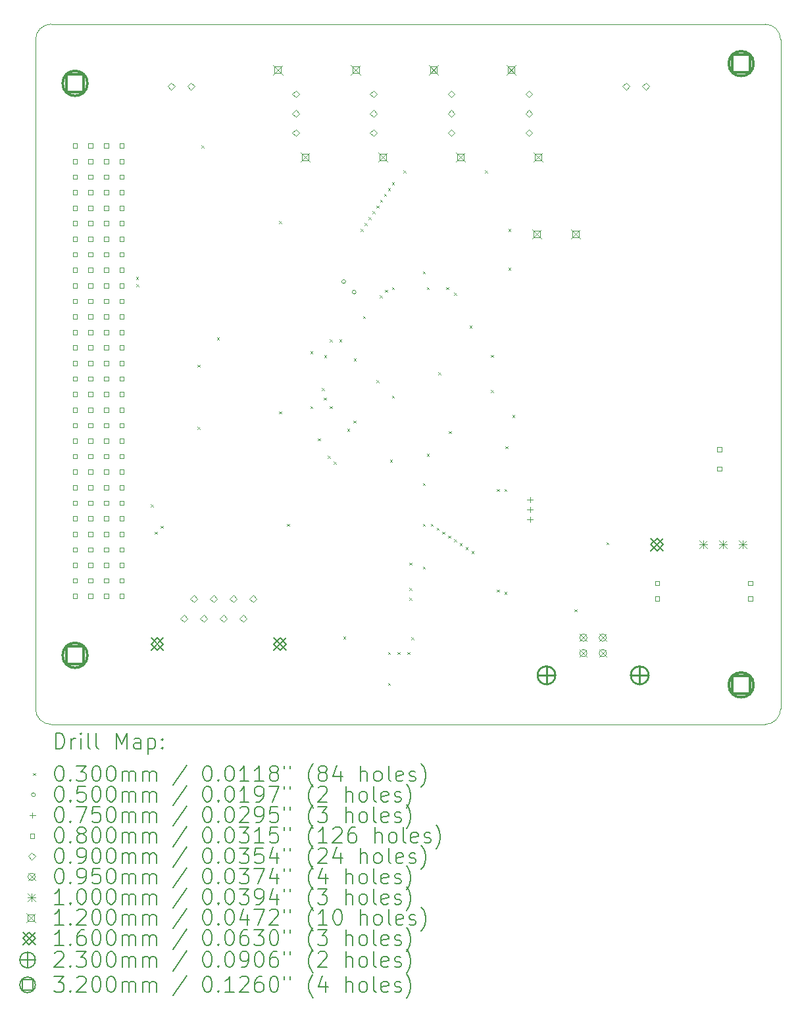
<source format=gbr>
%TF.GenerationSoftware,KiCad,Pcbnew,8.0.5*%
%TF.CreationDate,2025-04-09T01:05:41+01:00*%
%TF.ProjectId,OBC2,4f424332-2e6b-4696-9361-645f70636258,A*%
%TF.SameCoordinates,Original*%
%TF.FileFunction,Drillmap*%
%TF.FilePolarity,Positive*%
%FSLAX45Y45*%
G04 Gerber Fmt 4.5, Leading zero omitted, Abs format (unit mm)*
G04 Created by KiCad (PCBNEW 8.0.5) date 2025-04-09 01:05:41*
%MOMM*%
%LPD*%
G01*
G04 APERTURE LIST*
%ADD10C,0.050000*%
%ADD11C,0.200000*%
%ADD12C,0.100000*%
%ADD13C,0.120000*%
%ADD14C,0.160000*%
%ADD15C,0.230000*%
%ADD16C,0.320000*%
G04 APERTURE END LIST*
D10*
X14588500Y-13817000D02*
G75*
G02*
X14388500Y-14017000I-200000J0D01*
G01*
X14388500Y-14017000D02*
X5200000Y-14017000D01*
X5000000Y-13817000D02*
X5000000Y-5200000D01*
X14388500Y-5000000D02*
G75*
G02*
X14588500Y-5200000I0J-200000D01*
G01*
X14588500Y-5200000D02*
X14588500Y-13817000D01*
X5000000Y-5200000D02*
G75*
G02*
X5200000Y-5000000I200000J0D01*
G01*
X5200000Y-14017000D02*
G75*
G02*
X5000000Y-13817000I0J200000D01*
G01*
X5200000Y-5000000D02*
X14388500Y-5000000D01*
D11*
D12*
X6291500Y-8253500D02*
X6321500Y-8283500D01*
X6321500Y-8253500D02*
X6291500Y-8283500D01*
X6297500Y-8347500D02*
X6327500Y-8377500D01*
X6327500Y-8347500D02*
X6297500Y-8377500D01*
X6485000Y-11185000D02*
X6515000Y-11215000D01*
X6515000Y-11185000D02*
X6485000Y-11215000D01*
X6535000Y-11535000D02*
X6565000Y-11565000D01*
X6565000Y-11535000D02*
X6535000Y-11565000D01*
X6610000Y-11460000D02*
X6640000Y-11490000D01*
X6640000Y-11460000D02*
X6610000Y-11490000D01*
X7085000Y-9385000D02*
X7115000Y-9415000D01*
X7115000Y-9385000D02*
X7085000Y-9415000D01*
X7085000Y-10185000D02*
X7115000Y-10215000D01*
X7115000Y-10185000D02*
X7085000Y-10215000D01*
X7135000Y-6560000D02*
X7165000Y-6590000D01*
X7165000Y-6560000D02*
X7135000Y-6590000D01*
X7335000Y-9035000D02*
X7365000Y-9065000D01*
X7365000Y-9035000D02*
X7335000Y-9065000D01*
X8135000Y-7535000D02*
X8165000Y-7565000D01*
X8165000Y-7535000D02*
X8135000Y-7565000D01*
X8135000Y-9985000D02*
X8165000Y-10015000D01*
X8165000Y-9985000D02*
X8135000Y-10015000D01*
X8235000Y-11435000D02*
X8265000Y-11465000D01*
X8265000Y-11435000D02*
X8235000Y-11465000D01*
X8535000Y-9210000D02*
X8565000Y-9240000D01*
X8565000Y-9210000D02*
X8535000Y-9240000D01*
X8535000Y-9917574D02*
X8565000Y-9947574D01*
X8565000Y-9917574D02*
X8535000Y-9947574D01*
X8635000Y-10335000D02*
X8665000Y-10365000D01*
X8665000Y-10335000D02*
X8635000Y-10365000D01*
X8685000Y-9685000D02*
X8715000Y-9715000D01*
X8715000Y-9685000D02*
X8685000Y-9715000D01*
X8710000Y-9810000D02*
X8740000Y-9840000D01*
X8740000Y-9810000D02*
X8710000Y-9840000D01*
X8713666Y-9261833D02*
X8743666Y-9291833D01*
X8743666Y-9261833D02*
X8713666Y-9291833D01*
X8760000Y-10560000D02*
X8790000Y-10590000D01*
X8790000Y-10560000D02*
X8760000Y-10590000D01*
X8785000Y-9060000D02*
X8815000Y-9090000D01*
X8815000Y-9060000D02*
X8785000Y-9090000D01*
X8785000Y-9919853D02*
X8815000Y-9949853D01*
X8815000Y-9919853D02*
X8785000Y-9949853D01*
X8835000Y-10635000D02*
X8865000Y-10665000D01*
X8865000Y-10635000D02*
X8835000Y-10665000D01*
X8910000Y-9060000D02*
X8940000Y-9090000D01*
X8940000Y-9060000D02*
X8910000Y-9090000D01*
X8960000Y-12885000D02*
X8990000Y-12915000D01*
X8990000Y-12885000D02*
X8960000Y-12915000D01*
X9010000Y-10210000D02*
X9040000Y-10240000D01*
X9040000Y-10210000D02*
X9010000Y-10240000D01*
X9089927Y-10105074D02*
X9119927Y-10135074D01*
X9119927Y-10105074D02*
X9089927Y-10135074D01*
X9095385Y-9304502D02*
X9125385Y-9334502D01*
X9125385Y-9304502D02*
X9095385Y-9334502D01*
X9185000Y-7635000D02*
X9215000Y-7665000D01*
X9215000Y-7635000D02*
X9185000Y-7665000D01*
X9212782Y-8757218D02*
X9242782Y-8787218D01*
X9242782Y-8757218D02*
X9212782Y-8787218D01*
X9235000Y-7560000D02*
X9265000Y-7590000D01*
X9265000Y-7560000D02*
X9235000Y-7590000D01*
X9285000Y-7485000D02*
X9315000Y-7515000D01*
X9315000Y-7485000D02*
X9285000Y-7515000D01*
X9335000Y-7410000D02*
X9365000Y-7440000D01*
X9365000Y-7410000D02*
X9335000Y-7440000D01*
X9385000Y-7335000D02*
X9415000Y-7365000D01*
X9415000Y-7335000D02*
X9385000Y-7365000D01*
X9385000Y-9585000D02*
X9415000Y-9615000D01*
X9415000Y-9585000D02*
X9385000Y-9615000D01*
X9428198Y-8491802D02*
X9458198Y-8521802D01*
X9458198Y-8491802D02*
X9428198Y-8521802D01*
X9435000Y-7260000D02*
X9465000Y-7290000D01*
X9465000Y-7260000D02*
X9435000Y-7290000D01*
X9485000Y-7185000D02*
X9515000Y-7215000D01*
X9515000Y-7185000D02*
X9485000Y-7215000D01*
X9498909Y-8421091D02*
X9528909Y-8451091D01*
X9528909Y-8421091D02*
X9498909Y-8451091D01*
X9535000Y-7110000D02*
X9565000Y-7140000D01*
X9565000Y-7110000D02*
X9535000Y-7140000D01*
X9535000Y-13085000D02*
X9565000Y-13115000D01*
X9565000Y-13085000D02*
X9535000Y-13115000D01*
X9535000Y-13485000D02*
X9565000Y-13515000D01*
X9565000Y-13485000D02*
X9535000Y-13515000D01*
X9560000Y-10610000D02*
X9590000Y-10640000D01*
X9590000Y-10610000D02*
X9560000Y-10640000D01*
X9585000Y-7035000D02*
X9615000Y-7065000D01*
X9615000Y-7035000D02*
X9585000Y-7065000D01*
X9585000Y-8385000D02*
X9615000Y-8415000D01*
X9615000Y-8385000D02*
X9585000Y-8415000D01*
X9585000Y-9785000D02*
X9615000Y-9815000D01*
X9615000Y-9785000D02*
X9585000Y-9815000D01*
X9660000Y-13085000D02*
X9690000Y-13115000D01*
X9690000Y-13085000D02*
X9660000Y-13115000D01*
X9735000Y-6885000D02*
X9765000Y-6915000D01*
X9765000Y-6885000D02*
X9735000Y-6915000D01*
X9785000Y-13085000D02*
X9815000Y-13115000D01*
X9815000Y-13085000D02*
X9785000Y-13115000D01*
X9810000Y-11935000D02*
X9840000Y-11965000D01*
X9840000Y-11935000D02*
X9810000Y-11965000D01*
X9810000Y-12258000D02*
X9840000Y-12288000D01*
X9840000Y-12258000D02*
X9810000Y-12288000D01*
X9810000Y-12385000D02*
X9840000Y-12415000D01*
X9840000Y-12385000D02*
X9810000Y-12415000D01*
X9835000Y-12893000D02*
X9865000Y-12923000D01*
X9865000Y-12893000D02*
X9835000Y-12923000D01*
X9985000Y-8185000D02*
X10015000Y-8215000D01*
X10015000Y-8185000D02*
X9985000Y-8215000D01*
X9985000Y-10910000D02*
X10015000Y-10940000D01*
X10015000Y-10910000D02*
X9985000Y-10940000D01*
X9985000Y-11435000D02*
X10015000Y-11465000D01*
X10015000Y-11435000D02*
X9985000Y-11465000D01*
X9985000Y-11985000D02*
X10015000Y-12015000D01*
X10015000Y-11985000D02*
X9985000Y-12015000D01*
X10035000Y-8385000D02*
X10065000Y-8415000D01*
X10065000Y-8385000D02*
X10035000Y-8415000D01*
X10035000Y-10535000D02*
X10065000Y-10565000D01*
X10065000Y-10535000D02*
X10035000Y-10565000D01*
X10085000Y-11435000D02*
X10115000Y-11465000D01*
X10115000Y-11435000D02*
X10085000Y-11465000D01*
X10160000Y-11485000D02*
X10190000Y-11515000D01*
X10190000Y-11485000D02*
X10160000Y-11515000D01*
X10185000Y-9485000D02*
X10215000Y-9515000D01*
X10215000Y-9485000D02*
X10185000Y-9515000D01*
X10235000Y-11535000D02*
X10265000Y-11565000D01*
X10265000Y-11535000D02*
X10235000Y-11565000D01*
X10285000Y-8385000D02*
X10315000Y-8415000D01*
X10315000Y-8385000D02*
X10285000Y-8415000D01*
X10310000Y-11585000D02*
X10340000Y-11615000D01*
X10340000Y-11585000D02*
X10310000Y-11615000D01*
X10319956Y-10240191D02*
X10349956Y-10270191D01*
X10349956Y-10240191D02*
X10319956Y-10270191D01*
X10385000Y-8460000D02*
X10415000Y-8490000D01*
X10415000Y-8460000D02*
X10385000Y-8490000D01*
X10385000Y-11635000D02*
X10415000Y-11665000D01*
X10415000Y-11635000D02*
X10385000Y-11665000D01*
X10460000Y-11685000D02*
X10490000Y-11715000D01*
X10490000Y-11685000D02*
X10460000Y-11715000D01*
X10535000Y-11735000D02*
X10565000Y-11765000D01*
X10565000Y-11735000D02*
X10535000Y-11765000D01*
X10583995Y-8883995D02*
X10613995Y-8913995D01*
X10613995Y-8883995D02*
X10583995Y-8913995D01*
X10610000Y-11785000D02*
X10640000Y-11815000D01*
X10640000Y-11785000D02*
X10610000Y-11815000D01*
X10785000Y-6885000D02*
X10815000Y-6915000D01*
X10815000Y-6885000D02*
X10785000Y-6915000D01*
X10859264Y-9259264D02*
X10889264Y-9289264D01*
X10889264Y-9259264D02*
X10859264Y-9289264D01*
X10860000Y-9710000D02*
X10890000Y-9740000D01*
X10890000Y-9710000D02*
X10860000Y-9740000D01*
X10935000Y-10985000D02*
X10965000Y-11015000D01*
X10965000Y-10985000D02*
X10935000Y-11015000D01*
X10935000Y-12281000D02*
X10965000Y-12311000D01*
X10965000Y-12281000D02*
X10935000Y-12311000D01*
X11035000Y-10985000D02*
X11065000Y-11015000D01*
X11065000Y-10985000D02*
X11035000Y-11015000D01*
X11035000Y-12310000D02*
X11065000Y-12340000D01*
X11065000Y-12310000D02*
X11035000Y-12340000D01*
X11045000Y-10435000D02*
X11075000Y-10465000D01*
X11075000Y-10435000D02*
X11045000Y-10465000D01*
X11085000Y-7635000D02*
X11115000Y-7665000D01*
X11115000Y-7635000D02*
X11085000Y-7665000D01*
X11085000Y-8135000D02*
X11115000Y-8165000D01*
X11115000Y-8135000D02*
X11085000Y-8165000D01*
X11135000Y-10035000D02*
X11165000Y-10065000D01*
X11165000Y-10035000D02*
X11135000Y-10065000D01*
X11935000Y-12535000D02*
X11965000Y-12565000D01*
X11965000Y-12535000D02*
X11935000Y-12565000D01*
X12347500Y-11672500D02*
X12377500Y-11702500D01*
X12377500Y-11672500D02*
X12347500Y-11702500D01*
X8990650Y-8315650D02*
G75*
G02*
X8940650Y-8315650I-25000J0D01*
G01*
X8940650Y-8315650D02*
G75*
G02*
X8990650Y-8315650I25000J0D01*
G01*
X9125000Y-8450000D02*
G75*
G02*
X9075000Y-8450000I-25000J0D01*
G01*
X9075000Y-8450000D02*
G75*
G02*
X9125000Y-8450000I25000J0D01*
G01*
X11364000Y-11085500D02*
X11364000Y-11160500D01*
X11326500Y-11123000D02*
X11401500Y-11123000D01*
X11364000Y-11212500D02*
X11364000Y-11287500D01*
X11326500Y-11250000D02*
X11401500Y-11250000D01*
X11364000Y-11339500D02*
X11364000Y-11414500D01*
X11326500Y-11377000D02*
X11401500Y-11377000D01*
X5536285Y-6594284D02*
X5536285Y-6537715D01*
X5479716Y-6537715D01*
X5479716Y-6594284D01*
X5536285Y-6594284D01*
X5536285Y-6794284D02*
X5536285Y-6737715D01*
X5479716Y-6737715D01*
X5479716Y-6794284D01*
X5536285Y-6794284D01*
X5536285Y-6994284D02*
X5536285Y-6937715D01*
X5479716Y-6937715D01*
X5479716Y-6994284D01*
X5536285Y-6994284D01*
X5536285Y-7194284D02*
X5536285Y-7137715D01*
X5479716Y-7137715D01*
X5479716Y-7194284D01*
X5536285Y-7194284D01*
X5536285Y-7394284D02*
X5536285Y-7337715D01*
X5479716Y-7337715D01*
X5479716Y-7394284D01*
X5536285Y-7394284D01*
X5536285Y-7594284D02*
X5536285Y-7537715D01*
X5479716Y-7537715D01*
X5479716Y-7594284D01*
X5536285Y-7594284D01*
X5536285Y-7794284D02*
X5536285Y-7737715D01*
X5479716Y-7737715D01*
X5479716Y-7794284D01*
X5536285Y-7794284D01*
X5536285Y-7994284D02*
X5536285Y-7937715D01*
X5479716Y-7937715D01*
X5479716Y-7994284D01*
X5536285Y-7994284D01*
X5536285Y-8194284D02*
X5536285Y-8137715D01*
X5479716Y-8137715D01*
X5479716Y-8194284D01*
X5536285Y-8194284D01*
X5536285Y-8394285D02*
X5536285Y-8337715D01*
X5479716Y-8337715D01*
X5479716Y-8394285D01*
X5536285Y-8394285D01*
X5536285Y-8594285D02*
X5536285Y-8537716D01*
X5479716Y-8537716D01*
X5479716Y-8594285D01*
X5536285Y-8594285D01*
X5536285Y-8794285D02*
X5536285Y-8737716D01*
X5479716Y-8737716D01*
X5479716Y-8794285D01*
X5536285Y-8794285D01*
X5536285Y-8994285D02*
X5536285Y-8937716D01*
X5479716Y-8937716D01*
X5479716Y-8994285D01*
X5536285Y-8994285D01*
X5536285Y-9194285D02*
X5536285Y-9137716D01*
X5479716Y-9137716D01*
X5479716Y-9194285D01*
X5536285Y-9194285D01*
X5536285Y-9394285D02*
X5536285Y-9337716D01*
X5479716Y-9337716D01*
X5479716Y-9394285D01*
X5536285Y-9394285D01*
X5536285Y-9594285D02*
X5536285Y-9537716D01*
X5479716Y-9537716D01*
X5479716Y-9594285D01*
X5536285Y-9594285D01*
X5536285Y-9794285D02*
X5536285Y-9737716D01*
X5479716Y-9737716D01*
X5479716Y-9794285D01*
X5536285Y-9794285D01*
X5536285Y-9994285D02*
X5536285Y-9937716D01*
X5479716Y-9937716D01*
X5479716Y-9994285D01*
X5536285Y-9994285D01*
X5536285Y-10194285D02*
X5536285Y-10137716D01*
X5479716Y-10137716D01*
X5479716Y-10194285D01*
X5536285Y-10194285D01*
X5536285Y-10394285D02*
X5536285Y-10337716D01*
X5479716Y-10337716D01*
X5479716Y-10394285D01*
X5536285Y-10394285D01*
X5536285Y-10594285D02*
X5536285Y-10537716D01*
X5479716Y-10537716D01*
X5479716Y-10594285D01*
X5536285Y-10594285D01*
X5536285Y-10794285D02*
X5536285Y-10737716D01*
X5479716Y-10737716D01*
X5479716Y-10794285D01*
X5536285Y-10794285D01*
X5536285Y-10994285D02*
X5536285Y-10937716D01*
X5479716Y-10937716D01*
X5479716Y-10994285D01*
X5536285Y-10994285D01*
X5536285Y-11194284D02*
X5536285Y-11137716D01*
X5479716Y-11137716D01*
X5479716Y-11194284D01*
X5536285Y-11194284D01*
X5536285Y-11394284D02*
X5536285Y-11337715D01*
X5479716Y-11337715D01*
X5479716Y-11394284D01*
X5536285Y-11394284D01*
X5536285Y-11594284D02*
X5536285Y-11537715D01*
X5479716Y-11537715D01*
X5479716Y-11594284D01*
X5536285Y-11594284D01*
X5536285Y-11794284D02*
X5536285Y-11737715D01*
X5479716Y-11737715D01*
X5479716Y-11794284D01*
X5536285Y-11794284D01*
X5536285Y-11994284D02*
X5536285Y-11937715D01*
X5479716Y-11937715D01*
X5479716Y-11994284D01*
X5536285Y-11994284D01*
X5536285Y-12194284D02*
X5536285Y-12137715D01*
X5479716Y-12137715D01*
X5479716Y-12194284D01*
X5536285Y-12194284D01*
X5536285Y-12394284D02*
X5536285Y-12337715D01*
X5479716Y-12337715D01*
X5479716Y-12394284D01*
X5536285Y-12394284D01*
X5736284Y-6594284D02*
X5736284Y-6537715D01*
X5679715Y-6537715D01*
X5679715Y-6594284D01*
X5736284Y-6594284D01*
X5736284Y-6794284D02*
X5736284Y-6737715D01*
X5679715Y-6737715D01*
X5679715Y-6794284D01*
X5736284Y-6794284D01*
X5736284Y-6994284D02*
X5736284Y-6937715D01*
X5679715Y-6937715D01*
X5679715Y-6994284D01*
X5736284Y-6994284D01*
X5736284Y-7194284D02*
X5736284Y-7137715D01*
X5679715Y-7137715D01*
X5679715Y-7194284D01*
X5736284Y-7194284D01*
X5736284Y-7394284D02*
X5736284Y-7337715D01*
X5679715Y-7337715D01*
X5679715Y-7394284D01*
X5736284Y-7394284D01*
X5736284Y-7594284D02*
X5736284Y-7537715D01*
X5679715Y-7537715D01*
X5679715Y-7594284D01*
X5736284Y-7594284D01*
X5736284Y-7794284D02*
X5736284Y-7737715D01*
X5679715Y-7737715D01*
X5679715Y-7794284D01*
X5736284Y-7794284D01*
X5736284Y-7994284D02*
X5736284Y-7937715D01*
X5679715Y-7937715D01*
X5679715Y-7994284D01*
X5736284Y-7994284D01*
X5736284Y-8194284D02*
X5736284Y-8137715D01*
X5679715Y-8137715D01*
X5679715Y-8194284D01*
X5736284Y-8194284D01*
X5736284Y-8394285D02*
X5736284Y-8337715D01*
X5679715Y-8337715D01*
X5679715Y-8394285D01*
X5736284Y-8394285D01*
X5736284Y-8594285D02*
X5736284Y-8537716D01*
X5679715Y-8537716D01*
X5679715Y-8594285D01*
X5736284Y-8594285D01*
X5736284Y-8794285D02*
X5736284Y-8737716D01*
X5679715Y-8737716D01*
X5679715Y-8794285D01*
X5736284Y-8794285D01*
X5736284Y-8994285D02*
X5736284Y-8937716D01*
X5679715Y-8937716D01*
X5679715Y-8994285D01*
X5736284Y-8994285D01*
X5736284Y-9194285D02*
X5736284Y-9137716D01*
X5679715Y-9137716D01*
X5679715Y-9194285D01*
X5736284Y-9194285D01*
X5736284Y-9394285D02*
X5736284Y-9337716D01*
X5679715Y-9337716D01*
X5679715Y-9394285D01*
X5736284Y-9394285D01*
X5736284Y-9594285D02*
X5736284Y-9537716D01*
X5679715Y-9537716D01*
X5679715Y-9594285D01*
X5736284Y-9594285D01*
X5736284Y-9794285D02*
X5736284Y-9737716D01*
X5679715Y-9737716D01*
X5679715Y-9794285D01*
X5736284Y-9794285D01*
X5736284Y-9994285D02*
X5736284Y-9937716D01*
X5679715Y-9937716D01*
X5679715Y-9994285D01*
X5736284Y-9994285D01*
X5736284Y-10194285D02*
X5736284Y-10137716D01*
X5679715Y-10137716D01*
X5679715Y-10194285D01*
X5736284Y-10194285D01*
X5736284Y-10394285D02*
X5736284Y-10337716D01*
X5679715Y-10337716D01*
X5679715Y-10394285D01*
X5736284Y-10394285D01*
X5736284Y-10594285D02*
X5736284Y-10537716D01*
X5679715Y-10537716D01*
X5679715Y-10594285D01*
X5736284Y-10594285D01*
X5736284Y-10794285D02*
X5736284Y-10737716D01*
X5679715Y-10737716D01*
X5679715Y-10794285D01*
X5736284Y-10794285D01*
X5736284Y-10994285D02*
X5736284Y-10937716D01*
X5679715Y-10937716D01*
X5679715Y-10994285D01*
X5736284Y-10994285D01*
X5736284Y-11194284D02*
X5736284Y-11137716D01*
X5679715Y-11137716D01*
X5679715Y-11194284D01*
X5736284Y-11194284D01*
X5736284Y-11394284D02*
X5736284Y-11337715D01*
X5679715Y-11337715D01*
X5679715Y-11394284D01*
X5736284Y-11394284D01*
X5736284Y-11594284D02*
X5736284Y-11537715D01*
X5679715Y-11537715D01*
X5679715Y-11594284D01*
X5736284Y-11594284D01*
X5736284Y-11794284D02*
X5736284Y-11737715D01*
X5679715Y-11737715D01*
X5679715Y-11794284D01*
X5736284Y-11794284D01*
X5736284Y-11994284D02*
X5736284Y-11937715D01*
X5679715Y-11937715D01*
X5679715Y-11994284D01*
X5736284Y-11994284D01*
X5736284Y-12194284D02*
X5736284Y-12137715D01*
X5679715Y-12137715D01*
X5679715Y-12194284D01*
X5736284Y-12194284D01*
X5736284Y-12394284D02*
X5736284Y-12337715D01*
X5679715Y-12337715D01*
X5679715Y-12394284D01*
X5736284Y-12394284D01*
X5936284Y-6594284D02*
X5936284Y-6537715D01*
X5879715Y-6537715D01*
X5879715Y-6594284D01*
X5936284Y-6594284D01*
X5936284Y-6794284D02*
X5936284Y-6737715D01*
X5879715Y-6737715D01*
X5879715Y-6794284D01*
X5936284Y-6794284D01*
X5936284Y-6994284D02*
X5936284Y-6937715D01*
X5879715Y-6937715D01*
X5879715Y-6994284D01*
X5936284Y-6994284D01*
X5936284Y-7194284D02*
X5936284Y-7137715D01*
X5879715Y-7137715D01*
X5879715Y-7194284D01*
X5936284Y-7194284D01*
X5936284Y-7394284D02*
X5936284Y-7337715D01*
X5879715Y-7337715D01*
X5879715Y-7394284D01*
X5936284Y-7394284D01*
X5936284Y-7594284D02*
X5936284Y-7537715D01*
X5879715Y-7537715D01*
X5879715Y-7594284D01*
X5936284Y-7594284D01*
X5936284Y-7794284D02*
X5936284Y-7737715D01*
X5879715Y-7737715D01*
X5879715Y-7794284D01*
X5936284Y-7794284D01*
X5936284Y-7994284D02*
X5936284Y-7937715D01*
X5879715Y-7937715D01*
X5879715Y-7994284D01*
X5936284Y-7994284D01*
X5936284Y-8194284D02*
X5936284Y-8137715D01*
X5879715Y-8137715D01*
X5879715Y-8194284D01*
X5936284Y-8194284D01*
X5936284Y-8394285D02*
X5936284Y-8337715D01*
X5879715Y-8337715D01*
X5879715Y-8394285D01*
X5936284Y-8394285D01*
X5936284Y-8594285D02*
X5936284Y-8537716D01*
X5879715Y-8537716D01*
X5879715Y-8594285D01*
X5936284Y-8594285D01*
X5936284Y-8794285D02*
X5936284Y-8737716D01*
X5879715Y-8737716D01*
X5879715Y-8794285D01*
X5936284Y-8794285D01*
X5936284Y-8994285D02*
X5936284Y-8937716D01*
X5879715Y-8937716D01*
X5879715Y-8994285D01*
X5936284Y-8994285D01*
X5936284Y-9194285D02*
X5936284Y-9137716D01*
X5879715Y-9137716D01*
X5879715Y-9194285D01*
X5936284Y-9194285D01*
X5936284Y-9394285D02*
X5936284Y-9337716D01*
X5879715Y-9337716D01*
X5879715Y-9394285D01*
X5936284Y-9394285D01*
X5936284Y-9594285D02*
X5936284Y-9537716D01*
X5879715Y-9537716D01*
X5879715Y-9594285D01*
X5936284Y-9594285D01*
X5936284Y-9794285D02*
X5936284Y-9737716D01*
X5879715Y-9737716D01*
X5879715Y-9794285D01*
X5936284Y-9794285D01*
X5936284Y-9994285D02*
X5936284Y-9937716D01*
X5879715Y-9937716D01*
X5879715Y-9994285D01*
X5936284Y-9994285D01*
X5936284Y-10194285D02*
X5936284Y-10137716D01*
X5879715Y-10137716D01*
X5879715Y-10194285D01*
X5936284Y-10194285D01*
X5936284Y-10394285D02*
X5936284Y-10337716D01*
X5879715Y-10337716D01*
X5879715Y-10394285D01*
X5936284Y-10394285D01*
X5936284Y-10594285D02*
X5936284Y-10537716D01*
X5879715Y-10537716D01*
X5879715Y-10594285D01*
X5936284Y-10594285D01*
X5936284Y-10794285D02*
X5936284Y-10737716D01*
X5879715Y-10737716D01*
X5879715Y-10794285D01*
X5936284Y-10794285D01*
X5936284Y-10994285D02*
X5936284Y-10937716D01*
X5879715Y-10937716D01*
X5879715Y-10994285D01*
X5936284Y-10994285D01*
X5936284Y-11194284D02*
X5936284Y-11137716D01*
X5879715Y-11137716D01*
X5879715Y-11194284D01*
X5936284Y-11194284D01*
X5936284Y-11394284D02*
X5936284Y-11337715D01*
X5879715Y-11337715D01*
X5879715Y-11394284D01*
X5936284Y-11394284D01*
X5936284Y-11594284D02*
X5936284Y-11537715D01*
X5879715Y-11537715D01*
X5879715Y-11594284D01*
X5936284Y-11594284D01*
X5936284Y-11794284D02*
X5936284Y-11737715D01*
X5879715Y-11737715D01*
X5879715Y-11794284D01*
X5936284Y-11794284D01*
X5936284Y-11994284D02*
X5936284Y-11937715D01*
X5879715Y-11937715D01*
X5879715Y-11994284D01*
X5936284Y-11994284D01*
X5936284Y-12194284D02*
X5936284Y-12137715D01*
X5879715Y-12137715D01*
X5879715Y-12194284D01*
X5936284Y-12194284D01*
X5936284Y-12394284D02*
X5936284Y-12337715D01*
X5879715Y-12337715D01*
X5879715Y-12394284D01*
X5936284Y-12394284D01*
X6136284Y-6594284D02*
X6136284Y-6537715D01*
X6079715Y-6537715D01*
X6079715Y-6594284D01*
X6136284Y-6594284D01*
X6136284Y-6794284D02*
X6136284Y-6737715D01*
X6079715Y-6737715D01*
X6079715Y-6794284D01*
X6136284Y-6794284D01*
X6136284Y-6994284D02*
X6136284Y-6937715D01*
X6079715Y-6937715D01*
X6079715Y-6994284D01*
X6136284Y-6994284D01*
X6136284Y-7194284D02*
X6136284Y-7137715D01*
X6079715Y-7137715D01*
X6079715Y-7194284D01*
X6136284Y-7194284D01*
X6136284Y-7394284D02*
X6136284Y-7337715D01*
X6079715Y-7337715D01*
X6079715Y-7394284D01*
X6136284Y-7394284D01*
X6136284Y-7594284D02*
X6136284Y-7537715D01*
X6079715Y-7537715D01*
X6079715Y-7594284D01*
X6136284Y-7594284D01*
X6136284Y-7794284D02*
X6136284Y-7737715D01*
X6079715Y-7737715D01*
X6079715Y-7794284D01*
X6136284Y-7794284D01*
X6136284Y-7994284D02*
X6136284Y-7937715D01*
X6079715Y-7937715D01*
X6079715Y-7994284D01*
X6136284Y-7994284D01*
X6136284Y-8194284D02*
X6136284Y-8137715D01*
X6079715Y-8137715D01*
X6079715Y-8194284D01*
X6136284Y-8194284D01*
X6136284Y-8394285D02*
X6136284Y-8337715D01*
X6079715Y-8337715D01*
X6079715Y-8394285D01*
X6136284Y-8394285D01*
X6136284Y-8594285D02*
X6136284Y-8537716D01*
X6079715Y-8537716D01*
X6079715Y-8594285D01*
X6136284Y-8594285D01*
X6136284Y-8794285D02*
X6136284Y-8737716D01*
X6079715Y-8737716D01*
X6079715Y-8794285D01*
X6136284Y-8794285D01*
X6136284Y-8994285D02*
X6136284Y-8937716D01*
X6079715Y-8937716D01*
X6079715Y-8994285D01*
X6136284Y-8994285D01*
X6136284Y-9194285D02*
X6136284Y-9137716D01*
X6079715Y-9137716D01*
X6079715Y-9194285D01*
X6136284Y-9194285D01*
X6136284Y-9394285D02*
X6136284Y-9337716D01*
X6079715Y-9337716D01*
X6079715Y-9394285D01*
X6136284Y-9394285D01*
X6136284Y-9594285D02*
X6136284Y-9537716D01*
X6079715Y-9537716D01*
X6079715Y-9594285D01*
X6136284Y-9594285D01*
X6136284Y-9794285D02*
X6136284Y-9737716D01*
X6079715Y-9737716D01*
X6079715Y-9794285D01*
X6136284Y-9794285D01*
X6136284Y-9994285D02*
X6136284Y-9937716D01*
X6079715Y-9937716D01*
X6079715Y-9994285D01*
X6136284Y-9994285D01*
X6136284Y-10194285D02*
X6136284Y-10137716D01*
X6079715Y-10137716D01*
X6079715Y-10194285D01*
X6136284Y-10194285D01*
X6136284Y-10394285D02*
X6136284Y-10337716D01*
X6079715Y-10337716D01*
X6079715Y-10394285D01*
X6136284Y-10394285D01*
X6136284Y-10594285D02*
X6136284Y-10537716D01*
X6079715Y-10537716D01*
X6079715Y-10594285D01*
X6136284Y-10594285D01*
X6136284Y-10794285D02*
X6136284Y-10737716D01*
X6079715Y-10737716D01*
X6079715Y-10794285D01*
X6136284Y-10794285D01*
X6136284Y-10994285D02*
X6136284Y-10937716D01*
X6079715Y-10937716D01*
X6079715Y-10994285D01*
X6136284Y-10994285D01*
X6136284Y-11194284D02*
X6136284Y-11137716D01*
X6079715Y-11137716D01*
X6079715Y-11194284D01*
X6136284Y-11194284D01*
X6136284Y-11394284D02*
X6136284Y-11337715D01*
X6079715Y-11337715D01*
X6079715Y-11394284D01*
X6136284Y-11394284D01*
X6136284Y-11594284D02*
X6136284Y-11537715D01*
X6079715Y-11537715D01*
X6079715Y-11594284D01*
X6136284Y-11594284D01*
X6136284Y-11794284D02*
X6136284Y-11737715D01*
X6079715Y-11737715D01*
X6079715Y-11794284D01*
X6136284Y-11794284D01*
X6136284Y-11994284D02*
X6136284Y-11937715D01*
X6079715Y-11937715D01*
X6079715Y-11994284D01*
X6136284Y-11994284D01*
X6136284Y-12194284D02*
X6136284Y-12137715D01*
X6079715Y-12137715D01*
X6079715Y-12194284D01*
X6136284Y-12194284D01*
X6136284Y-12394284D02*
X6136284Y-12337715D01*
X6079715Y-12337715D01*
X6079715Y-12394284D01*
X6136284Y-12394284D01*
X13028284Y-12228284D02*
X13028284Y-12171715D01*
X12971715Y-12171715D01*
X12971715Y-12228284D01*
X13028284Y-12228284D01*
X13028284Y-12428284D02*
X13028284Y-12371715D01*
X12971715Y-12371715D01*
X12971715Y-12428284D01*
X13028284Y-12428284D01*
X13828284Y-10503285D02*
X13828284Y-10446716D01*
X13771715Y-10446716D01*
X13771715Y-10503285D01*
X13828284Y-10503285D01*
X13828284Y-10753285D02*
X13828284Y-10696716D01*
X13771715Y-10696716D01*
X13771715Y-10753285D01*
X13828284Y-10753285D01*
X14228284Y-12228284D02*
X14228284Y-12171715D01*
X14171715Y-12171715D01*
X14171715Y-12228284D01*
X14228284Y-12228284D01*
X14228284Y-12428284D02*
X14228284Y-12371715D01*
X14171715Y-12371715D01*
X14171715Y-12428284D01*
X14228284Y-12428284D01*
X6746000Y-5845000D02*
X6791000Y-5800000D01*
X6746000Y-5755000D01*
X6701000Y-5800000D01*
X6746000Y-5845000D01*
X6911000Y-12699000D02*
X6956000Y-12654000D01*
X6911000Y-12609000D01*
X6866000Y-12654000D01*
X6911000Y-12699000D01*
X7000000Y-5845000D02*
X7045000Y-5800000D01*
X7000000Y-5755000D01*
X6955000Y-5800000D01*
X7000000Y-5845000D01*
X7038000Y-12445000D02*
X7083000Y-12400000D01*
X7038000Y-12355000D01*
X6993000Y-12400000D01*
X7038000Y-12445000D01*
X7165000Y-12699000D02*
X7210000Y-12654000D01*
X7165000Y-12609000D01*
X7120000Y-12654000D01*
X7165000Y-12699000D01*
X7292000Y-12445000D02*
X7337000Y-12400000D01*
X7292000Y-12355000D01*
X7247000Y-12400000D01*
X7292000Y-12445000D01*
X7419000Y-12699000D02*
X7464000Y-12654000D01*
X7419000Y-12609000D01*
X7374000Y-12654000D01*
X7419000Y-12699000D01*
X7546000Y-12445000D02*
X7591000Y-12400000D01*
X7546000Y-12355000D01*
X7501000Y-12400000D01*
X7546000Y-12445000D01*
X7673000Y-12699000D02*
X7718000Y-12654000D01*
X7673000Y-12609000D01*
X7628000Y-12654000D01*
X7673000Y-12699000D01*
X7800000Y-12445000D02*
X7845000Y-12400000D01*
X7800000Y-12355000D01*
X7755000Y-12400000D01*
X7800000Y-12445000D01*
X8349250Y-5945000D02*
X8394250Y-5900000D01*
X8349250Y-5855000D01*
X8304250Y-5900000D01*
X8349250Y-5945000D01*
X8349250Y-6195000D02*
X8394250Y-6150000D01*
X8349250Y-6105000D01*
X8304250Y-6150000D01*
X8349250Y-6195000D01*
X8349250Y-6445000D02*
X8394250Y-6400000D01*
X8349250Y-6355000D01*
X8304250Y-6400000D01*
X8349250Y-6445000D01*
X9349250Y-5945000D02*
X9394250Y-5900000D01*
X9349250Y-5855000D01*
X9304250Y-5900000D01*
X9349250Y-5945000D01*
X9349250Y-6195000D02*
X9394250Y-6150000D01*
X9349250Y-6105000D01*
X9304250Y-6150000D01*
X9349250Y-6195000D01*
X9349250Y-6445000D02*
X9394250Y-6400000D01*
X9349250Y-6355000D01*
X9304250Y-6400000D01*
X9349250Y-6445000D01*
X10349250Y-5945000D02*
X10394250Y-5900000D01*
X10349250Y-5855000D01*
X10304250Y-5900000D01*
X10349250Y-5945000D01*
X10349250Y-6195000D02*
X10394250Y-6150000D01*
X10349250Y-6105000D01*
X10304250Y-6150000D01*
X10349250Y-6195000D01*
X10349250Y-6445000D02*
X10394250Y-6400000D01*
X10349250Y-6355000D01*
X10304250Y-6400000D01*
X10349250Y-6445000D01*
X11349250Y-5945000D02*
X11394250Y-5900000D01*
X11349250Y-5855000D01*
X11304250Y-5900000D01*
X11349250Y-5945000D01*
X11349250Y-6195000D02*
X11394250Y-6150000D01*
X11349250Y-6105000D01*
X11304250Y-6150000D01*
X11349250Y-6195000D01*
X11349250Y-6445000D02*
X11394250Y-6400000D01*
X11349250Y-6355000D01*
X11304250Y-6400000D01*
X11349250Y-6445000D01*
X12600000Y-5845000D02*
X12645000Y-5800000D01*
X12600000Y-5755000D01*
X12555000Y-5800000D01*
X12600000Y-5845000D01*
X12854000Y-5845000D02*
X12899000Y-5800000D01*
X12854000Y-5755000D01*
X12809000Y-5800000D01*
X12854000Y-5845000D01*
X12002500Y-12852500D02*
X12097500Y-12947500D01*
X12097500Y-12852500D02*
X12002500Y-12947500D01*
X12097500Y-12900000D02*
G75*
G02*
X12002500Y-12900000I-47500J0D01*
G01*
X12002500Y-12900000D02*
G75*
G02*
X12097500Y-12900000I47500J0D01*
G01*
X12002500Y-13052500D02*
X12097500Y-13147500D01*
X12097500Y-13052500D02*
X12002500Y-13147500D01*
X12097500Y-13100000D02*
G75*
G02*
X12002500Y-13100000I-47500J0D01*
G01*
X12002500Y-13100000D02*
G75*
G02*
X12097500Y-13100000I47500J0D01*
G01*
X12252500Y-12852500D02*
X12347500Y-12947500D01*
X12347500Y-12852500D02*
X12252500Y-12947500D01*
X12347500Y-12900000D02*
G75*
G02*
X12252500Y-12900000I-47500J0D01*
G01*
X12252500Y-12900000D02*
G75*
G02*
X12347500Y-12900000I47500J0D01*
G01*
X12252500Y-13052500D02*
X12347500Y-13147500D01*
X12347500Y-13052500D02*
X12252500Y-13147500D01*
X12347500Y-13100000D02*
G75*
G02*
X12252500Y-13100000I-47500J0D01*
G01*
X12252500Y-13100000D02*
G75*
G02*
X12347500Y-13100000I47500J0D01*
G01*
X13546000Y-11650000D02*
X13646000Y-11750000D01*
X13646000Y-11650000D02*
X13546000Y-11750000D01*
X13596000Y-11650000D02*
X13596000Y-11750000D01*
X13546000Y-11700000D02*
X13646000Y-11700000D01*
X13800000Y-11650000D02*
X13900000Y-11750000D01*
X13900000Y-11650000D02*
X13800000Y-11750000D01*
X13850000Y-11650000D02*
X13850000Y-11750000D01*
X13800000Y-11700000D02*
X13900000Y-11700000D01*
X14054000Y-11650000D02*
X14154000Y-11750000D01*
X14154000Y-11650000D02*
X14054000Y-11750000D01*
X14104000Y-11650000D02*
X14104000Y-11750000D01*
X14054000Y-11700000D02*
X14154000Y-11700000D01*
D13*
X8059250Y-5530000D02*
X8179250Y-5650000D01*
X8179250Y-5530000D02*
X8059250Y-5650000D01*
X8161677Y-5632427D02*
X8161677Y-5547573D01*
X8076823Y-5547573D01*
X8076823Y-5632427D01*
X8161677Y-5632427D01*
X8409250Y-6650000D02*
X8529250Y-6770000D01*
X8529250Y-6650000D02*
X8409250Y-6770000D01*
X8511677Y-6752427D02*
X8511677Y-6667573D01*
X8426823Y-6667573D01*
X8426823Y-6752427D01*
X8511677Y-6752427D01*
X9059250Y-5530000D02*
X9179250Y-5650000D01*
X9179250Y-5530000D02*
X9059250Y-5650000D01*
X9161677Y-5632427D02*
X9161677Y-5547573D01*
X9076823Y-5547573D01*
X9076823Y-5632427D01*
X9161677Y-5632427D01*
X9409250Y-6650000D02*
X9529250Y-6770000D01*
X9529250Y-6650000D02*
X9409250Y-6770000D01*
X9511677Y-6752427D02*
X9511677Y-6667573D01*
X9426823Y-6667573D01*
X9426823Y-6752427D01*
X9511677Y-6752427D01*
X10059250Y-5530000D02*
X10179250Y-5650000D01*
X10179250Y-5530000D02*
X10059250Y-5650000D01*
X10161677Y-5632427D02*
X10161677Y-5547573D01*
X10076823Y-5547573D01*
X10076823Y-5632427D01*
X10161677Y-5632427D01*
X10409250Y-6650000D02*
X10529250Y-6770000D01*
X10529250Y-6650000D02*
X10409250Y-6770000D01*
X10511677Y-6752427D02*
X10511677Y-6667573D01*
X10426823Y-6667573D01*
X10426823Y-6752427D01*
X10511677Y-6752427D01*
X11059250Y-5530000D02*
X11179250Y-5650000D01*
X11179250Y-5530000D02*
X11059250Y-5650000D01*
X11161677Y-5632427D02*
X11161677Y-5547573D01*
X11076823Y-5547573D01*
X11076823Y-5632427D01*
X11161677Y-5632427D01*
X11390000Y-7640000D02*
X11510000Y-7760000D01*
X11510000Y-7640000D02*
X11390000Y-7760000D01*
X11492427Y-7742427D02*
X11492427Y-7657573D01*
X11407573Y-7657573D01*
X11407573Y-7742427D01*
X11492427Y-7742427D01*
X11409250Y-6650000D02*
X11529250Y-6770000D01*
X11529250Y-6650000D02*
X11409250Y-6770000D01*
X11511677Y-6752427D02*
X11511677Y-6667573D01*
X11426823Y-6667573D01*
X11426823Y-6752427D01*
X11511677Y-6752427D01*
X11890000Y-7640000D02*
X12010000Y-7760000D01*
X12010000Y-7640000D02*
X11890000Y-7760000D01*
X11992427Y-7742427D02*
X11992427Y-7657573D01*
X11907573Y-7657573D01*
X11907573Y-7742427D01*
X11992427Y-7742427D01*
D14*
X6485500Y-12904000D02*
X6645500Y-13064000D01*
X6645500Y-12904000D02*
X6485500Y-13064000D01*
X6565500Y-13064000D02*
X6645500Y-12984000D01*
X6565500Y-12904000D01*
X6485500Y-12984000D01*
X6565500Y-13064000D01*
X8065500Y-12904000D02*
X8225500Y-13064000D01*
X8225500Y-12904000D02*
X8065500Y-13064000D01*
X8145500Y-13064000D02*
X8225500Y-12984000D01*
X8145500Y-12904000D01*
X8065500Y-12984000D01*
X8145500Y-13064000D01*
X12920000Y-11620000D02*
X13080000Y-11780000D01*
X13080000Y-11620000D02*
X12920000Y-11780000D01*
X13000000Y-11780000D02*
X13080000Y-11700000D01*
X13000000Y-11620000D01*
X12920000Y-11700000D01*
X13000000Y-11780000D01*
D15*
X11575000Y-13271000D02*
X11575000Y-13501000D01*
X11460000Y-13386000D02*
X11690000Y-13386000D01*
X11690000Y-13386000D02*
G75*
G02*
X11460000Y-13386000I-115000J0D01*
G01*
X11460000Y-13386000D02*
G75*
G02*
X11690000Y-13386000I115000J0D01*
G01*
X12775000Y-13271000D02*
X12775000Y-13501000D01*
X12660000Y-13386000D02*
X12890000Y-13386000D01*
X12890000Y-13386000D02*
G75*
G02*
X12660000Y-13386000I-115000J0D01*
G01*
X12660000Y-13386000D02*
G75*
G02*
X12890000Y-13386000I115000J0D01*
G01*
D16*
X5621138Y-5875138D02*
X5621138Y-5648862D01*
X5394862Y-5648862D01*
X5394862Y-5875138D01*
X5621138Y-5875138D01*
X5668000Y-5762000D02*
G75*
G02*
X5348000Y-5762000I-160000J0D01*
G01*
X5348000Y-5762000D02*
G75*
G02*
X5668000Y-5762000I160000J0D01*
G01*
X5621138Y-13241138D02*
X5621138Y-13014862D01*
X5394862Y-13014862D01*
X5394862Y-13241138D01*
X5621138Y-13241138D01*
X5668000Y-13128000D02*
G75*
G02*
X5348000Y-13128000I-160000J0D01*
G01*
X5348000Y-13128000D02*
G75*
G02*
X5668000Y-13128000I160000J0D01*
G01*
X14193638Y-5621138D02*
X14193638Y-5394862D01*
X13967362Y-5394862D01*
X13967362Y-5621138D01*
X14193638Y-5621138D01*
X14240500Y-5508000D02*
G75*
G02*
X13920500Y-5508000I-160000J0D01*
G01*
X13920500Y-5508000D02*
G75*
G02*
X14240500Y-5508000I160000J0D01*
G01*
X14193638Y-13622138D02*
X14193638Y-13395862D01*
X13967362Y-13395862D01*
X13967362Y-13622138D01*
X14193638Y-13622138D01*
X14240500Y-13509000D02*
G75*
G02*
X13920500Y-13509000I-160000J0D01*
G01*
X13920500Y-13509000D02*
G75*
G02*
X14240500Y-13509000I160000J0D01*
G01*
D11*
X5258277Y-14330984D02*
X5258277Y-14130984D01*
X5258277Y-14130984D02*
X5305896Y-14130984D01*
X5305896Y-14130984D02*
X5334467Y-14140508D01*
X5334467Y-14140508D02*
X5353515Y-14159555D01*
X5353515Y-14159555D02*
X5363039Y-14178603D01*
X5363039Y-14178603D02*
X5372563Y-14216698D01*
X5372563Y-14216698D02*
X5372563Y-14245269D01*
X5372563Y-14245269D02*
X5363039Y-14283365D01*
X5363039Y-14283365D02*
X5353515Y-14302412D01*
X5353515Y-14302412D02*
X5334467Y-14321460D01*
X5334467Y-14321460D02*
X5305896Y-14330984D01*
X5305896Y-14330984D02*
X5258277Y-14330984D01*
X5458277Y-14330984D02*
X5458277Y-14197650D01*
X5458277Y-14235746D02*
X5467801Y-14216698D01*
X5467801Y-14216698D02*
X5477324Y-14207174D01*
X5477324Y-14207174D02*
X5496372Y-14197650D01*
X5496372Y-14197650D02*
X5515420Y-14197650D01*
X5582086Y-14330984D02*
X5582086Y-14197650D01*
X5582086Y-14130984D02*
X5572563Y-14140508D01*
X5572563Y-14140508D02*
X5582086Y-14150031D01*
X5582086Y-14150031D02*
X5591610Y-14140508D01*
X5591610Y-14140508D02*
X5582086Y-14130984D01*
X5582086Y-14130984D02*
X5582086Y-14150031D01*
X5705896Y-14330984D02*
X5686848Y-14321460D01*
X5686848Y-14321460D02*
X5677324Y-14302412D01*
X5677324Y-14302412D02*
X5677324Y-14130984D01*
X5810658Y-14330984D02*
X5791610Y-14321460D01*
X5791610Y-14321460D02*
X5782086Y-14302412D01*
X5782086Y-14302412D02*
X5782086Y-14130984D01*
X6039229Y-14330984D02*
X6039229Y-14130984D01*
X6039229Y-14130984D02*
X6105896Y-14273841D01*
X6105896Y-14273841D02*
X6172562Y-14130984D01*
X6172562Y-14130984D02*
X6172562Y-14330984D01*
X6353515Y-14330984D02*
X6353515Y-14226222D01*
X6353515Y-14226222D02*
X6343991Y-14207174D01*
X6343991Y-14207174D02*
X6324943Y-14197650D01*
X6324943Y-14197650D02*
X6286848Y-14197650D01*
X6286848Y-14197650D02*
X6267801Y-14207174D01*
X6353515Y-14321460D02*
X6334467Y-14330984D01*
X6334467Y-14330984D02*
X6286848Y-14330984D01*
X6286848Y-14330984D02*
X6267801Y-14321460D01*
X6267801Y-14321460D02*
X6258277Y-14302412D01*
X6258277Y-14302412D02*
X6258277Y-14283365D01*
X6258277Y-14283365D02*
X6267801Y-14264317D01*
X6267801Y-14264317D02*
X6286848Y-14254793D01*
X6286848Y-14254793D02*
X6334467Y-14254793D01*
X6334467Y-14254793D02*
X6353515Y-14245269D01*
X6448753Y-14197650D02*
X6448753Y-14397650D01*
X6448753Y-14207174D02*
X6467801Y-14197650D01*
X6467801Y-14197650D02*
X6505896Y-14197650D01*
X6505896Y-14197650D02*
X6524943Y-14207174D01*
X6524943Y-14207174D02*
X6534467Y-14216698D01*
X6534467Y-14216698D02*
X6543991Y-14235746D01*
X6543991Y-14235746D02*
X6543991Y-14292888D01*
X6543991Y-14292888D02*
X6534467Y-14311936D01*
X6534467Y-14311936D02*
X6524943Y-14321460D01*
X6524943Y-14321460D02*
X6505896Y-14330984D01*
X6505896Y-14330984D02*
X6467801Y-14330984D01*
X6467801Y-14330984D02*
X6448753Y-14321460D01*
X6629705Y-14311936D02*
X6639229Y-14321460D01*
X6639229Y-14321460D02*
X6629705Y-14330984D01*
X6629705Y-14330984D02*
X6620182Y-14321460D01*
X6620182Y-14321460D02*
X6629705Y-14311936D01*
X6629705Y-14311936D02*
X6629705Y-14330984D01*
X6629705Y-14207174D02*
X6639229Y-14216698D01*
X6639229Y-14216698D02*
X6629705Y-14226222D01*
X6629705Y-14226222D02*
X6620182Y-14216698D01*
X6620182Y-14216698D02*
X6629705Y-14207174D01*
X6629705Y-14207174D02*
X6629705Y-14226222D01*
D12*
X4967500Y-14644500D02*
X4997500Y-14674500D01*
X4997500Y-14644500D02*
X4967500Y-14674500D01*
D11*
X5296372Y-14550984D02*
X5315420Y-14550984D01*
X5315420Y-14550984D02*
X5334467Y-14560508D01*
X5334467Y-14560508D02*
X5343991Y-14570031D01*
X5343991Y-14570031D02*
X5353515Y-14589079D01*
X5353515Y-14589079D02*
X5363039Y-14627174D01*
X5363039Y-14627174D02*
X5363039Y-14674793D01*
X5363039Y-14674793D02*
X5353515Y-14712888D01*
X5353515Y-14712888D02*
X5343991Y-14731936D01*
X5343991Y-14731936D02*
X5334467Y-14741460D01*
X5334467Y-14741460D02*
X5315420Y-14750984D01*
X5315420Y-14750984D02*
X5296372Y-14750984D01*
X5296372Y-14750984D02*
X5277324Y-14741460D01*
X5277324Y-14741460D02*
X5267801Y-14731936D01*
X5267801Y-14731936D02*
X5258277Y-14712888D01*
X5258277Y-14712888D02*
X5248753Y-14674793D01*
X5248753Y-14674793D02*
X5248753Y-14627174D01*
X5248753Y-14627174D02*
X5258277Y-14589079D01*
X5258277Y-14589079D02*
X5267801Y-14570031D01*
X5267801Y-14570031D02*
X5277324Y-14560508D01*
X5277324Y-14560508D02*
X5296372Y-14550984D01*
X5448753Y-14731936D02*
X5458277Y-14741460D01*
X5458277Y-14741460D02*
X5448753Y-14750984D01*
X5448753Y-14750984D02*
X5439229Y-14741460D01*
X5439229Y-14741460D02*
X5448753Y-14731936D01*
X5448753Y-14731936D02*
X5448753Y-14750984D01*
X5524944Y-14550984D02*
X5648753Y-14550984D01*
X5648753Y-14550984D02*
X5582086Y-14627174D01*
X5582086Y-14627174D02*
X5610658Y-14627174D01*
X5610658Y-14627174D02*
X5629705Y-14636698D01*
X5629705Y-14636698D02*
X5639229Y-14646222D01*
X5639229Y-14646222D02*
X5648753Y-14665269D01*
X5648753Y-14665269D02*
X5648753Y-14712888D01*
X5648753Y-14712888D02*
X5639229Y-14731936D01*
X5639229Y-14731936D02*
X5629705Y-14741460D01*
X5629705Y-14741460D02*
X5610658Y-14750984D01*
X5610658Y-14750984D02*
X5553515Y-14750984D01*
X5553515Y-14750984D02*
X5534467Y-14741460D01*
X5534467Y-14741460D02*
X5524944Y-14731936D01*
X5772562Y-14550984D02*
X5791610Y-14550984D01*
X5791610Y-14550984D02*
X5810658Y-14560508D01*
X5810658Y-14560508D02*
X5820182Y-14570031D01*
X5820182Y-14570031D02*
X5829705Y-14589079D01*
X5829705Y-14589079D02*
X5839229Y-14627174D01*
X5839229Y-14627174D02*
X5839229Y-14674793D01*
X5839229Y-14674793D02*
X5829705Y-14712888D01*
X5829705Y-14712888D02*
X5820182Y-14731936D01*
X5820182Y-14731936D02*
X5810658Y-14741460D01*
X5810658Y-14741460D02*
X5791610Y-14750984D01*
X5791610Y-14750984D02*
X5772562Y-14750984D01*
X5772562Y-14750984D02*
X5753515Y-14741460D01*
X5753515Y-14741460D02*
X5743991Y-14731936D01*
X5743991Y-14731936D02*
X5734467Y-14712888D01*
X5734467Y-14712888D02*
X5724943Y-14674793D01*
X5724943Y-14674793D02*
X5724943Y-14627174D01*
X5724943Y-14627174D02*
X5734467Y-14589079D01*
X5734467Y-14589079D02*
X5743991Y-14570031D01*
X5743991Y-14570031D02*
X5753515Y-14560508D01*
X5753515Y-14560508D02*
X5772562Y-14550984D01*
X5963039Y-14550984D02*
X5982086Y-14550984D01*
X5982086Y-14550984D02*
X6001134Y-14560508D01*
X6001134Y-14560508D02*
X6010658Y-14570031D01*
X6010658Y-14570031D02*
X6020182Y-14589079D01*
X6020182Y-14589079D02*
X6029705Y-14627174D01*
X6029705Y-14627174D02*
X6029705Y-14674793D01*
X6029705Y-14674793D02*
X6020182Y-14712888D01*
X6020182Y-14712888D02*
X6010658Y-14731936D01*
X6010658Y-14731936D02*
X6001134Y-14741460D01*
X6001134Y-14741460D02*
X5982086Y-14750984D01*
X5982086Y-14750984D02*
X5963039Y-14750984D01*
X5963039Y-14750984D02*
X5943991Y-14741460D01*
X5943991Y-14741460D02*
X5934467Y-14731936D01*
X5934467Y-14731936D02*
X5924943Y-14712888D01*
X5924943Y-14712888D02*
X5915420Y-14674793D01*
X5915420Y-14674793D02*
X5915420Y-14627174D01*
X5915420Y-14627174D02*
X5924943Y-14589079D01*
X5924943Y-14589079D02*
X5934467Y-14570031D01*
X5934467Y-14570031D02*
X5943991Y-14560508D01*
X5943991Y-14560508D02*
X5963039Y-14550984D01*
X6115420Y-14750984D02*
X6115420Y-14617650D01*
X6115420Y-14636698D02*
X6124943Y-14627174D01*
X6124943Y-14627174D02*
X6143991Y-14617650D01*
X6143991Y-14617650D02*
X6172563Y-14617650D01*
X6172563Y-14617650D02*
X6191610Y-14627174D01*
X6191610Y-14627174D02*
X6201134Y-14646222D01*
X6201134Y-14646222D02*
X6201134Y-14750984D01*
X6201134Y-14646222D02*
X6210658Y-14627174D01*
X6210658Y-14627174D02*
X6229705Y-14617650D01*
X6229705Y-14617650D02*
X6258277Y-14617650D01*
X6258277Y-14617650D02*
X6277324Y-14627174D01*
X6277324Y-14627174D02*
X6286848Y-14646222D01*
X6286848Y-14646222D02*
X6286848Y-14750984D01*
X6382086Y-14750984D02*
X6382086Y-14617650D01*
X6382086Y-14636698D02*
X6391610Y-14627174D01*
X6391610Y-14627174D02*
X6410658Y-14617650D01*
X6410658Y-14617650D02*
X6439229Y-14617650D01*
X6439229Y-14617650D02*
X6458277Y-14627174D01*
X6458277Y-14627174D02*
X6467801Y-14646222D01*
X6467801Y-14646222D02*
X6467801Y-14750984D01*
X6467801Y-14646222D02*
X6477324Y-14627174D01*
X6477324Y-14627174D02*
X6496372Y-14617650D01*
X6496372Y-14617650D02*
X6524943Y-14617650D01*
X6524943Y-14617650D02*
X6543991Y-14627174D01*
X6543991Y-14627174D02*
X6553515Y-14646222D01*
X6553515Y-14646222D02*
X6553515Y-14750984D01*
X6943991Y-14541460D02*
X6772563Y-14798603D01*
X7201134Y-14550984D02*
X7220182Y-14550984D01*
X7220182Y-14550984D02*
X7239229Y-14560508D01*
X7239229Y-14560508D02*
X7248753Y-14570031D01*
X7248753Y-14570031D02*
X7258277Y-14589079D01*
X7258277Y-14589079D02*
X7267801Y-14627174D01*
X7267801Y-14627174D02*
X7267801Y-14674793D01*
X7267801Y-14674793D02*
X7258277Y-14712888D01*
X7258277Y-14712888D02*
X7248753Y-14731936D01*
X7248753Y-14731936D02*
X7239229Y-14741460D01*
X7239229Y-14741460D02*
X7220182Y-14750984D01*
X7220182Y-14750984D02*
X7201134Y-14750984D01*
X7201134Y-14750984D02*
X7182086Y-14741460D01*
X7182086Y-14741460D02*
X7172563Y-14731936D01*
X7172563Y-14731936D02*
X7163039Y-14712888D01*
X7163039Y-14712888D02*
X7153515Y-14674793D01*
X7153515Y-14674793D02*
X7153515Y-14627174D01*
X7153515Y-14627174D02*
X7163039Y-14589079D01*
X7163039Y-14589079D02*
X7172563Y-14570031D01*
X7172563Y-14570031D02*
X7182086Y-14560508D01*
X7182086Y-14560508D02*
X7201134Y-14550984D01*
X7353515Y-14731936D02*
X7363039Y-14741460D01*
X7363039Y-14741460D02*
X7353515Y-14750984D01*
X7353515Y-14750984D02*
X7343991Y-14741460D01*
X7343991Y-14741460D02*
X7353515Y-14731936D01*
X7353515Y-14731936D02*
X7353515Y-14750984D01*
X7486848Y-14550984D02*
X7505896Y-14550984D01*
X7505896Y-14550984D02*
X7524944Y-14560508D01*
X7524944Y-14560508D02*
X7534467Y-14570031D01*
X7534467Y-14570031D02*
X7543991Y-14589079D01*
X7543991Y-14589079D02*
X7553515Y-14627174D01*
X7553515Y-14627174D02*
X7553515Y-14674793D01*
X7553515Y-14674793D02*
X7543991Y-14712888D01*
X7543991Y-14712888D02*
X7534467Y-14731936D01*
X7534467Y-14731936D02*
X7524944Y-14741460D01*
X7524944Y-14741460D02*
X7505896Y-14750984D01*
X7505896Y-14750984D02*
X7486848Y-14750984D01*
X7486848Y-14750984D02*
X7467801Y-14741460D01*
X7467801Y-14741460D02*
X7458277Y-14731936D01*
X7458277Y-14731936D02*
X7448753Y-14712888D01*
X7448753Y-14712888D02*
X7439229Y-14674793D01*
X7439229Y-14674793D02*
X7439229Y-14627174D01*
X7439229Y-14627174D02*
X7448753Y-14589079D01*
X7448753Y-14589079D02*
X7458277Y-14570031D01*
X7458277Y-14570031D02*
X7467801Y-14560508D01*
X7467801Y-14560508D02*
X7486848Y-14550984D01*
X7743991Y-14750984D02*
X7629706Y-14750984D01*
X7686848Y-14750984D02*
X7686848Y-14550984D01*
X7686848Y-14550984D02*
X7667801Y-14579555D01*
X7667801Y-14579555D02*
X7648753Y-14598603D01*
X7648753Y-14598603D02*
X7629706Y-14608127D01*
X7934467Y-14750984D02*
X7820182Y-14750984D01*
X7877325Y-14750984D02*
X7877325Y-14550984D01*
X7877325Y-14550984D02*
X7858277Y-14579555D01*
X7858277Y-14579555D02*
X7839229Y-14598603D01*
X7839229Y-14598603D02*
X7820182Y-14608127D01*
X8048753Y-14636698D02*
X8029706Y-14627174D01*
X8029706Y-14627174D02*
X8020182Y-14617650D01*
X8020182Y-14617650D02*
X8010658Y-14598603D01*
X8010658Y-14598603D02*
X8010658Y-14589079D01*
X8010658Y-14589079D02*
X8020182Y-14570031D01*
X8020182Y-14570031D02*
X8029706Y-14560508D01*
X8029706Y-14560508D02*
X8048753Y-14550984D01*
X8048753Y-14550984D02*
X8086848Y-14550984D01*
X8086848Y-14550984D02*
X8105896Y-14560508D01*
X8105896Y-14560508D02*
X8115420Y-14570031D01*
X8115420Y-14570031D02*
X8124944Y-14589079D01*
X8124944Y-14589079D02*
X8124944Y-14598603D01*
X8124944Y-14598603D02*
X8115420Y-14617650D01*
X8115420Y-14617650D02*
X8105896Y-14627174D01*
X8105896Y-14627174D02*
X8086848Y-14636698D01*
X8086848Y-14636698D02*
X8048753Y-14636698D01*
X8048753Y-14636698D02*
X8029706Y-14646222D01*
X8029706Y-14646222D02*
X8020182Y-14655746D01*
X8020182Y-14655746D02*
X8010658Y-14674793D01*
X8010658Y-14674793D02*
X8010658Y-14712888D01*
X8010658Y-14712888D02*
X8020182Y-14731936D01*
X8020182Y-14731936D02*
X8029706Y-14741460D01*
X8029706Y-14741460D02*
X8048753Y-14750984D01*
X8048753Y-14750984D02*
X8086848Y-14750984D01*
X8086848Y-14750984D02*
X8105896Y-14741460D01*
X8105896Y-14741460D02*
X8115420Y-14731936D01*
X8115420Y-14731936D02*
X8124944Y-14712888D01*
X8124944Y-14712888D02*
X8124944Y-14674793D01*
X8124944Y-14674793D02*
X8115420Y-14655746D01*
X8115420Y-14655746D02*
X8105896Y-14646222D01*
X8105896Y-14646222D02*
X8086848Y-14636698D01*
X8201134Y-14550984D02*
X8201134Y-14589079D01*
X8277325Y-14550984D02*
X8277325Y-14589079D01*
X8572563Y-14827174D02*
X8563039Y-14817650D01*
X8563039Y-14817650D02*
X8543991Y-14789079D01*
X8543991Y-14789079D02*
X8534468Y-14770031D01*
X8534468Y-14770031D02*
X8524944Y-14741460D01*
X8524944Y-14741460D02*
X8515420Y-14693841D01*
X8515420Y-14693841D02*
X8515420Y-14655746D01*
X8515420Y-14655746D02*
X8524944Y-14608127D01*
X8524944Y-14608127D02*
X8534468Y-14579555D01*
X8534468Y-14579555D02*
X8543991Y-14560508D01*
X8543991Y-14560508D02*
X8563039Y-14531936D01*
X8563039Y-14531936D02*
X8572563Y-14522412D01*
X8677325Y-14636698D02*
X8658277Y-14627174D01*
X8658277Y-14627174D02*
X8648753Y-14617650D01*
X8648753Y-14617650D02*
X8639230Y-14598603D01*
X8639230Y-14598603D02*
X8639230Y-14589079D01*
X8639230Y-14589079D02*
X8648753Y-14570031D01*
X8648753Y-14570031D02*
X8658277Y-14560508D01*
X8658277Y-14560508D02*
X8677325Y-14550984D01*
X8677325Y-14550984D02*
X8715420Y-14550984D01*
X8715420Y-14550984D02*
X8734468Y-14560508D01*
X8734468Y-14560508D02*
X8743991Y-14570031D01*
X8743991Y-14570031D02*
X8753515Y-14589079D01*
X8753515Y-14589079D02*
X8753515Y-14598603D01*
X8753515Y-14598603D02*
X8743991Y-14617650D01*
X8743991Y-14617650D02*
X8734468Y-14627174D01*
X8734468Y-14627174D02*
X8715420Y-14636698D01*
X8715420Y-14636698D02*
X8677325Y-14636698D01*
X8677325Y-14636698D02*
X8658277Y-14646222D01*
X8658277Y-14646222D02*
X8648753Y-14655746D01*
X8648753Y-14655746D02*
X8639230Y-14674793D01*
X8639230Y-14674793D02*
X8639230Y-14712888D01*
X8639230Y-14712888D02*
X8648753Y-14731936D01*
X8648753Y-14731936D02*
X8658277Y-14741460D01*
X8658277Y-14741460D02*
X8677325Y-14750984D01*
X8677325Y-14750984D02*
X8715420Y-14750984D01*
X8715420Y-14750984D02*
X8734468Y-14741460D01*
X8734468Y-14741460D02*
X8743991Y-14731936D01*
X8743991Y-14731936D02*
X8753515Y-14712888D01*
X8753515Y-14712888D02*
X8753515Y-14674793D01*
X8753515Y-14674793D02*
X8743991Y-14655746D01*
X8743991Y-14655746D02*
X8734468Y-14646222D01*
X8734468Y-14646222D02*
X8715420Y-14636698D01*
X8924944Y-14617650D02*
X8924944Y-14750984D01*
X8877325Y-14541460D02*
X8829706Y-14684317D01*
X8829706Y-14684317D02*
X8953515Y-14684317D01*
X9182087Y-14750984D02*
X9182087Y-14550984D01*
X9267801Y-14750984D02*
X9267801Y-14646222D01*
X9267801Y-14646222D02*
X9258277Y-14627174D01*
X9258277Y-14627174D02*
X9239230Y-14617650D01*
X9239230Y-14617650D02*
X9210658Y-14617650D01*
X9210658Y-14617650D02*
X9191611Y-14627174D01*
X9191611Y-14627174D02*
X9182087Y-14636698D01*
X9391611Y-14750984D02*
X9372563Y-14741460D01*
X9372563Y-14741460D02*
X9363039Y-14731936D01*
X9363039Y-14731936D02*
X9353515Y-14712888D01*
X9353515Y-14712888D02*
X9353515Y-14655746D01*
X9353515Y-14655746D02*
X9363039Y-14636698D01*
X9363039Y-14636698D02*
X9372563Y-14627174D01*
X9372563Y-14627174D02*
X9391611Y-14617650D01*
X9391611Y-14617650D02*
X9420182Y-14617650D01*
X9420182Y-14617650D02*
X9439230Y-14627174D01*
X9439230Y-14627174D02*
X9448753Y-14636698D01*
X9448753Y-14636698D02*
X9458277Y-14655746D01*
X9458277Y-14655746D02*
X9458277Y-14712888D01*
X9458277Y-14712888D02*
X9448753Y-14731936D01*
X9448753Y-14731936D02*
X9439230Y-14741460D01*
X9439230Y-14741460D02*
X9420182Y-14750984D01*
X9420182Y-14750984D02*
X9391611Y-14750984D01*
X9572563Y-14750984D02*
X9553515Y-14741460D01*
X9553515Y-14741460D02*
X9543992Y-14722412D01*
X9543992Y-14722412D02*
X9543992Y-14550984D01*
X9724944Y-14741460D02*
X9705896Y-14750984D01*
X9705896Y-14750984D02*
X9667801Y-14750984D01*
X9667801Y-14750984D02*
X9648753Y-14741460D01*
X9648753Y-14741460D02*
X9639230Y-14722412D01*
X9639230Y-14722412D02*
X9639230Y-14646222D01*
X9639230Y-14646222D02*
X9648753Y-14627174D01*
X9648753Y-14627174D02*
X9667801Y-14617650D01*
X9667801Y-14617650D02*
X9705896Y-14617650D01*
X9705896Y-14617650D02*
X9724944Y-14627174D01*
X9724944Y-14627174D02*
X9734468Y-14646222D01*
X9734468Y-14646222D02*
X9734468Y-14665269D01*
X9734468Y-14665269D02*
X9639230Y-14684317D01*
X9810658Y-14741460D02*
X9829706Y-14750984D01*
X9829706Y-14750984D02*
X9867801Y-14750984D01*
X9867801Y-14750984D02*
X9886849Y-14741460D01*
X9886849Y-14741460D02*
X9896373Y-14722412D01*
X9896373Y-14722412D02*
X9896373Y-14712888D01*
X9896373Y-14712888D02*
X9886849Y-14693841D01*
X9886849Y-14693841D02*
X9867801Y-14684317D01*
X9867801Y-14684317D02*
X9839230Y-14684317D01*
X9839230Y-14684317D02*
X9820182Y-14674793D01*
X9820182Y-14674793D02*
X9810658Y-14655746D01*
X9810658Y-14655746D02*
X9810658Y-14646222D01*
X9810658Y-14646222D02*
X9820182Y-14627174D01*
X9820182Y-14627174D02*
X9839230Y-14617650D01*
X9839230Y-14617650D02*
X9867801Y-14617650D01*
X9867801Y-14617650D02*
X9886849Y-14627174D01*
X9963039Y-14827174D02*
X9972563Y-14817650D01*
X9972563Y-14817650D02*
X9991611Y-14789079D01*
X9991611Y-14789079D02*
X10001134Y-14770031D01*
X10001134Y-14770031D02*
X10010658Y-14741460D01*
X10010658Y-14741460D02*
X10020182Y-14693841D01*
X10020182Y-14693841D02*
X10020182Y-14655746D01*
X10020182Y-14655746D02*
X10010658Y-14608127D01*
X10010658Y-14608127D02*
X10001134Y-14579555D01*
X10001134Y-14579555D02*
X9991611Y-14560508D01*
X9991611Y-14560508D02*
X9972563Y-14531936D01*
X9972563Y-14531936D02*
X9963039Y-14522412D01*
D12*
X4997500Y-14923500D02*
G75*
G02*
X4947500Y-14923500I-25000J0D01*
G01*
X4947500Y-14923500D02*
G75*
G02*
X4997500Y-14923500I25000J0D01*
G01*
D11*
X5296372Y-14814984D02*
X5315420Y-14814984D01*
X5315420Y-14814984D02*
X5334467Y-14824508D01*
X5334467Y-14824508D02*
X5343991Y-14834031D01*
X5343991Y-14834031D02*
X5353515Y-14853079D01*
X5353515Y-14853079D02*
X5363039Y-14891174D01*
X5363039Y-14891174D02*
X5363039Y-14938793D01*
X5363039Y-14938793D02*
X5353515Y-14976888D01*
X5353515Y-14976888D02*
X5343991Y-14995936D01*
X5343991Y-14995936D02*
X5334467Y-15005460D01*
X5334467Y-15005460D02*
X5315420Y-15014984D01*
X5315420Y-15014984D02*
X5296372Y-15014984D01*
X5296372Y-15014984D02*
X5277324Y-15005460D01*
X5277324Y-15005460D02*
X5267801Y-14995936D01*
X5267801Y-14995936D02*
X5258277Y-14976888D01*
X5258277Y-14976888D02*
X5248753Y-14938793D01*
X5248753Y-14938793D02*
X5248753Y-14891174D01*
X5248753Y-14891174D02*
X5258277Y-14853079D01*
X5258277Y-14853079D02*
X5267801Y-14834031D01*
X5267801Y-14834031D02*
X5277324Y-14824508D01*
X5277324Y-14824508D02*
X5296372Y-14814984D01*
X5448753Y-14995936D02*
X5458277Y-15005460D01*
X5458277Y-15005460D02*
X5448753Y-15014984D01*
X5448753Y-15014984D02*
X5439229Y-15005460D01*
X5439229Y-15005460D02*
X5448753Y-14995936D01*
X5448753Y-14995936D02*
X5448753Y-15014984D01*
X5639229Y-14814984D02*
X5543991Y-14814984D01*
X5543991Y-14814984D02*
X5534467Y-14910222D01*
X5534467Y-14910222D02*
X5543991Y-14900698D01*
X5543991Y-14900698D02*
X5563039Y-14891174D01*
X5563039Y-14891174D02*
X5610658Y-14891174D01*
X5610658Y-14891174D02*
X5629705Y-14900698D01*
X5629705Y-14900698D02*
X5639229Y-14910222D01*
X5639229Y-14910222D02*
X5648753Y-14929269D01*
X5648753Y-14929269D02*
X5648753Y-14976888D01*
X5648753Y-14976888D02*
X5639229Y-14995936D01*
X5639229Y-14995936D02*
X5629705Y-15005460D01*
X5629705Y-15005460D02*
X5610658Y-15014984D01*
X5610658Y-15014984D02*
X5563039Y-15014984D01*
X5563039Y-15014984D02*
X5543991Y-15005460D01*
X5543991Y-15005460D02*
X5534467Y-14995936D01*
X5772562Y-14814984D02*
X5791610Y-14814984D01*
X5791610Y-14814984D02*
X5810658Y-14824508D01*
X5810658Y-14824508D02*
X5820182Y-14834031D01*
X5820182Y-14834031D02*
X5829705Y-14853079D01*
X5829705Y-14853079D02*
X5839229Y-14891174D01*
X5839229Y-14891174D02*
X5839229Y-14938793D01*
X5839229Y-14938793D02*
X5829705Y-14976888D01*
X5829705Y-14976888D02*
X5820182Y-14995936D01*
X5820182Y-14995936D02*
X5810658Y-15005460D01*
X5810658Y-15005460D02*
X5791610Y-15014984D01*
X5791610Y-15014984D02*
X5772562Y-15014984D01*
X5772562Y-15014984D02*
X5753515Y-15005460D01*
X5753515Y-15005460D02*
X5743991Y-14995936D01*
X5743991Y-14995936D02*
X5734467Y-14976888D01*
X5734467Y-14976888D02*
X5724943Y-14938793D01*
X5724943Y-14938793D02*
X5724943Y-14891174D01*
X5724943Y-14891174D02*
X5734467Y-14853079D01*
X5734467Y-14853079D02*
X5743991Y-14834031D01*
X5743991Y-14834031D02*
X5753515Y-14824508D01*
X5753515Y-14824508D02*
X5772562Y-14814984D01*
X5963039Y-14814984D02*
X5982086Y-14814984D01*
X5982086Y-14814984D02*
X6001134Y-14824508D01*
X6001134Y-14824508D02*
X6010658Y-14834031D01*
X6010658Y-14834031D02*
X6020182Y-14853079D01*
X6020182Y-14853079D02*
X6029705Y-14891174D01*
X6029705Y-14891174D02*
X6029705Y-14938793D01*
X6029705Y-14938793D02*
X6020182Y-14976888D01*
X6020182Y-14976888D02*
X6010658Y-14995936D01*
X6010658Y-14995936D02*
X6001134Y-15005460D01*
X6001134Y-15005460D02*
X5982086Y-15014984D01*
X5982086Y-15014984D02*
X5963039Y-15014984D01*
X5963039Y-15014984D02*
X5943991Y-15005460D01*
X5943991Y-15005460D02*
X5934467Y-14995936D01*
X5934467Y-14995936D02*
X5924943Y-14976888D01*
X5924943Y-14976888D02*
X5915420Y-14938793D01*
X5915420Y-14938793D02*
X5915420Y-14891174D01*
X5915420Y-14891174D02*
X5924943Y-14853079D01*
X5924943Y-14853079D02*
X5934467Y-14834031D01*
X5934467Y-14834031D02*
X5943991Y-14824508D01*
X5943991Y-14824508D02*
X5963039Y-14814984D01*
X6115420Y-15014984D02*
X6115420Y-14881650D01*
X6115420Y-14900698D02*
X6124943Y-14891174D01*
X6124943Y-14891174D02*
X6143991Y-14881650D01*
X6143991Y-14881650D02*
X6172563Y-14881650D01*
X6172563Y-14881650D02*
X6191610Y-14891174D01*
X6191610Y-14891174D02*
X6201134Y-14910222D01*
X6201134Y-14910222D02*
X6201134Y-15014984D01*
X6201134Y-14910222D02*
X6210658Y-14891174D01*
X6210658Y-14891174D02*
X6229705Y-14881650D01*
X6229705Y-14881650D02*
X6258277Y-14881650D01*
X6258277Y-14881650D02*
X6277324Y-14891174D01*
X6277324Y-14891174D02*
X6286848Y-14910222D01*
X6286848Y-14910222D02*
X6286848Y-15014984D01*
X6382086Y-15014984D02*
X6382086Y-14881650D01*
X6382086Y-14900698D02*
X6391610Y-14891174D01*
X6391610Y-14891174D02*
X6410658Y-14881650D01*
X6410658Y-14881650D02*
X6439229Y-14881650D01*
X6439229Y-14881650D02*
X6458277Y-14891174D01*
X6458277Y-14891174D02*
X6467801Y-14910222D01*
X6467801Y-14910222D02*
X6467801Y-15014984D01*
X6467801Y-14910222D02*
X6477324Y-14891174D01*
X6477324Y-14891174D02*
X6496372Y-14881650D01*
X6496372Y-14881650D02*
X6524943Y-14881650D01*
X6524943Y-14881650D02*
X6543991Y-14891174D01*
X6543991Y-14891174D02*
X6553515Y-14910222D01*
X6553515Y-14910222D02*
X6553515Y-15014984D01*
X6943991Y-14805460D02*
X6772563Y-15062603D01*
X7201134Y-14814984D02*
X7220182Y-14814984D01*
X7220182Y-14814984D02*
X7239229Y-14824508D01*
X7239229Y-14824508D02*
X7248753Y-14834031D01*
X7248753Y-14834031D02*
X7258277Y-14853079D01*
X7258277Y-14853079D02*
X7267801Y-14891174D01*
X7267801Y-14891174D02*
X7267801Y-14938793D01*
X7267801Y-14938793D02*
X7258277Y-14976888D01*
X7258277Y-14976888D02*
X7248753Y-14995936D01*
X7248753Y-14995936D02*
X7239229Y-15005460D01*
X7239229Y-15005460D02*
X7220182Y-15014984D01*
X7220182Y-15014984D02*
X7201134Y-15014984D01*
X7201134Y-15014984D02*
X7182086Y-15005460D01*
X7182086Y-15005460D02*
X7172563Y-14995936D01*
X7172563Y-14995936D02*
X7163039Y-14976888D01*
X7163039Y-14976888D02*
X7153515Y-14938793D01*
X7153515Y-14938793D02*
X7153515Y-14891174D01*
X7153515Y-14891174D02*
X7163039Y-14853079D01*
X7163039Y-14853079D02*
X7172563Y-14834031D01*
X7172563Y-14834031D02*
X7182086Y-14824508D01*
X7182086Y-14824508D02*
X7201134Y-14814984D01*
X7353515Y-14995936D02*
X7363039Y-15005460D01*
X7363039Y-15005460D02*
X7353515Y-15014984D01*
X7353515Y-15014984D02*
X7343991Y-15005460D01*
X7343991Y-15005460D02*
X7353515Y-14995936D01*
X7353515Y-14995936D02*
X7353515Y-15014984D01*
X7486848Y-14814984D02*
X7505896Y-14814984D01*
X7505896Y-14814984D02*
X7524944Y-14824508D01*
X7524944Y-14824508D02*
X7534467Y-14834031D01*
X7534467Y-14834031D02*
X7543991Y-14853079D01*
X7543991Y-14853079D02*
X7553515Y-14891174D01*
X7553515Y-14891174D02*
X7553515Y-14938793D01*
X7553515Y-14938793D02*
X7543991Y-14976888D01*
X7543991Y-14976888D02*
X7534467Y-14995936D01*
X7534467Y-14995936D02*
X7524944Y-15005460D01*
X7524944Y-15005460D02*
X7505896Y-15014984D01*
X7505896Y-15014984D02*
X7486848Y-15014984D01*
X7486848Y-15014984D02*
X7467801Y-15005460D01*
X7467801Y-15005460D02*
X7458277Y-14995936D01*
X7458277Y-14995936D02*
X7448753Y-14976888D01*
X7448753Y-14976888D02*
X7439229Y-14938793D01*
X7439229Y-14938793D02*
X7439229Y-14891174D01*
X7439229Y-14891174D02*
X7448753Y-14853079D01*
X7448753Y-14853079D02*
X7458277Y-14834031D01*
X7458277Y-14834031D02*
X7467801Y-14824508D01*
X7467801Y-14824508D02*
X7486848Y-14814984D01*
X7743991Y-15014984D02*
X7629706Y-15014984D01*
X7686848Y-15014984D02*
X7686848Y-14814984D01*
X7686848Y-14814984D02*
X7667801Y-14843555D01*
X7667801Y-14843555D02*
X7648753Y-14862603D01*
X7648753Y-14862603D02*
X7629706Y-14872127D01*
X7839229Y-15014984D02*
X7877325Y-15014984D01*
X7877325Y-15014984D02*
X7896372Y-15005460D01*
X7896372Y-15005460D02*
X7905896Y-14995936D01*
X7905896Y-14995936D02*
X7924944Y-14967365D01*
X7924944Y-14967365D02*
X7934467Y-14929269D01*
X7934467Y-14929269D02*
X7934467Y-14853079D01*
X7934467Y-14853079D02*
X7924944Y-14834031D01*
X7924944Y-14834031D02*
X7915420Y-14824508D01*
X7915420Y-14824508D02*
X7896372Y-14814984D01*
X7896372Y-14814984D02*
X7858277Y-14814984D01*
X7858277Y-14814984D02*
X7839229Y-14824508D01*
X7839229Y-14824508D02*
X7829706Y-14834031D01*
X7829706Y-14834031D02*
X7820182Y-14853079D01*
X7820182Y-14853079D02*
X7820182Y-14900698D01*
X7820182Y-14900698D02*
X7829706Y-14919746D01*
X7829706Y-14919746D02*
X7839229Y-14929269D01*
X7839229Y-14929269D02*
X7858277Y-14938793D01*
X7858277Y-14938793D02*
X7896372Y-14938793D01*
X7896372Y-14938793D02*
X7915420Y-14929269D01*
X7915420Y-14929269D02*
X7924944Y-14919746D01*
X7924944Y-14919746D02*
X7934467Y-14900698D01*
X8001134Y-14814984D02*
X8134467Y-14814984D01*
X8134467Y-14814984D02*
X8048753Y-15014984D01*
X8201134Y-14814984D02*
X8201134Y-14853079D01*
X8277325Y-14814984D02*
X8277325Y-14853079D01*
X8572563Y-15091174D02*
X8563039Y-15081650D01*
X8563039Y-15081650D02*
X8543991Y-15053079D01*
X8543991Y-15053079D02*
X8534468Y-15034031D01*
X8534468Y-15034031D02*
X8524944Y-15005460D01*
X8524944Y-15005460D02*
X8515420Y-14957841D01*
X8515420Y-14957841D02*
X8515420Y-14919746D01*
X8515420Y-14919746D02*
X8524944Y-14872127D01*
X8524944Y-14872127D02*
X8534468Y-14843555D01*
X8534468Y-14843555D02*
X8543991Y-14824508D01*
X8543991Y-14824508D02*
X8563039Y-14795936D01*
X8563039Y-14795936D02*
X8572563Y-14786412D01*
X8639230Y-14834031D02*
X8648753Y-14824508D01*
X8648753Y-14824508D02*
X8667801Y-14814984D01*
X8667801Y-14814984D02*
X8715420Y-14814984D01*
X8715420Y-14814984D02*
X8734468Y-14824508D01*
X8734468Y-14824508D02*
X8743991Y-14834031D01*
X8743991Y-14834031D02*
X8753515Y-14853079D01*
X8753515Y-14853079D02*
X8753515Y-14872127D01*
X8753515Y-14872127D02*
X8743991Y-14900698D01*
X8743991Y-14900698D02*
X8629706Y-15014984D01*
X8629706Y-15014984D02*
X8753515Y-15014984D01*
X8991611Y-15014984D02*
X8991611Y-14814984D01*
X9077325Y-15014984D02*
X9077325Y-14910222D01*
X9077325Y-14910222D02*
X9067801Y-14891174D01*
X9067801Y-14891174D02*
X9048753Y-14881650D01*
X9048753Y-14881650D02*
X9020182Y-14881650D01*
X9020182Y-14881650D02*
X9001134Y-14891174D01*
X9001134Y-14891174D02*
X8991611Y-14900698D01*
X9201134Y-15014984D02*
X9182087Y-15005460D01*
X9182087Y-15005460D02*
X9172563Y-14995936D01*
X9172563Y-14995936D02*
X9163039Y-14976888D01*
X9163039Y-14976888D02*
X9163039Y-14919746D01*
X9163039Y-14919746D02*
X9172563Y-14900698D01*
X9172563Y-14900698D02*
X9182087Y-14891174D01*
X9182087Y-14891174D02*
X9201134Y-14881650D01*
X9201134Y-14881650D02*
X9229706Y-14881650D01*
X9229706Y-14881650D02*
X9248753Y-14891174D01*
X9248753Y-14891174D02*
X9258277Y-14900698D01*
X9258277Y-14900698D02*
X9267801Y-14919746D01*
X9267801Y-14919746D02*
X9267801Y-14976888D01*
X9267801Y-14976888D02*
X9258277Y-14995936D01*
X9258277Y-14995936D02*
X9248753Y-15005460D01*
X9248753Y-15005460D02*
X9229706Y-15014984D01*
X9229706Y-15014984D02*
X9201134Y-15014984D01*
X9382087Y-15014984D02*
X9363039Y-15005460D01*
X9363039Y-15005460D02*
X9353515Y-14986412D01*
X9353515Y-14986412D02*
X9353515Y-14814984D01*
X9534468Y-15005460D02*
X9515420Y-15014984D01*
X9515420Y-15014984D02*
X9477325Y-15014984D01*
X9477325Y-15014984D02*
X9458277Y-15005460D01*
X9458277Y-15005460D02*
X9448753Y-14986412D01*
X9448753Y-14986412D02*
X9448753Y-14910222D01*
X9448753Y-14910222D02*
X9458277Y-14891174D01*
X9458277Y-14891174D02*
X9477325Y-14881650D01*
X9477325Y-14881650D02*
X9515420Y-14881650D01*
X9515420Y-14881650D02*
X9534468Y-14891174D01*
X9534468Y-14891174D02*
X9543992Y-14910222D01*
X9543992Y-14910222D02*
X9543992Y-14929269D01*
X9543992Y-14929269D02*
X9448753Y-14948317D01*
X9620182Y-15005460D02*
X9639230Y-15014984D01*
X9639230Y-15014984D02*
X9677325Y-15014984D01*
X9677325Y-15014984D02*
X9696373Y-15005460D01*
X9696373Y-15005460D02*
X9705896Y-14986412D01*
X9705896Y-14986412D02*
X9705896Y-14976888D01*
X9705896Y-14976888D02*
X9696373Y-14957841D01*
X9696373Y-14957841D02*
X9677325Y-14948317D01*
X9677325Y-14948317D02*
X9648753Y-14948317D01*
X9648753Y-14948317D02*
X9629706Y-14938793D01*
X9629706Y-14938793D02*
X9620182Y-14919746D01*
X9620182Y-14919746D02*
X9620182Y-14910222D01*
X9620182Y-14910222D02*
X9629706Y-14891174D01*
X9629706Y-14891174D02*
X9648753Y-14881650D01*
X9648753Y-14881650D02*
X9677325Y-14881650D01*
X9677325Y-14881650D02*
X9696373Y-14891174D01*
X9772563Y-15091174D02*
X9782087Y-15081650D01*
X9782087Y-15081650D02*
X9801134Y-15053079D01*
X9801134Y-15053079D02*
X9810658Y-15034031D01*
X9810658Y-15034031D02*
X9820182Y-15005460D01*
X9820182Y-15005460D02*
X9829706Y-14957841D01*
X9829706Y-14957841D02*
X9829706Y-14919746D01*
X9829706Y-14919746D02*
X9820182Y-14872127D01*
X9820182Y-14872127D02*
X9810658Y-14843555D01*
X9810658Y-14843555D02*
X9801134Y-14824508D01*
X9801134Y-14824508D02*
X9782087Y-14795936D01*
X9782087Y-14795936D02*
X9772563Y-14786412D01*
D12*
X4960000Y-15150000D02*
X4960000Y-15225000D01*
X4922500Y-15187500D02*
X4997500Y-15187500D01*
D11*
X5296372Y-15078984D02*
X5315420Y-15078984D01*
X5315420Y-15078984D02*
X5334467Y-15088508D01*
X5334467Y-15088508D02*
X5343991Y-15098031D01*
X5343991Y-15098031D02*
X5353515Y-15117079D01*
X5353515Y-15117079D02*
X5363039Y-15155174D01*
X5363039Y-15155174D02*
X5363039Y-15202793D01*
X5363039Y-15202793D02*
X5353515Y-15240888D01*
X5353515Y-15240888D02*
X5343991Y-15259936D01*
X5343991Y-15259936D02*
X5334467Y-15269460D01*
X5334467Y-15269460D02*
X5315420Y-15278984D01*
X5315420Y-15278984D02*
X5296372Y-15278984D01*
X5296372Y-15278984D02*
X5277324Y-15269460D01*
X5277324Y-15269460D02*
X5267801Y-15259936D01*
X5267801Y-15259936D02*
X5258277Y-15240888D01*
X5258277Y-15240888D02*
X5248753Y-15202793D01*
X5248753Y-15202793D02*
X5248753Y-15155174D01*
X5248753Y-15155174D02*
X5258277Y-15117079D01*
X5258277Y-15117079D02*
X5267801Y-15098031D01*
X5267801Y-15098031D02*
X5277324Y-15088508D01*
X5277324Y-15088508D02*
X5296372Y-15078984D01*
X5448753Y-15259936D02*
X5458277Y-15269460D01*
X5458277Y-15269460D02*
X5448753Y-15278984D01*
X5448753Y-15278984D02*
X5439229Y-15269460D01*
X5439229Y-15269460D02*
X5448753Y-15259936D01*
X5448753Y-15259936D02*
X5448753Y-15278984D01*
X5524944Y-15078984D02*
X5658277Y-15078984D01*
X5658277Y-15078984D02*
X5572563Y-15278984D01*
X5829705Y-15078984D02*
X5734467Y-15078984D01*
X5734467Y-15078984D02*
X5724943Y-15174222D01*
X5724943Y-15174222D02*
X5734467Y-15164698D01*
X5734467Y-15164698D02*
X5753515Y-15155174D01*
X5753515Y-15155174D02*
X5801134Y-15155174D01*
X5801134Y-15155174D02*
X5820182Y-15164698D01*
X5820182Y-15164698D02*
X5829705Y-15174222D01*
X5829705Y-15174222D02*
X5839229Y-15193269D01*
X5839229Y-15193269D02*
X5839229Y-15240888D01*
X5839229Y-15240888D02*
X5829705Y-15259936D01*
X5829705Y-15259936D02*
X5820182Y-15269460D01*
X5820182Y-15269460D02*
X5801134Y-15278984D01*
X5801134Y-15278984D02*
X5753515Y-15278984D01*
X5753515Y-15278984D02*
X5734467Y-15269460D01*
X5734467Y-15269460D02*
X5724943Y-15259936D01*
X5963039Y-15078984D02*
X5982086Y-15078984D01*
X5982086Y-15078984D02*
X6001134Y-15088508D01*
X6001134Y-15088508D02*
X6010658Y-15098031D01*
X6010658Y-15098031D02*
X6020182Y-15117079D01*
X6020182Y-15117079D02*
X6029705Y-15155174D01*
X6029705Y-15155174D02*
X6029705Y-15202793D01*
X6029705Y-15202793D02*
X6020182Y-15240888D01*
X6020182Y-15240888D02*
X6010658Y-15259936D01*
X6010658Y-15259936D02*
X6001134Y-15269460D01*
X6001134Y-15269460D02*
X5982086Y-15278984D01*
X5982086Y-15278984D02*
X5963039Y-15278984D01*
X5963039Y-15278984D02*
X5943991Y-15269460D01*
X5943991Y-15269460D02*
X5934467Y-15259936D01*
X5934467Y-15259936D02*
X5924943Y-15240888D01*
X5924943Y-15240888D02*
X5915420Y-15202793D01*
X5915420Y-15202793D02*
X5915420Y-15155174D01*
X5915420Y-15155174D02*
X5924943Y-15117079D01*
X5924943Y-15117079D02*
X5934467Y-15098031D01*
X5934467Y-15098031D02*
X5943991Y-15088508D01*
X5943991Y-15088508D02*
X5963039Y-15078984D01*
X6115420Y-15278984D02*
X6115420Y-15145650D01*
X6115420Y-15164698D02*
X6124943Y-15155174D01*
X6124943Y-15155174D02*
X6143991Y-15145650D01*
X6143991Y-15145650D02*
X6172563Y-15145650D01*
X6172563Y-15145650D02*
X6191610Y-15155174D01*
X6191610Y-15155174D02*
X6201134Y-15174222D01*
X6201134Y-15174222D02*
X6201134Y-15278984D01*
X6201134Y-15174222D02*
X6210658Y-15155174D01*
X6210658Y-15155174D02*
X6229705Y-15145650D01*
X6229705Y-15145650D02*
X6258277Y-15145650D01*
X6258277Y-15145650D02*
X6277324Y-15155174D01*
X6277324Y-15155174D02*
X6286848Y-15174222D01*
X6286848Y-15174222D02*
X6286848Y-15278984D01*
X6382086Y-15278984D02*
X6382086Y-15145650D01*
X6382086Y-15164698D02*
X6391610Y-15155174D01*
X6391610Y-15155174D02*
X6410658Y-15145650D01*
X6410658Y-15145650D02*
X6439229Y-15145650D01*
X6439229Y-15145650D02*
X6458277Y-15155174D01*
X6458277Y-15155174D02*
X6467801Y-15174222D01*
X6467801Y-15174222D02*
X6467801Y-15278984D01*
X6467801Y-15174222D02*
X6477324Y-15155174D01*
X6477324Y-15155174D02*
X6496372Y-15145650D01*
X6496372Y-15145650D02*
X6524943Y-15145650D01*
X6524943Y-15145650D02*
X6543991Y-15155174D01*
X6543991Y-15155174D02*
X6553515Y-15174222D01*
X6553515Y-15174222D02*
X6553515Y-15278984D01*
X6943991Y-15069460D02*
X6772563Y-15326603D01*
X7201134Y-15078984D02*
X7220182Y-15078984D01*
X7220182Y-15078984D02*
X7239229Y-15088508D01*
X7239229Y-15088508D02*
X7248753Y-15098031D01*
X7248753Y-15098031D02*
X7258277Y-15117079D01*
X7258277Y-15117079D02*
X7267801Y-15155174D01*
X7267801Y-15155174D02*
X7267801Y-15202793D01*
X7267801Y-15202793D02*
X7258277Y-15240888D01*
X7258277Y-15240888D02*
X7248753Y-15259936D01*
X7248753Y-15259936D02*
X7239229Y-15269460D01*
X7239229Y-15269460D02*
X7220182Y-15278984D01*
X7220182Y-15278984D02*
X7201134Y-15278984D01*
X7201134Y-15278984D02*
X7182086Y-15269460D01*
X7182086Y-15269460D02*
X7172563Y-15259936D01*
X7172563Y-15259936D02*
X7163039Y-15240888D01*
X7163039Y-15240888D02*
X7153515Y-15202793D01*
X7153515Y-15202793D02*
X7153515Y-15155174D01*
X7153515Y-15155174D02*
X7163039Y-15117079D01*
X7163039Y-15117079D02*
X7172563Y-15098031D01*
X7172563Y-15098031D02*
X7182086Y-15088508D01*
X7182086Y-15088508D02*
X7201134Y-15078984D01*
X7353515Y-15259936D02*
X7363039Y-15269460D01*
X7363039Y-15269460D02*
X7353515Y-15278984D01*
X7353515Y-15278984D02*
X7343991Y-15269460D01*
X7343991Y-15269460D02*
X7353515Y-15259936D01*
X7353515Y-15259936D02*
X7353515Y-15278984D01*
X7486848Y-15078984D02*
X7505896Y-15078984D01*
X7505896Y-15078984D02*
X7524944Y-15088508D01*
X7524944Y-15088508D02*
X7534467Y-15098031D01*
X7534467Y-15098031D02*
X7543991Y-15117079D01*
X7543991Y-15117079D02*
X7553515Y-15155174D01*
X7553515Y-15155174D02*
X7553515Y-15202793D01*
X7553515Y-15202793D02*
X7543991Y-15240888D01*
X7543991Y-15240888D02*
X7534467Y-15259936D01*
X7534467Y-15259936D02*
X7524944Y-15269460D01*
X7524944Y-15269460D02*
X7505896Y-15278984D01*
X7505896Y-15278984D02*
X7486848Y-15278984D01*
X7486848Y-15278984D02*
X7467801Y-15269460D01*
X7467801Y-15269460D02*
X7458277Y-15259936D01*
X7458277Y-15259936D02*
X7448753Y-15240888D01*
X7448753Y-15240888D02*
X7439229Y-15202793D01*
X7439229Y-15202793D02*
X7439229Y-15155174D01*
X7439229Y-15155174D02*
X7448753Y-15117079D01*
X7448753Y-15117079D02*
X7458277Y-15098031D01*
X7458277Y-15098031D02*
X7467801Y-15088508D01*
X7467801Y-15088508D02*
X7486848Y-15078984D01*
X7629706Y-15098031D02*
X7639229Y-15088508D01*
X7639229Y-15088508D02*
X7658277Y-15078984D01*
X7658277Y-15078984D02*
X7705896Y-15078984D01*
X7705896Y-15078984D02*
X7724944Y-15088508D01*
X7724944Y-15088508D02*
X7734467Y-15098031D01*
X7734467Y-15098031D02*
X7743991Y-15117079D01*
X7743991Y-15117079D02*
X7743991Y-15136127D01*
X7743991Y-15136127D02*
X7734467Y-15164698D01*
X7734467Y-15164698D02*
X7620182Y-15278984D01*
X7620182Y-15278984D02*
X7743991Y-15278984D01*
X7839229Y-15278984D02*
X7877325Y-15278984D01*
X7877325Y-15278984D02*
X7896372Y-15269460D01*
X7896372Y-15269460D02*
X7905896Y-15259936D01*
X7905896Y-15259936D02*
X7924944Y-15231365D01*
X7924944Y-15231365D02*
X7934467Y-15193269D01*
X7934467Y-15193269D02*
X7934467Y-15117079D01*
X7934467Y-15117079D02*
X7924944Y-15098031D01*
X7924944Y-15098031D02*
X7915420Y-15088508D01*
X7915420Y-15088508D02*
X7896372Y-15078984D01*
X7896372Y-15078984D02*
X7858277Y-15078984D01*
X7858277Y-15078984D02*
X7839229Y-15088508D01*
X7839229Y-15088508D02*
X7829706Y-15098031D01*
X7829706Y-15098031D02*
X7820182Y-15117079D01*
X7820182Y-15117079D02*
X7820182Y-15164698D01*
X7820182Y-15164698D02*
X7829706Y-15183746D01*
X7829706Y-15183746D02*
X7839229Y-15193269D01*
X7839229Y-15193269D02*
X7858277Y-15202793D01*
X7858277Y-15202793D02*
X7896372Y-15202793D01*
X7896372Y-15202793D02*
X7915420Y-15193269D01*
X7915420Y-15193269D02*
X7924944Y-15183746D01*
X7924944Y-15183746D02*
X7934467Y-15164698D01*
X8115420Y-15078984D02*
X8020182Y-15078984D01*
X8020182Y-15078984D02*
X8010658Y-15174222D01*
X8010658Y-15174222D02*
X8020182Y-15164698D01*
X8020182Y-15164698D02*
X8039229Y-15155174D01*
X8039229Y-15155174D02*
X8086848Y-15155174D01*
X8086848Y-15155174D02*
X8105896Y-15164698D01*
X8105896Y-15164698D02*
X8115420Y-15174222D01*
X8115420Y-15174222D02*
X8124944Y-15193269D01*
X8124944Y-15193269D02*
X8124944Y-15240888D01*
X8124944Y-15240888D02*
X8115420Y-15259936D01*
X8115420Y-15259936D02*
X8105896Y-15269460D01*
X8105896Y-15269460D02*
X8086848Y-15278984D01*
X8086848Y-15278984D02*
X8039229Y-15278984D01*
X8039229Y-15278984D02*
X8020182Y-15269460D01*
X8020182Y-15269460D02*
X8010658Y-15259936D01*
X8201134Y-15078984D02*
X8201134Y-15117079D01*
X8277325Y-15078984D02*
X8277325Y-15117079D01*
X8572563Y-15355174D02*
X8563039Y-15345650D01*
X8563039Y-15345650D02*
X8543991Y-15317079D01*
X8543991Y-15317079D02*
X8534468Y-15298031D01*
X8534468Y-15298031D02*
X8524944Y-15269460D01*
X8524944Y-15269460D02*
X8515420Y-15221841D01*
X8515420Y-15221841D02*
X8515420Y-15183746D01*
X8515420Y-15183746D02*
X8524944Y-15136127D01*
X8524944Y-15136127D02*
X8534468Y-15107555D01*
X8534468Y-15107555D02*
X8543991Y-15088508D01*
X8543991Y-15088508D02*
X8563039Y-15059936D01*
X8563039Y-15059936D02*
X8572563Y-15050412D01*
X8629706Y-15078984D02*
X8753515Y-15078984D01*
X8753515Y-15078984D02*
X8686849Y-15155174D01*
X8686849Y-15155174D02*
X8715420Y-15155174D01*
X8715420Y-15155174D02*
X8734468Y-15164698D01*
X8734468Y-15164698D02*
X8743991Y-15174222D01*
X8743991Y-15174222D02*
X8753515Y-15193269D01*
X8753515Y-15193269D02*
X8753515Y-15240888D01*
X8753515Y-15240888D02*
X8743991Y-15259936D01*
X8743991Y-15259936D02*
X8734468Y-15269460D01*
X8734468Y-15269460D02*
X8715420Y-15278984D01*
X8715420Y-15278984D02*
X8658277Y-15278984D01*
X8658277Y-15278984D02*
X8639230Y-15269460D01*
X8639230Y-15269460D02*
X8629706Y-15259936D01*
X8991611Y-15278984D02*
X8991611Y-15078984D01*
X9077325Y-15278984D02*
X9077325Y-15174222D01*
X9077325Y-15174222D02*
X9067801Y-15155174D01*
X9067801Y-15155174D02*
X9048753Y-15145650D01*
X9048753Y-15145650D02*
X9020182Y-15145650D01*
X9020182Y-15145650D02*
X9001134Y-15155174D01*
X9001134Y-15155174D02*
X8991611Y-15164698D01*
X9201134Y-15278984D02*
X9182087Y-15269460D01*
X9182087Y-15269460D02*
X9172563Y-15259936D01*
X9172563Y-15259936D02*
X9163039Y-15240888D01*
X9163039Y-15240888D02*
X9163039Y-15183746D01*
X9163039Y-15183746D02*
X9172563Y-15164698D01*
X9172563Y-15164698D02*
X9182087Y-15155174D01*
X9182087Y-15155174D02*
X9201134Y-15145650D01*
X9201134Y-15145650D02*
X9229706Y-15145650D01*
X9229706Y-15145650D02*
X9248753Y-15155174D01*
X9248753Y-15155174D02*
X9258277Y-15164698D01*
X9258277Y-15164698D02*
X9267801Y-15183746D01*
X9267801Y-15183746D02*
X9267801Y-15240888D01*
X9267801Y-15240888D02*
X9258277Y-15259936D01*
X9258277Y-15259936D02*
X9248753Y-15269460D01*
X9248753Y-15269460D02*
X9229706Y-15278984D01*
X9229706Y-15278984D02*
X9201134Y-15278984D01*
X9382087Y-15278984D02*
X9363039Y-15269460D01*
X9363039Y-15269460D02*
X9353515Y-15250412D01*
X9353515Y-15250412D02*
X9353515Y-15078984D01*
X9534468Y-15269460D02*
X9515420Y-15278984D01*
X9515420Y-15278984D02*
X9477325Y-15278984D01*
X9477325Y-15278984D02*
X9458277Y-15269460D01*
X9458277Y-15269460D02*
X9448753Y-15250412D01*
X9448753Y-15250412D02*
X9448753Y-15174222D01*
X9448753Y-15174222D02*
X9458277Y-15155174D01*
X9458277Y-15155174D02*
X9477325Y-15145650D01*
X9477325Y-15145650D02*
X9515420Y-15145650D01*
X9515420Y-15145650D02*
X9534468Y-15155174D01*
X9534468Y-15155174D02*
X9543992Y-15174222D01*
X9543992Y-15174222D02*
X9543992Y-15193269D01*
X9543992Y-15193269D02*
X9448753Y-15212317D01*
X9620182Y-15269460D02*
X9639230Y-15278984D01*
X9639230Y-15278984D02*
X9677325Y-15278984D01*
X9677325Y-15278984D02*
X9696373Y-15269460D01*
X9696373Y-15269460D02*
X9705896Y-15250412D01*
X9705896Y-15250412D02*
X9705896Y-15240888D01*
X9705896Y-15240888D02*
X9696373Y-15221841D01*
X9696373Y-15221841D02*
X9677325Y-15212317D01*
X9677325Y-15212317D02*
X9648753Y-15212317D01*
X9648753Y-15212317D02*
X9629706Y-15202793D01*
X9629706Y-15202793D02*
X9620182Y-15183746D01*
X9620182Y-15183746D02*
X9620182Y-15174222D01*
X9620182Y-15174222D02*
X9629706Y-15155174D01*
X9629706Y-15155174D02*
X9648753Y-15145650D01*
X9648753Y-15145650D02*
X9677325Y-15145650D01*
X9677325Y-15145650D02*
X9696373Y-15155174D01*
X9772563Y-15355174D02*
X9782087Y-15345650D01*
X9782087Y-15345650D02*
X9801134Y-15317079D01*
X9801134Y-15317079D02*
X9810658Y-15298031D01*
X9810658Y-15298031D02*
X9820182Y-15269460D01*
X9820182Y-15269460D02*
X9829706Y-15221841D01*
X9829706Y-15221841D02*
X9829706Y-15183746D01*
X9829706Y-15183746D02*
X9820182Y-15136127D01*
X9820182Y-15136127D02*
X9810658Y-15107555D01*
X9810658Y-15107555D02*
X9801134Y-15088508D01*
X9801134Y-15088508D02*
X9782087Y-15059936D01*
X9782087Y-15059936D02*
X9772563Y-15050412D01*
D12*
X4985785Y-15479784D02*
X4985785Y-15423215D01*
X4929216Y-15423215D01*
X4929216Y-15479784D01*
X4985785Y-15479784D01*
D11*
X5296372Y-15342984D02*
X5315420Y-15342984D01*
X5315420Y-15342984D02*
X5334467Y-15352508D01*
X5334467Y-15352508D02*
X5343991Y-15362031D01*
X5343991Y-15362031D02*
X5353515Y-15381079D01*
X5353515Y-15381079D02*
X5363039Y-15419174D01*
X5363039Y-15419174D02*
X5363039Y-15466793D01*
X5363039Y-15466793D02*
X5353515Y-15504888D01*
X5353515Y-15504888D02*
X5343991Y-15523936D01*
X5343991Y-15523936D02*
X5334467Y-15533460D01*
X5334467Y-15533460D02*
X5315420Y-15542984D01*
X5315420Y-15542984D02*
X5296372Y-15542984D01*
X5296372Y-15542984D02*
X5277324Y-15533460D01*
X5277324Y-15533460D02*
X5267801Y-15523936D01*
X5267801Y-15523936D02*
X5258277Y-15504888D01*
X5258277Y-15504888D02*
X5248753Y-15466793D01*
X5248753Y-15466793D02*
X5248753Y-15419174D01*
X5248753Y-15419174D02*
X5258277Y-15381079D01*
X5258277Y-15381079D02*
X5267801Y-15362031D01*
X5267801Y-15362031D02*
X5277324Y-15352508D01*
X5277324Y-15352508D02*
X5296372Y-15342984D01*
X5448753Y-15523936D02*
X5458277Y-15533460D01*
X5458277Y-15533460D02*
X5448753Y-15542984D01*
X5448753Y-15542984D02*
X5439229Y-15533460D01*
X5439229Y-15533460D02*
X5448753Y-15523936D01*
X5448753Y-15523936D02*
X5448753Y-15542984D01*
X5572563Y-15428698D02*
X5553515Y-15419174D01*
X5553515Y-15419174D02*
X5543991Y-15409650D01*
X5543991Y-15409650D02*
X5534467Y-15390603D01*
X5534467Y-15390603D02*
X5534467Y-15381079D01*
X5534467Y-15381079D02*
X5543991Y-15362031D01*
X5543991Y-15362031D02*
X5553515Y-15352508D01*
X5553515Y-15352508D02*
X5572563Y-15342984D01*
X5572563Y-15342984D02*
X5610658Y-15342984D01*
X5610658Y-15342984D02*
X5629705Y-15352508D01*
X5629705Y-15352508D02*
X5639229Y-15362031D01*
X5639229Y-15362031D02*
X5648753Y-15381079D01*
X5648753Y-15381079D02*
X5648753Y-15390603D01*
X5648753Y-15390603D02*
X5639229Y-15409650D01*
X5639229Y-15409650D02*
X5629705Y-15419174D01*
X5629705Y-15419174D02*
X5610658Y-15428698D01*
X5610658Y-15428698D02*
X5572563Y-15428698D01*
X5572563Y-15428698D02*
X5553515Y-15438222D01*
X5553515Y-15438222D02*
X5543991Y-15447746D01*
X5543991Y-15447746D02*
X5534467Y-15466793D01*
X5534467Y-15466793D02*
X5534467Y-15504888D01*
X5534467Y-15504888D02*
X5543991Y-15523936D01*
X5543991Y-15523936D02*
X5553515Y-15533460D01*
X5553515Y-15533460D02*
X5572563Y-15542984D01*
X5572563Y-15542984D02*
X5610658Y-15542984D01*
X5610658Y-15542984D02*
X5629705Y-15533460D01*
X5629705Y-15533460D02*
X5639229Y-15523936D01*
X5639229Y-15523936D02*
X5648753Y-15504888D01*
X5648753Y-15504888D02*
X5648753Y-15466793D01*
X5648753Y-15466793D02*
X5639229Y-15447746D01*
X5639229Y-15447746D02*
X5629705Y-15438222D01*
X5629705Y-15438222D02*
X5610658Y-15428698D01*
X5772562Y-15342984D02*
X5791610Y-15342984D01*
X5791610Y-15342984D02*
X5810658Y-15352508D01*
X5810658Y-15352508D02*
X5820182Y-15362031D01*
X5820182Y-15362031D02*
X5829705Y-15381079D01*
X5829705Y-15381079D02*
X5839229Y-15419174D01*
X5839229Y-15419174D02*
X5839229Y-15466793D01*
X5839229Y-15466793D02*
X5829705Y-15504888D01*
X5829705Y-15504888D02*
X5820182Y-15523936D01*
X5820182Y-15523936D02*
X5810658Y-15533460D01*
X5810658Y-15533460D02*
X5791610Y-15542984D01*
X5791610Y-15542984D02*
X5772562Y-15542984D01*
X5772562Y-15542984D02*
X5753515Y-15533460D01*
X5753515Y-15533460D02*
X5743991Y-15523936D01*
X5743991Y-15523936D02*
X5734467Y-15504888D01*
X5734467Y-15504888D02*
X5724943Y-15466793D01*
X5724943Y-15466793D02*
X5724943Y-15419174D01*
X5724943Y-15419174D02*
X5734467Y-15381079D01*
X5734467Y-15381079D02*
X5743991Y-15362031D01*
X5743991Y-15362031D02*
X5753515Y-15352508D01*
X5753515Y-15352508D02*
X5772562Y-15342984D01*
X5963039Y-15342984D02*
X5982086Y-15342984D01*
X5982086Y-15342984D02*
X6001134Y-15352508D01*
X6001134Y-15352508D02*
X6010658Y-15362031D01*
X6010658Y-15362031D02*
X6020182Y-15381079D01*
X6020182Y-15381079D02*
X6029705Y-15419174D01*
X6029705Y-15419174D02*
X6029705Y-15466793D01*
X6029705Y-15466793D02*
X6020182Y-15504888D01*
X6020182Y-15504888D02*
X6010658Y-15523936D01*
X6010658Y-15523936D02*
X6001134Y-15533460D01*
X6001134Y-15533460D02*
X5982086Y-15542984D01*
X5982086Y-15542984D02*
X5963039Y-15542984D01*
X5963039Y-15542984D02*
X5943991Y-15533460D01*
X5943991Y-15533460D02*
X5934467Y-15523936D01*
X5934467Y-15523936D02*
X5924943Y-15504888D01*
X5924943Y-15504888D02*
X5915420Y-15466793D01*
X5915420Y-15466793D02*
X5915420Y-15419174D01*
X5915420Y-15419174D02*
X5924943Y-15381079D01*
X5924943Y-15381079D02*
X5934467Y-15362031D01*
X5934467Y-15362031D02*
X5943991Y-15352508D01*
X5943991Y-15352508D02*
X5963039Y-15342984D01*
X6115420Y-15542984D02*
X6115420Y-15409650D01*
X6115420Y-15428698D02*
X6124943Y-15419174D01*
X6124943Y-15419174D02*
X6143991Y-15409650D01*
X6143991Y-15409650D02*
X6172563Y-15409650D01*
X6172563Y-15409650D02*
X6191610Y-15419174D01*
X6191610Y-15419174D02*
X6201134Y-15438222D01*
X6201134Y-15438222D02*
X6201134Y-15542984D01*
X6201134Y-15438222D02*
X6210658Y-15419174D01*
X6210658Y-15419174D02*
X6229705Y-15409650D01*
X6229705Y-15409650D02*
X6258277Y-15409650D01*
X6258277Y-15409650D02*
X6277324Y-15419174D01*
X6277324Y-15419174D02*
X6286848Y-15438222D01*
X6286848Y-15438222D02*
X6286848Y-15542984D01*
X6382086Y-15542984D02*
X6382086Y-15409650D01*
X6382086Y-15428698D02*
X6391610Y-15419174D01*
X6391610Y-15419174D02*
X6410658Y-15409650D01*
X6410658Y-15409650D02*
X6439229Y-15409650D01*
X6439229Y-15409650D02*
X6458277Y-15419174D01*
X6458277Y-15419174D02*
X6467801Y-15438222D01*
X6467801Y-15438222D02*
X6467801Y-15542984D01*
X6467801Y-15438222D02*
X6477324Y-15419174D01*
X6477324Y-15419174D02*
X6496372Y-15409650D01*
X6496372Y-15409650D02*
X6524943Y-15409650D01*
X6524943Y-15409650D02*
X6543991Y-15419174D01*
X6543991Y-15419174D02*
X6553515Y-15438222D01*
X6553515Y-15438222D02*
X6553515Y-15542984D01*
X6943991Y-15333460D02*
X6772563Y-15590603D01*
X7201134Y-15342984D02*
X7220182Y-15342984D01*
X7220182Y-15342984D02*
X7239229Y-15352508D01*
X7239229Y-15352508D02*
X7248753Y-15362031D01*
X7248753Y-15362031D02*
X7258277Y-15381079D01*
X7258277Y-15381079D02*
X7267801Y-15419174D01*
X7267801Y-15419174D02*
X7267801Y-15466793D01*
X7267801Y-15466793D02*
X7258277Y-15504888D01*
X7258277Y-15504888D02*
X7248753Y-15523936D01*
X7248753Y-15523936D02*
X7239229Y-15533460D01*
X7239229Y-15533460D02*
X7220182Y-15542984D01*
X7220182Y-15542984D02*
X7201134Y-15542984D01*
X7201134Y-15542984D02*
X7182086Y-15533460D01*
X7182086Y-15533460D02*
X7172563Y-15523936D01*
X7172563Y-15523936D02*
X7163039Y-15504888D01*
X7163039Y-15504888D02*
X7153515Y-15466793D01*
X7153515Y-15466793D02*
X7153515Y-15419174D01*
X7153515Y-15419174D02*
X7163039Y-15381079D01*
X7163039Y-15381079D02*
X7172563Y-15362031D01*
X7172563Y-15362031D02*
X7182086Y-15352508D01*
X7182086Y-15352508D02*
X7201134Y-15342984D01*
X7353515Y-15523936D02*
X7363039Y-15533460D01*
X7363039Y-15533460D02*
X7353515Y-15542984D01*
X7353515Y-15542984D02*
X7343991Y-15533460D01*
X7343991Y-15533460D02*
X7353515Y-15523936D01*
X7353515Y-15523936D02*
X7353515Y-15542984D01*
X7486848Y-15342984D02*
X7505896Y-15342984D01*
X7505896Y-15342984D02*
X7524944Y-15352508D01*
X7524944Y-15352508D02*
X7534467Y-15362031D01*
X7534467Y-15362031D02*
X7543991Y-15381079D01*
X7543991Y-15381079D02*
X7553515Y-15419174D01*
X7553515Y-15419174D02*
X7553515Y-15466793D01*
X7553515Y-15466793D02*
X7543991Y-15504888D01*
X7543991Y-15504888D02*
X7534467Y-15523936D01*
X7534467Y-15523936D02*
X7524944Y-15533460D01*
X7524944Y-15533460D02*
X7505896Y-15542984D01*
X7505896Y-15542984D02*
X7486848Y-15542984D01*
X7486848Y-15542984D02*
X7467801Y-15533460D01*
X7467801Y-15533460D02*
X7458277Y-15523936D01*
X7458277Y-15523936D02*
X7448753Y-15504888D01*
X7448753Y-15504888D02*
X7439229Y-15466793D01*
X7439229Y-15466793D02*
X7439229Y-15419174D01*
X7439229Y-15419174D02*
X7448753Y-15381079D01*
X7448753Y-15381079D02*
X7458277Y-15362031D01*
X7458277Y-15362031D02*
X7467801Y-15352508D01*
X7467801Y-15352508D02*
X7486848Y-15342984D01*
X7620182Y-15342984D02*
X7743991Y-15342984D01*
X7743991Y-15342984D02*
X7677325Y-15419174D01*
X7677325Y-15419174D02*
X7705896Y-15419174D01*
X7705896Y-15419174D02*
X7724944Y-15428698D01*
X7724944Y-15428698D02*
X7734467Y-15438222D01*
X7734467Y-15438222D02*
X7743991Y-15457269D01*
X7743991Y-15457269D02*
X7743991Y-15504888D01*
X7743991Y-15504888D02*
X7734467Y-15523936D01*
X7734467Y-15523936D02*
X7724944Y-15533460D01*
X7724944Y-15533460D02*
X7705896Y-15542984D01*
X7705896Y-15542984D02*
X7648753Y-15542984D01*
X7648753Y-15542984D02*
X7629706Y-15533460D01*
X7629706Y-15533460D02*
X7620182Y-15523936D01*
X7934467Y-15542984D02*
X7820182Y-15542984D01*
X7877325Y-15542984D02*
X7877325Y-15342984D01*
X7877325Y-15342984D02*
X7858277Y-15371555D01*
X7858277Y-15371555D02*
X7839229Y-15390603D01*
X7839229Y-15390603D02*
X7820182Y-15400127D01*
X8115420Y-15342984D02*
X8020182Y-15342984D01*
X8020182Y-15342984D02*
X8010658Y-15438222D01*
X8010658Y-15438222D02*
X8020182Y-15428698D01*
X8020182Y-15428698D02*
X8039229Y-15419174D01*
X8039229Y-15419174D02*
X8086848Y-15419174D01*
X8086848Y-15419174D02*
X8105896Y-15428698D01*
X8105896Y-15428698D02*
X8115420Y-15438222D01*
X8115420Y-15438222D02*
X8124944Y-15457269D01*
X8124944Y-15457269D02*
X8124944Y-15504888D01*
X8124944Y-15504888D02*
X8115420Y-15523936D01*
X8115420Y-15523936D02*
X8105896Y-15533460D01*
X8105896Y-15533460D02*
X8086848Y-15542984D01*
X8086848Y-15542984D02*
X8039229Y-15542984D01*
X8039229Y-15542984D02*
X8020182Y-15533460D01*
X8020182Y-15533460D02*
X8010658Y-15523936D01*
X8201134Y-15342984D02*
X8201134Y-15381079D01*
X8277325Y-15342984D02*
X8277325Y-15381079D01*
X8572563Y-15619174D02*
X8563039Y-15609650D01*
X8563039Y-15609650D02*
X8543991Y-15581079D01*
X8543991Y-15581079D02*
X8534468Y-15562031D01*
X8534468Y-15562031D02*
X8524944Y-15533460D01*
X8524944Y-15533460D02*
X8515420Y-15485841D01*
X8515420Y-15485841D02*
X8515420Y-15447746D01*
X8515420Y-15447746D02*
X8524944Y-15400127D01*
X8524944Y-15400127D02*
X8534468Y-15371555D01*
X8534468Y-15371555D02*
X8543991Y-15352508D01*
X8543991Y-15352508D02*
X8563039Y-15323936D01*
X8563039Y-15323936D02*
X8572563Y-15314412D01*
X8753515Y-15542984D02*
X8639230Y-15542984D01*
X8696372Y-15542984D02*
X8696372Y-15342984D01*
X8696372Y-15342984D02*
X8677325Y-15371555D01*
X8677325Y-15371555D02*
X8658277Y-15390603D01*
X8658277Y-15390603D02*
X8639230Y-15400127D01*
X8829706Y-15362031D02*
X8839230Y-15352508D01*
X8839230Y-15352508D02*
X8858277Y-15342984D01*
X8858277Y-15342984D02*
X8905896Y-15342984D01*
X8905896Y-15342984D02*
X8924944Y-15352508D01*
X8924944Y-15352508D02*
X8934468Y-15362031D01*
X8934468Y-15362031D02*
X8943991Y-15381079D01*
X8943991Y-15381079D02*
X8943991Y-15400127D01*
X8943991Y-15400127D02*
X8934468Y-15428698D01*
X8934468Y-15428698D02*
X8820182Y-15542984D01*
X8820182Y-15542984D02*
X8943991Y-15542984D01*
X9115420Y-15342984D02*
X9077325Y-15342984D01*
X9077325Y-15342984D02*
X9058277Y-15352508D01*
X9058277Y-15352508D02*
X9048753Y-15362031D01*
X9048753Y-15362031D02*
X9029706Y-15390603D01*
X9029706Y-15390603D02*
X9020182Y-15428698D01*
X9020182Y-15428698D02*
X9020182Y-15504888D01*
X9020182Y-15504888D02*
X9029706Y-15523936D01*
X9029706Y-15523936D02*
X9039230Y-15533460D01*
X9039230Y-15533460D02*
X9058277Y-15542984D01*
X9058277Y-15542984D02*
X9096372Y-15542984D01*
X9096372Y-15542984D02*
X9115420Y-15533460D01*
X9115420Y-15533460D02*
X9124944Y-15523936D01*
X9124944Y-15523936D02*
X9134468Y-15504888D01*
X9134468Y-15504888D02*
X9134468Y-15457269D01*
X9134468Y-15457269D02*
X9124944Y-15438222D01*
X9124944Y-15438222D02*
X9115420Y-15428698D01*
X9115420Y-15428698D02*
X9096372Y-15419174D01*
X9096372Y-15419174D02*
X9058277Y-15419174D01*
X9058277Y-15419174D02*
X9039230Y-15428698D01*
X9039230Y-15428698D02*
X9029706Y-15438222D01*
X9029706Y-15438222D02*
X9020182Y-15457269D01*
X9372563Y-15542984D02*
X9372563Y-15342984D01*
X9458277Y-15542984D02*
X9458277Y-15438222D01*
X9458277Y-15438222D02*
X9448753Y-15419174D01*
X9448753Y-15419174D02*
X9429706Y-15409650D01*
X9429706Y-15409650D02*
X9401134Y-15409650D01*
X9401134Y-15409650D02*
X9382087Y-15419174D01*
X9382087Y-15419174D02*
X9372563Y-15428698D01*
X9582087Y-15542984D02*
X9563039Y-15533460D01*
X9563039Y-15533460D02*
X9553515Y-15523936D01*
X9553515Y-15523936D02*
X9543992Y-15504888D01*
X9543992Y-15504888D02*
X9543992Y-15447746D01*
X9543992Y-15447746D02*
X9553515Y-15428698D01*
X9553515Y-15428698D02*
X9563039Y-15419174D01*
X9563039Y-15419174D02*
X9582087Y-15409650D01*
X9582087Y-15409650D02*
X9610658Y-15409650D01*
X9610658Y-15409650D02*
X9629706Y-15419174D01*
X9629706Y-15419174D02*
X9639230Y-15428698D01*
X9639230Y-15428698D02*
X9648753Y-15447746D01*
X9648753Y-15447746D02*
X9648753Y-15504888D01*
X9648753Y-15504888D02*
X9639230Y-15523936D01*
X9639230Y-15523936D02*
X9629706Y-15533460D01*
X9629706Y-15533460D02*
X9610658Y-15542984D01*
X9610658Y-15542984D02*
X9582087Y-15542984D01*
X9763039Y-15542984D02*
X9743992Y-15533460D01*
X9743992Y-15533460D02*
X9734468Y-15514412D01*
X9734468Y-15514412D02*
X9734468Y-15342984D01*
X9915420Y-15533460D02*
X9896373Y-15542984D01*
X9896373Y-15542984D02*
X9858277Y-15542984D01*
X9858277Y-15542984D02*
X9839230Y-15533460D01*
X9839230Y-15533460D02*
X9829706Y-15514412D01*
X9829706Y-15514412D02*
X9829706Y-15438222D01*
X9829706Y-15438222D02*
X9839230Y-15419174D01*
X9839230Y-15419174D02*
X9858277Y-15409650D01*
X9858277Y-15409650D02*
X9896373Y-15409650D01*
X9896373Y-15409650D02*
X9915420Y-15419174D01*
X9915420Y-15419174D02*
X9924944Y-15438222D01*
X9924944Y-15438222D02*
X9924944Y-15457269D01*
X9924944Y-15457269D02*
X9829706Y-15476317D01*
X10001134Y-15533460D02*
X10020182Y-15542984D01*
X10020182Y-15542984D02*
X10058277Y-15542984D01*
X10058277Y-15542984D02*
X10077325Y-15533460D01*
X10077325Y-15533460D02*
X10086849Y-15514412D01*
X10086849Y-15514412D02*
X10086849Y-15504888D01*
X10086849Y-15504888D02*
X10077325Y-15485841D01*
X10077325Y-15485841D02*
X10058277Y-15476317D01*
X10058277Y-15476317D02*
X10029706Y-15476317D01*
X10029706Y-15476317D02*
X10010658Y-15466793D01*
X10010658Y-15466793D02*
X10001134Y-15447746D01*
X10001134Y-15447746D02*
X10001134Y-15438222D01*
X10001134Y-15438222D02*
X10010658Y-15419174D01*
X10010658Y-15419174D02*
X10029706Y-15409650D01*
X10029706Y-15409650D02*
X10058277Y-15409650D01*
X10058277Y-15409650D02*
X10077325Y-15419174D01*
X10153515Y-15619174D02*
X10163039Y-15609650D01*
X10163039Y-15609650D02*
X10182087Y-15581079D01*
X10182087Y-15581079D02*
X10191611Y-15562031D01*
X10191611Y-15562031D02*
X10201134Y-15533460D01*
X10201134Y-15533460D02*
X10210658Y-15485841D01*
X10210658Y-15485841D02*
X10210658Y-15447746D01*
X10210658Y-15447746D02*
X10201134Y-15400127D01*
X10201134Y-15400127D02*
X10191611Y-15371555D01*
X10191611Y-15371555D02*
X10182087Y-15352508D01*
X10182087Y-15352508D02*
X10163039Y-15323936D01*
X10163039Y-15323936D02*
X10153515Y-15314412D01*
D12*
X4952500Y-15760500D02*
X4997500Y-15715500D01*
X4952500Y-15670500D01*
X4907500Y-15715500D01*
X4952500Y-15760500D01*
D11*
X5296372Y-15606984D02*
X5315420Y-15606984D01*
X5315420Y-15606984D02*
X5334467Y-15616508D01*
X5334467Y-15616508D02*
X5343991Y-15626031D01*
X5343991Y-15626031D02*
X5353515Y-15645079D01*
X5353515Y-15645079D02*
X5363039Y-15683174D01*
X5363039Y-15683174D02*
X5363039Y-15730793D01*
X5363039Y-15730793D02*
X5353515Y-15768888D01*
X5353515Y-15768888D02*
X5343991Y-15787936D01*
X5343991Y-15787936D02*
X5334467Y-15797460D01*
X5334467Y-15797460D02*
X5315420Y-15806984D01*
X5315420Y-15806984D02*
X5296372Y-15806984D01*
X5296372Y-15806984D02*
X5277324Y-15797460D01*
X5277324Y-15797460D02*
X5267801Y-15787936D01*
X5267801Y-15787936D02*
X5258277Y-15768888D01*
X5258277Y-15768888D02*
X5248753Y-15730793D01*
X5248753Y-15730793D02*
X5248753Y-15683174D01*
X5248753Y-15683174D02*
X5258277Y-15645079D01*
X5258277Y-15645079D02*
X5267801Y-15626031D01*
X5267801Y-15626031D02*
X5277324Y-15616508D01*
X5277324Y-15616508D02*
X5296372Y-15606984D01*
X5448753Y-15787936D02*
X5458277Y-15797460D01*
X5458277Y-15797460D02*
X5448753Y-15806984D01*
X5448753Y-15806984D02*
X5439229Y-15797460D01*
X5439229Y-15797460D02*
X5448753Y-15787936D01*
X5448753Y-15787936D02*
X5448753Y-15806984D01*
X5553515Y-15806984D02*
X5591610Y-15806984D01*
X5591610Y-15806984D02*
X5610658Y-15797460D01*
X5610658Y-15797460D02*
X5620182Y-15787936D01*
X5620182Y-15787936D02*
X5639229Y-15759365D01*
X5639229Y-15759365D02*
X5648753Y-15721269D01*
X5648753Y-15721269D02*
X5648753Y-15645079D01*
X5648753Y-15645079D02*
X5639229Y-15626031D01*
X5639229Y-15626031D02*
X5629705Y-15616508D01*
X5629705Y-15616508D02*
X5610658Y-15606984D01*
X5610658Y-15606984D02*
X5572563Y-15606984D01*
X5572563Y-15606984D02*
X5553515Y-15616508D01*
X5553515Y-15616508D02*
X5543991Y-15626031D01*
X5543991Y-15626031D02*
X5534467Y-15645079D01*
X5534467Y-15645079D02*
X5534467Y-15692698D01*
X5534467Y-15692698D02*
X5543991Y-15711746D01*
X5543991Y-15711746D02*
X5553515Y-15721269D01*
X5553515Y-15721269D02*
X5572563Y-15730793D01*
X5572563Y-15730793D02*
X5610658Y-15730793D01*
X5610658Y-15730793D02*
X5629705Y-15721269D01*
X5629705Y-15721269D02*
X5639229Y-15711746D01*
X5639229Y-15711746D02*
X5648753Y-15692698D01*
X5772562Y-15606984D02*
X5791610Y-15606984D01*
X5791610Y-15606984D02*
X5810658Y-15616508D01*
X5810658Y-15616508D02*
X5820182Y-15626031D01*
X5820182Y-15626031D02*
X5829705Y-15645079D01*
X5829705Y-15645079D02*
X5839229Y-15683174D01*
X5839229Y-15683174D02*
X5839229Y-15730793D01*
X5839229Y-15730793D02*
X5829705Y-15768888D01*
X5829705Y-15768888D02*
X5820182Y-15787936D01*
X5820182Y-15787936D02*
X5810658Y-15797460D01*
X5810658Y-15797460D02*
X5791610Y-15806984D01*
X5791610Y-15806984D02*
X5772562Y-15806984D01*
X5772562Y-15806984D02*
X5753515Y-15797460D01*
X5753515Y-15797460D02*
X5743991Y-15787936D01*
X5743991Y-15787936D02*
X5734467Y-15768888D01*
X5734467Y-15768888D02*
X5724943Y-15730793D01*
X5724943Y-15730793D02*
X5724943Y-15683174D01*
X5724943Y-15683174D02*
X5734467Y-15645079D01*
X5734467Y-15645079D02*
X5743991Y-15626031D01*
X5743991Y-15626031D02*
X5753515Y-15616508D01*
X5753515Y-15616508D02*
X5772562Y-15606984D01*
X5963039Y-15606984D02*
X5982086Y-15606984D01*
X5982086Y-15606984D02*
X6001134Y-15616508D01*
X6001134Y-15616508D02*
X6010658Y-15626031D01*
X6010658Y-15626031D02*
X6020182Y-15645079D01*
X6020182Y-15645079D02*
X6029705Y-15683174D01*
X6029705Y-15683174D02*
X6029705Y-15730793D01*
X6029705Y-15730793D02*
X6020182Y-15768888D01*
X6020182Y-15768888D02*
X6010658Y-15787936D01*
X6010658Y-15787936D02*
X6001134Y-15797460D01*
X6001134Y-15797460D02*
X5982086Y-15806984D01*
X5982086Y-15806984D02*
X5963039Y-15806984D01*
X5963039Y-15806984D02*
X5943991Y-15797460D01*
X5943991Y-15797460D02*
X5934467Y-15787936D01*
X5934467Y-15787936D02*
X5924943Y-15768888D01*
X5924943Y-15768888D02*
X5915420Y-15730793D01*
X5915420Y-15730793D02*
X5915420Y-15683174D01*
X5915420Y-15683174D02*
X5924943Y-15645079D01*
X5924943Y-15645079D02*
X5934467Y-15626031D01*
X5934467Y-15626031D02*
X5943991Y-15616508D01*
X5943991Y-15616508D02*
X5963039Y-15606984D01*
X6115420Y-15806984D02*
X6115420Y-15673650D01*
X6115420Y-15692698D02*
X6124943Y-15683174D01*
X6124943Y-15683174D02*
X6143991Y-15673650D01*
X6143991Y-15673650D02*
X6172563Y-15673650D01*
X6172563Y-15673650D02*
X6191610Y-15683174D01*
X6191610Y-15683174D02*
X6201134Y-15702222D01*
X6201134Y-15702222D02*
X6201134Y-15806984D01*
X6201134Y-15702222D02*
X6210658Y-15683174D01*
X6210658Y-15683174D02*
X6229705Y-15673650D01*
X6229705Y-15673650D02*
X6258277Y-15673650D01*
X6258277Y-15673650D02*
X6277324Y-15683174D01*
X6277324Y-15683174D02*
X6286848Y-15702222D01*
X6286848Y-15702222D02*
X6286848Y-15806984D01*
X6382086Y-15806984D02*
X6382086Y-15673650D01*
X6382086Y-15692698D02*
X6391610Y-15683174D01*
X6391610Y-15683174D02*
X6410658Y-15673650D01*
X6410658Y-15673650D02*
X6439229Y-15673650D01*
X6439229Y-15673650D02*
X6458277Y-15683174D01*
X6458277Y-15683174D02*
X6467801Y-15702222D01*
X6467801Y-15702222D02*
X6467801Y-15806984D01*
X6467801Y-15702222D02*
X6477324Y-15683174D01*
X6477324Y-15683174D02*
X6496372Y-15673650D01*
X6496372Y-15673650D02*
X6524943Y-15673650D01*
X6524943Y-15673650D02*
X6543991Y-15683174D01*
X6543991Y-15683174D02*
X6553515Y-15702222D01*
X6553515Y-15702222D02*
X6553515Y-15806984D01*
X6943991Y-15597460D02*
X6772563Y-15854603D01*
X7201134Y-15606984D02*
X7220182Y-15606984D01*
X7220182Y-15606984D02*
X7239229Y-15616508D01*
X7239229Y-15616508D02*
X7248753Y-15626031D01*
X7248753Y-15626031D02*
X7258277Y-15645079D01*
X7258277Y-15645079D02*
X7267801Y-15683174D01*
X7267801Y-15683174D02*
X7267801Y-15730793D01*
X7267801Y-15730793D02*
X7258277Y-15768888D01*
X7258277Y-15768888D02*
X7248753Y-15787936D01*
X7248753Y-15787936D02*
X7239229Y-15797460D01*
X7239229Y-15797460D02*
X7220182Y-15806984D01*
X7220182Y-15806984D02*
X7201134Y-15806984D01*
X7201134Y-15806984D02*
X7182086Y-15797460D01*
X7182086Y-15797460D02*
X7172563Y-15787936D01*
X7172563Y-15787936D02*
X7163039Y-15768888D01*
X7163039Y-15768888D02*
X7153515Y-15730793D01*
X7153515Y-15730793D02*
X7153515Y-15683174D01*
X7153515Y-15683174D02*
X7163039Y-15645079D01*
X7163039Y-15645079D02*
X7172563Y-15626031D01*
X7172563Y-15626031D02*
X7182086Y-15616508D01*
X7182086Y-15616508D02*
X7201134Y-15606984D01*
X7353515Y-15787936D02*
X7363039Y-15797460D01*
X7363039Y-15797460D02*
X7353515Y-15806984D01*
X7353515Y-15806984D02*
X7343991Y-15797460D01*
X7343991Y-15797460D02*
X7353515Y-15787936D01*
X7353515Y-15787936D02*
X7353515Y-15806984D01*
X7486848Y-15606984D02*
X7505896Y-15606984D01*
X7505896Y-15606984D02*
X7524944Y-15616508D01*
X7524944Y-15616508D02*
X7534467Y-15626031D01*
X7534467Y-15626031D02*
X7543991Y-15645079D01*
X7543991Y-15645079D02*
X7553515Y-15683174D01*
X7553515Y-15683174D02*
X7553515Y-15730793D01*
X7553515Y-15730793D02*
X7543991Y-15768888D01*
X7543991Y-15768888D02*
X7534467Y-15787936D01*
X7534467Y-15787936D02*
X7524944Y-15797460D01*
X7524944Y-15797460D02*
X7505896Y-15806984D01*
X7505896Y-15806984D02*
X7486848Y-15806984D01*
X7486848Y-15806984D02*
X7467801Y-15797460D01*
X7467801Y-15797460D02*
X7458277Y-15787936D01*
X7458277Y-15787936D02*
X7448753Y-15768888D01*
X7448753Y-15768888D02*
X7439229Y-15730793D01*
X7439229Y-15730793D02*
X7439229Y-15683174D01*
X7439229Y-15683174D02*
X7448753Y-15645079D01*
X7448753Y-15645079D02*
X7458277Y-15626031D01*
X7458277Y-15626031D02*
X7467801Y-15616508D01*
X7467801Y-15616508D02*
X7486848Y-15606984D01*
X7620182Y-15606984D02*
X7743991Y-15606984D01*
X7743991Y-15606984D02*
X7677325Y-15683174D01*
X7677325Y-15683174D02*
X7705896Y-15683174D01*
X7705896Y-15683174D02*
X7724944Y-15692698D01*
X7724944Y-15692698D02*
X7734467Y-15702222D01*
X7734467Y-15702222D02*
X7743991Y-15721269D01*
X7743991Y-15721269D02*
X7743991Y-15768888D01*
X7743991Y-15768888D02*
X7734467Y-15787936D01*
X7734467Y-15787936D02*
X7724944Y-15797460D01*
X7724944Y-15797460D02*
X7705896Y-15806984D01*
X7705896Y-15806984D02*
X7648753Y-15806984D01*
X7648753Y-15806984D02*
X7629706Y-15797460D01*
X7629706Y-15797460D02*
X7620182Y-15787936D01*
X7924944Y-15606984D02*
X7829706Y-15606984D01*
X7829706Y-15606984D02*
X7820182Y-15702222D01*
X7820182Y-15702222D02*
X7829706Y-15692698D01*
X7829706Y-15692698D02*
X7848753Y-15683174D01*
X7848753Y-15683174D02*
X7896372Y-15683174D01*
X7896372Y-15683174D02*
X7915420Y-15692698D01*
X7915420Y-15692698D02*
X7924944Y-15702222D01*
X7924944Y-15702222D02*
X7934467Y-15721269D01*
X7934467Y-15721269D02*
X7934467Y-15768888D01*
X7934467Y-15768888D02*
X7924944Y-15787936D01*
X7924944Y-15787936D02*
X7915420Y-15797460D01*
X7915420Y-15797460D02*
X7896372Y-15806984D01*
X7896372Y-15806984D02*
X7848753Y-15806984D01*
X7848753Y-15806984D02*
X7829706Y-15797460D01*
X7829706Y-15797460D02*
X7820182Y-15787936D01*
X8105896Y-15673650D02*
X8105896Y-15806984D01*
X8058277Y-15597460D02*
X8010658Y-15740317D01*
X8010658Y-15740317D02*
X8134467Y-15740317D01*
X8201134Y-15606984D02*
X8201134Y-15645079D01*
X8277325Y-15606984D02*
X8277325Y-15645079D01*
X8572563Y-15883174D02*
X8563039Y-15873650D01*
X8563039Y-15873650D02*
X8543991Y-15845079D01*
X8543991Y-15845079D02*
X8534468Y-15826031D01*
X8534468Y-15826031D02*
X8524944Y-15797460D01*
X8524944Y-15797460D02*
X8515420Y-15749841D01*
X8515420Y-15749841D02*
X8515420Y-15711746D01*
X8515420Y-15711746D02*
X8524944Y-15664127D01*
X8524944Y-15664127D02*
X8534468Y-15635555D01*
X8534468Y-15635555D02*
X8543991Y-15616508D01*
X8543991Y-15616508D02*
X8563039Y-15587936D01*
X8563039Y-15587936D02*
X8572563Y-15578412D01*
X8639230Y-15626031D02*
X8648753Y-15616508D01*
X8648753Y-15616508D02*
X8667801Y-15606984D01*
X8667801Y-15606984D02*
X8715420Y-15606984D01*
X8715420Y-15606984D02*
X8734468Y-15616508D01*
X8734468Y-15616508D02*
X8743991Y-15626031D01*
X8743991Y-15626031D02*
X8753515Y-15645079D01*
X8753515Y-15645079D02*
X8753515Y-15664127D01*
X8753515Y-15664127D02*
X8743991Y-15692698D01*
X8743991Y-15692698D02*
X8629706Y-15806984D01*
X8629706Y-15806984D02*
X8753515Y-15806984D01*
X8924944Y-15673650D02*
X8924944Y-15806984D01*
X8877325Y-15597460D02*
X8829706Y-15740317D01*
X8829706Y-15740317D02*
X8953515Y-15740317D01*
X9182087Y-15806984D02*
X9182087Y-15606984D01*
X9267801Y-15806984D02*
X9267801Y-15702222D01*
X9267801Y-15702222D02*
X9258277Y-15683174D01*
X9258277Y-15683174D02*
X9239230Y-15673650D01*
X9239230Y-15673650D02*
X9210658Y-15673650D01*
X9210658Y-15673650D02*
X9191611Y-15683174D01*
X9191611Y-15683174D02*
X9182087Y-15692698D01*
X9391611Y-15806984D02*
X9372563Y-15797460D01*
X9372563Y-15797460D02*
X9363039Y-15787936D01*
X9363039Y-15787936D02*
X9353515Y-15768888D01*
X9353515Y-15768888D02*
X9353515Y-15711746D01*
X9353515Y-15711746D02*
X9363039Y-15692698D01*
X9363039Y-15692698D02*
X9372563Y-15683174D01*
X9372563Y-15683174D02*
X9391611Y-15673650D01*
X9391611Y-15673650D02*
X9420182Y-15673650D01*
X9420182Y-15673650D02*
X9439230Y-15683174D01*
X9439230Y-15683174D02*
X9448753Y-15692698D01*
X9448753Y-15692698D02*
X9458277Y-15711746D01*
X9458277Y-15711746D02*
X9458277Y-15768888D01*
X9458277Y-15768888D02*
X9448753Y-15787936D01*
X9448753Y-15787936D02*
X9439230Y-15797460D01*
X9439230Y-15797460D02*
X9420182Y-15806984D01*
X9420182Y-15806984D02*
X9391611Y-15806984D01*
X9572563Y-15806984D02*
X9553515Y-15797460D01*
X9553515Y-15797460D02*
X9543992Y-15778412D01*
X9543992Y-15778412D02*
X9543992Y-15606984D01*
X9724944Y-15797460D02*
X9705896Y-15806984D01*
X9705896Y-15806984D02*
X9667801Y-15806984D01*
X9667801Y-15806984D02*
X9648753Y-15797460D01*
X9648753Y-15797460D02*
X9639230Y-15778412D01*
X9639230Y-15778412D02*
X9639230Y-15702222D01*
X9639230Y-15702222D02*
X9648753Y-15683174D01*
X9648753Y-15683174D02*
X9667801Y-15673650D01*
X9667801Y-15673650D02*
X9705896Y-15673650D01*
X9705896Y-15673650D02*
X9724944Y-15683174D01*
X9724944Y-15683174D02*
X9734468Y-15702222D01*
X9734468Y-15702222D02*
X9734468Y-15721269D01*
X9734468Y-15721269D02*
X9639230Y-15740317D01*
X9810658Y-15797460D02*
X9829706Y-15806984D01*
X9829706Y-15806984D02*
X9867801Y-15806984D01*
X9867801Y-15806984D02*
X9886849Y-15797460D01*
X9886849Y-15797460D02*
X9896373Y-15778412D01*
X9896373Y-15778412D02*
X9896373Y-15768888D01*
X9896373Y-15768888D02*
X9886849Y-15749841D01*
X9886849Y-15749841D02*
X9867801Y-15740317D01*
X9867801Y-15740317D02*
X9839230Y-15740317D01*
X9839230Y-15740317D02*
X9820182Y-15730793D01*
X9820182Y-15730793D02*
X9810658Y-15711746D01*
X9810658Y-15711746D02*
X9810658Y-15702222D01*
X9810658Y-15702222D02*
X9820182Y-15683174D01*
X9820182Y-15683174D02*
X9839230Y-15673650D01*
X9839230Y-15673650D02*
X9867801Y-15673650D01*
X9867801Y-15673650D02*
X9886849Y-15683174D01*
X9963039Y-15883174D02*
X9972563Y-15873650D01*
X9972563Y-15873650D02*
X9991611Y-15845079D01*
X9991611Y-15845079D02*
X10001134Y-15826031D01*
X10001134Y-15826031D02*
X10010658Y-15797460D01*
X10010658Y-15797460D02*
X10020182Y-15749841D01*
X10020182Y-15749841D02*
X10020182Y-15711746D01*
X10020182Y-15711746D02*
X10010658Y-15664127D01*
X10010658Y-15664127D02*
X10001134Y-15635555D01*
X10001134Y-15635555D02*
X9991611Y-15616508D01*
X9991611Y-15616508D02*
X9972563Y-15587936D01*
X9972563Y-15587936D02*
X9963039Y-15578412D01*
D12*
X4902500Y-15932000D02*
X4997500Y-16027000D01*
X4997500Y-15932000D02*
X4902500Y-16027000D01*
X4997500Y-15979500D02*
G75*
G02*
X4902500Y-15979500I-47500J0D01*
G01*
X4902500Y-15979500D02*
G75*
G02*
X4997500Y-15979500I47500J0D01*
G01*
D11*
X5296372Y-15870984D02*
X5315420Y-15870984D01*
X5315420Y-15870984D02*
X5334467Y-15880508D01*
X5334467Y-15880508D02*
X5343991Y-15890031D01*
X5343991Y-15890031D02*
X5353515Y-15909079D01*
X5353515Y-15909079D02*
X5363039Y-15947174D01*
X5363039Y-15947174D02*
X5363039Y-15994793D01*
X5363039Y-15994793D02*
X5353515Y-16032888D01*
X5353515Y-16032888D02*
X5343991Y-16051936D01*
X5343991Y-16051936D02*
X5334467Y-16061460D01*
X5334467Y-16061460D02*
X5315420Y-16070984D01*
X5315420Y-16070984D02*
X5296372Y-16070984D01*
X5296372Y-16070984D02*
X5277324Y-16061460D01*
X5277324Y-16061460D02*
X5267801Y-16051936D01*
X5267801Y-16051936D02*
X5258277Y-16032888D01*
X5258277Y-16032888D02*
X5248753Y-15994793D01*
X5248753Y-15994793D02*
X5248753Y-15947174D01*
X5248753Y-15947174D02*
X5258277Y-15909079D01*
X5258277Y-15909079D02*
X5267801Y-15890031D01*
X5267801Y-15890031D02*
X5277324Y-15880508D01*
X5277324Y-15880508D02*
X5296372Y-15870984D01*
X5448753Y-16051936D02*
X5458277Y-16061460D01*
X5458277Y-16061460D02*
X5448753Y-16070984D01*
X5448753Y-16070984D02*
X5439229Y-16061460D01*
X5439229Y-16061460D02*
X5448753Y-16051936D01*
X5448753Y-16051936D02*
X5448753Y-16070984D01*
X5553515Y-16070984D02*
X5591610Y-16070984D01*
X5591610Y-16070984D02*
X5610658Y-16061460D01*
X5610658Y-16061460D02*
X5620182Y-16051936D01*
X5620182Y-16051936D02*
X5639229Y-16023365D01*
X5639229Y-16023365D02*
X5648753Y-15985269D01*
X5648753Y-15985269D02*
X5648753Y-15909079D01*
X5648753Y-15909079D02*
X5639229Y-15890031D01*
X5639229Y-15890031D02*
X5629705Y-15880508D01*
X5629705Y-15880508D02*
X5610658Y-15870984D01*
X5610658Y-15870984D02*
X5572563Y-15870984D01*
X5572563Y-15870984D02*
X5553515Y-15880508D01*
X5553515Y-15880508D02*
X5543991Y-15890031D01*
X5543991Y-15890031D02*
X5534467Y-15909079D01*
X5534467Y-15909079D02*
X5534467Y-15956698D01*
X5534467Y-15956698D02*
X5543991Y-15975746D01*
X5543991Y-15975746D02*
X5553515Y-15985269D01*
X5553515Y-15985269D02*
X5572563Y-15994793D01*
X5572563Y-15994793D02*
X5610658Y-15994793D01*
X5610658Y-15994793D02*
X5629705Y-15985269D01*
X5629705Y-15985269D02*
X5639229Y-15975746D01*
X5639229Y-15975746D02*
X5648753Y-15956698D01*
X5829705Y-15870984D02*
X5734467Y-15870984D01*
X5734467Y-15870984D02*
X5724943Y-15966222D01*
X5724943Y-15966222D02*
X5734467Y-15956698D01*
X5734467Y-15956698D02*
X5753515Y-15947174D01*
X5753515Y-15947174D02*
X5801134Y-15947174D01*
X5801134Y-15947174D02*
X5820182Y-15956698D01*
X5820182Y-15956698D02*
X5829705Y-15966222D01*
X5829705Y-15966222D02*
X5839229Y-15985269D01*
X5839229Y-15985269D02*
X5839229Y-16032888D01*
X5839229Y-16032888D02*
X5829705Y-16051936D01*
X5829705Y-16051936D02*
X5820182Y-16061460D01*
X5820182Y-16061460D02*
X5801134Y-16070984D01*
X5801134Y-16070984D02*
X5753515Y-16070984D01*
X5753515Y-16070984D02*
X5734467Y-16061460D01*
X5734467Y-16061460D02*
X5724943Y-16051936D01*
X5963039Y-15870984D02*
X5982086Y-15870984D01*
X5982086Y-15870984D02*
X6001134Y-15880508D01*
X6001134Y-15880508D02*
X6010658Y-15890031D01*
X6010658Y-15890031D02*
X6020182Y-15909079D01*
X6020182Y-15909079D02*
X6029705Y-15947174D01*
X6029705Y-15947174D02*
X6029705Y-15994793D01*
X6029705Y-15994793D02*
X6020182Y-16032888D01*
X6020182Y-16032888D02*
X6010658Y-16051936D01*
X6010658Y-16051936D02*
X6001134Y-16061460D01*
X6001134Y-16061460D02*
X5982086Y-16070984D01*
X5982086Y-16070984D02*
X5963039Y-16070984D01*
X5963039Y-16070984D02*
X5943991Y-16061460D01*
X5943991Y-16061460D02*
X5934467Y-16051936D01*
X5934467Y-16051936D02*
X5924943Y-16032888D01*
X5924943Y-16032888D02*
X5915420Y-15994793D01*
X5915420Y-15994793D02*
X5915420Y-15947174D01*
X5915420Y-15947174D02*
X5924943Y-15909079D01*
X5924943Y-15909079D02*
X5934467Y-15890031D01*
X5934467Y-15890031D02*
X5943991Y-15880508D01*
X5943991Y-15880508D02*
X5963039Y-15870984D01*
X6115420Y-16070984D02*
X6115420Y-15937650D01*
X6115420Y-15956698D02*
X6124943Y-15947174D01*
X6124943Y-15947174D02*
X6143991Y-15937650D01*
X6143991Y-15937650D02*
X6172563Y-15937650D01*
X6172563Y-15937650D02*
X6191610Y-15947174D01*
X6191610Y-15947174D02*
X6201134Y-15966222D01*
X6201134Y-15966222D02*
X6201134Y-16070984D01*
X6201134Y-15966222D02*
X6210658Y-15947174D01*
X6210658Y-15947174D02*
X6229705Y-15937650D01*
X6229705Y-15937650D02*
X6258277Y-15937650D01*
X6258277Y-15937650D02*
X6277324Y-15947174D01*
X6277324Y-15947174D02*
X6286848Y-15966222D01*
X6286848Y-15966222D02*
X6286848Y-16070984D01*
X6382086Y-16070984D02*
X6382086Y-15937650D01*
X6382086Y-15956698D02*
X6391610Y-15947174D01*
X6391610Y-15947174D02*
X6410658Y-15937650D01*
X6410658Y-15937650D02*
X6439229Y-15937650D01*
X6439229Y-15937650D02*
X6458277Y-15947174D01*
X6458277Y-15947174D02*
X6467801Y-15966222D01*
X6467801Y-15966222D02*
X6467801Y-16070984D01*
X6467801Y-15966222D02*
X6477324Y-15947174D01*
X6477324Y-15947174D02*
X6496372Y-15937650D01*
X6496372Y-15937650D02*
X6524943Y-15937650D01*
X6524943Y-15937650D02*
X6543991Y-15947174D01*
X6543991Y-15947174D02*
X6553515Y-15966222D01*
X6553515Y-15966222D02*
X6553515Y-16070984D01*
X6943991Y-15861460D02*
X6772563Y-16118603D01*
X7201134Y-15870984D02*
X7220182Y-15870984D01*
X7220182Y-15870984D02*
X7239229Y-15880508D01*
X7239229Y-15880508D02*
X7248753Y-15890031D01*
X7248753Y-15890031D02*
X7258277Y-15909079D01*
X7258277Y-15909079D02*
X7267801Y-15947174D01*
X7267801Y-15947174D02*
X7267801Y-15994793D01*
X7267801Y-15994793D02*
X7258277Y-16032888D01*
X7258277Y-16032888D02*
X7248753Y-16051936D01*
X7248753Y-16051936D02*
X7239229Y-16061460D01*
X7239229Y-16061460D02*
X7220182Y-16070984D01*
X7220182Y-16070984D02*
X7201134Y-16070984D01*
X7201134Y-16070984D02*
X7182086Y-16061460D01*
X7182086Y-16061460D02*
X7172563Y-16051936D01*
X7172563Y-16051936D02*
X7163039Y-16032888D01*
X7163039Y-16032888D02*
X7153515Y-15994793D01*
X7153515Y-15994793D02*
X7153515Y-15947174D01*
X7153515Y-15947174D02*
X7163039Y-15909079D01*
X7163039Y-15909079D02*
X7172563Y-15890031D01*
X7172563Y-15890031D02*
X7182086Y-15880508D01*
X7182086Y-15880508D02*
X7201134Y-15870984D01*
X7353515Y-16051936D02*
X7363039Y-16061460D01*
X7363039Y-16061460D02*
X7353515Y-16070984D01*
X7353515Y-16070984D02*
X7343991Y-16061460D01*
X7343991Y-16061460D02*
X7353515Y-16051936D01*
X7353515Y-16051936D02*
X7353515Y-16070984D01*
X7486848Y-15870984D02*
X7505896Y-15870984D01*
X7505896Y-15870984D02*
X7524944Y-15880508D01*
X7524944Y-15880508D02*
X7534467Y-15890031D01*
X7534467Y-15890031D02*
X7543991Y-15909079D01*
X7543991Y-15909079D02*
X7553515Y-15947174D01*
X7553515Y-15947174D02*
X7553515Y-15994793D01*
X7553515Y-15994793D02*
X7543991Y-16032888D01*
X7543991Y-16032888D02*
X7534467Y-16051936D01*
X7534467Y-16051936D02*
X7524944Y-16061460D01*
X7524944Y-16061460D02*
X7505896Y-16070984D01*
X7505896Y-16070984D02*
X7486848Y-16070984D01*
X7486848Y-16070984D02*
X7467801Y-16061460D01*
X7467801Y-16061460D02*
X7458277Y-16051936D01*
X7458277Y-16051936D02*
X7448753Y-16032888D01*
X7448753Y-16032888D02*
X7439229Y-15994793D01*
X7439229Y-15994793D02*
X7439229Y-15947174D01*
X7439229Y-15947174D02*
X7448753Y-15909079D01*
X7448753Y-15909079D02*
X7458277Y-15890031D01*
X7458277Y-15890031D02*
X7467801Y-15880508D01*
X7467801Y-15880508D02*
X7486848Y-15870984D01*
X7620182Y-15870984D02*
X7743991Y-15870984D01*
X7743991Y-15870984D02*
X7677325Y-15947174D01*
X7677325Y-15947174D02*
X7705896Y-15947174D01*
X7705896Y-15947174D02*
X7724944Y-15956698D01*
X7724944Y-15956698D02*
X7734467Y-15966222D01*
X7734467Y-15966222D02*
X7743991Y-15985269D01*
X7743991Y-15985269D02*
X7743991Y-16032888D01*
X7743991Y-16032888D02*
X7734467Y-16051936D01*
X7734467Y-16051936D02*
X7724944Y-16061460D01*
X7724944Y-16061460D02*
X7705896Y-16070984D01*
X7705896Y-16070984D02*
X7648753Y-16070984D01*
X7648753Y-16070984D02*
X7629706Y-16061460D01*
X7629706Y-16061460D02*
X7620182Y-16051936D01*
X7810658Y-15870984D02*
X7943991Y-15870984D01*
X7943991Y-15870984D02*
X7858277Y-16070984D01*
X8105896Y-15937650D02*
X8105896Y-16070984D01*
X8058277Y-15861460D02*
X8010658Y-16004317D01*
X8010658Y-16004317D02*
X8134467Y-16004317D01*
X8201134Y-15870984D02*
X8201134Y-15909079D01*
X8277325Y-15870984D02*
X8277325Y-15909079D01*
X8572563Y-16147174D02*
X8563039Y-16137650D01*
X8563039Y-16137650D02*
X8543991Y-16109079D01*
X8543991Y-16109079D02*
X8534468Y-16090031D01*
X8534468Y-16090031D02*
X8524944Y-16061460D01*
X8524944Y-16061460D02*
X8515420Y-16013841D01*
X8515420Y-16013841D02*
X8515420Y-15975746D01*
X8515420Y-15975746D02*
X8524944Y-15928127D01*
X8524944Y-15928127D02*
X8534468Y-15899555D01*
X8534468Y-15899555D02*
X8543991Y-15880508D01*
X8543991Y-15880508D02*
X8563039Y-15851936D01*
X8563039Y-15851936D02*
X8572563Y-15842412D01*
X8734468Y-15937650D02*
X8734468Y-16070984D01*
X8686849Y-15861460D02*
X8639230Y-16004317D01*
X8639230Y-16004317D02*
X8763039Y-16004317D01*
X8991611Y-16070984D02*
X8991611Y-15870984D01*
X9077325Y-16070984D02*
X9077325Y-15966222D01*
X9077325Y-15966222D02*
X9067801Y-15947174D01*
X9067801Y-15947174D02*
X9048753Y-15937650D01*
X9048753Y-15937650D02*
X9020182Y-15937650D01*
X9020182Y-15937650D02*
X9001134Y-15947174D01*
X9001134Y-15947174D02*
X8991611Y-15956698D01*
X9201134Y-16070984D02*
X9182087Y-16061460D01*
X9182087Y-16061460D02*
X9172563Y-16051936D01*
X9172563Y-16051936D02*
X9163039Y-16032888D01*
X9163039Y-16032888D02*
X9163039Y-15975746D01*
X9163039Y-15975746D02*
X9172563Y-15956698D01*
X9172563Y-15956698D02*
X9182087Y-15947174D01*
X9182087Y-15947174D02*
X9201134Y-15937650D01*
X9201134Y-15937650D02*
X9229706Y-15937650D01*
X9229706Y-15937650D02*
X9248753Y-15947174D01*
X9248753Y-15947174D02*
X9258277Y-15956698D01*
X9258277Y-15956698D02*
X9267801Y-15975746D01*
X9267801Y-15975746D02*
X9267801Y-16032888D01*
X9267801Y-16032888D02*
X9258277Y-16051936D01*
X9258277Y-16051936D02*
X9248753Y-16061460D01*
X9248753Y-16061460D02*
X9229706Y-16070984D01*
X9229706Y-16070984D02*
X9201134Y-16070984D01*
X9382087Y-16070984D02*
X9363039Y-16061460D01*
X9363039Y-16061460D02*
X9353515Y-16042412D01*
X9353515Y-16042412D02*
X9353515Y-15870984D01*
X9534468Y-16061460D02*
X9515420Y-16070984D01*
X9515420Y-16070984D02*
X9477325Y-16070984D01*
X9477325Y-16070984D02*
X9458277Y-16061460D01*
X9458277Y-16061460D02*
X9448753Y-16042412D01*
X9448753Y-16042412D02*
X9448753Y-15966222D01*
X9448753Y-15966222D02*
X9458277Y-15947174D01*
X9458277Y-15947174D02*
X9477325Y-15937650D01*
X9477325Y-15937650D02*
X9515420Y-15937650D01*
X9515420Y-15937650D02*
X9534468Y-15947174D01*
X9534468Y-15947174D02*
X9543992Y-15966222D01*
X9543992Y-15966222D02*
X9543992Y-15985269D01*
X9543992Y-15985269D02*
X9448753Y-16004317D01*
X9620182Y-16061460D02*
X9639230Y-16070984D01*
X9639230Y-16070984D02*
X9677325Y-16070984D01*
X9677325Y-16070984D02*
X9696373Y-16061460D01*
X9696373Y-16061460D02*
X9705896Y-16042412D01*
X9705896Y-16042412D02*
X9705896Y-16032888D01*
X9705896Y-16032888D02*
X9696373Y-16013841D01*
X9696373Y-16013841D02*
X9677325Y-16004317D01*
X9677325Y-16004317D02*
X9648753Y-16004317D01*
X9648753Y-16004317D02*
X9629706Y-15994793D01*
X9629706Y-15994793D02*
X9620182Y-15975746D01*
X9620182Y-15975746D02*
X9620182Y-15966222D01*
X9620182Y-15966222D02*
X9629706Y-15947174D01*
X9629706Y-15947174D02*
X9648753Y-15937650D01*
X9648753Y-15937650D02*
X9677325Y-15937650D01*
X9677325Y-15937650D02*
X9696373Y-15947174D01*
X9772563Y-16147174D02*
X9782087Y-16137650D01*
X9782087Y-16137650D02*
X9801134Y-16109079D01*
X9801134Y-16109079D02*
X9810658Y-16090031D01*
X9810658Y-16090031D02*
X9820182Y-16061460D01*
X9820182Y-16061460D02*
X9829706Y-16013841D01*
X9829706Y-16013841D02*
X9829706Y-15975746D01*
X9829706Y-15975746D02*
X9820182Y-15928127D01*
X9820182Y-15928127D02*
X9810658Y-15899555D01*
X9810658Y-15899555D02*
X9801134Y-15880508D01*
X9801134Y-15880508D02*
X9782087Y-15851936D01*
X9782087Y-15851936D02*
X9772563Y-15842412D01*
D12*
X4897500Y-16193500D02*
X4997500Y-16293500D01*
X4997500Y-16193500D02*
X4897500Y-16293500D01*
X4947500Y-16193500D02*
X4947500Y-16293500D01*
X4897500Y-16243500D02*
X4997500Y-16243500D01*
D11*
X5363039Y-16334984D02*
X5248753Y-16334984D01*
X5305896Y-16334984D02*
X5305896Y-16134984D01*
X5305896Y-16134984D02*
X5286848Y-16163555D01*
X5286848Y-16163555D02*
X5267801Y-16182603D01*
X5267801Y-16182603D02*
X5248753Y-16192127D01*
X5448753Y-16315936D02*
X5458277Y-16325460D01*
X5458277Y-16325460D02*
X5448753Y-16334984D01*
X5448753Y-16334984D02*
X5439229Y-16325460D01*
X5439229Y-16325460D02*
X5448753Y-16315936D01*
X5448753Y-16315936D02*
X5448753Y-16334984D01*
X5582086Y-16134984D02*
X5601134Y-16134984D01*
X5601134Y-16134984D02*
X5620182Y-16144508D01*
X5620182Y-16144508D02*
X5629705Y-16154031D01*
X5629705Y-16154031D02*
X5639229Y-16173079D01*
X5639229Y-16173079D02*
X5648753Y-16211174D01*
X5648753Y-16211174D02*
X5648753Y-16258793D01*
X5648753Y-16258793D02*
X5639229Y-16296888D01*
X5639229Y-16296888D02*
X5629705Y-16315936D01*
X5629705Y-16315936D02*
X5620182Y-16325460D01*
X5620182Y-16325460D02*
X5601134Y-16334984D01*
X5601134Y-16334984D02*
X5582086Y-16334984D01*
X5582086Y-16334984D02*
X5563039Y-16325460D01*
X5563039Y-16325460D02*
X5553515Y-16315936D01*
X5553515Y-16315936D02*
X5543991Y-16296888D01*
X5543991Y-16296888D02*
X5534467Y-16258793D01*
X5534467Y-16258793D02*
X5534467Y-16211174D01*
X5534467Y-16211174D02*
X5543991Y-16173079D01*
X5543991Y-16173079D02*
X5553515Y-16154031D01*
X5553515Y-16154031D02*
X5563039Y-16144508D01*
X5563039Y-16144508D02*
X5582086Y-16134984D01*
X5772562Y-16134984D02*
X5791610Y-16134984D01*
X5791610Y-16134984D02*
X5810658Y-16144508D01*
X5810658Y-16144508D02*
X5820182Y-16154031D01*
X5820182Y-16154031D02*
X5829705Y-16173079D01*
X5829705Y-16173079D02*
X5839229Y-16211174D01*
X5839229Y-16211174D02*
X5839229Y-16258793D01*
X5839229Y-16258793D02*
X5829705Y-16296888D01*
X5829705Y-16296888D02*
X5820182Y-16315936D01*
X5820182Y-16315936D02*
X5810658Y-16325460D01*
X5810658Y-16325460D02*
X5791610Y-16334984D01*
X5791610Y-16334984D02*
X5772562Y-16334984D01*
X5772562Y-16334984D02*
X5753515Y-16325460D01*
X5753515Y-16325460D02*
X5743991Y-16315936D01*
X5743991Y-16315936D02*
X5734467Y-16296888D01*
X5734467Y-16296888D02*
X5724943Y-16258793D01*
X5724943Y-16258793D02*
X5724943Y-16211174D01*
X5724943Y-16211174D02*
X5734467Y-16173079D01*
X5734467Y-16173079D02*
X5743991Y-16154031D01*
X5743991Y-16154031D02*
X5753515Y-16144508D01*
X5753515Y-16144508D02*
X5772562Y-16134984D01*
X5963039Y-16134984D02*
X5982086Y-16134984D01*
X5982086Y-16134984D02*
X6001134Y-16144508D01*
X6001134Y-16144508D02*
X6010658Y-16154031D01*
X6010658Y-16154031D02*
X6020182Y-16173079D01*
X6020182Y-16173079D02*
X6029705Y-16211174D01*
X6029705Y-16211174D02*
X6029705Y-16258793D01*
X6029705Y-16258793D02*
X6020182Y-16296888D01*
X6020182Y-16296888D02*
X6010658Y-16315936D01*
X6010658Y-16315936D02*
X6001134Y-16325460D01*
X6001134Y-16325460D02*
X5982086Y-16334984D01*
X5982086Y-16334984D02*
X5963039Y-16334984D01*
X5963039Y-16334984D02*
X5943991Y-16325460D01*
X5943991Y-16325460D02*
X5934467Y-16315936D01*
X5934467Y-16315936D02*
X5924943Y-16296888D01*
X5924943Y-16296888D02*
X5915420Y-16258793D01*
X5915420Y-16258793D02*
X5915420Y-16211174D01*
X5915420Y-16211174D02*
X5924943Y-16173079D01*
X5924943Y-16173079D02*
X5934467Y-16154031D01*
X5934467Y-16154031D02*
X5943991Y-16144508D01*
X5943991Y-16144508D02*
X5963039Y-16134984D01*
X6115420Y-16334984D02*
X6115420Y-16201650D01*
X6115420Y-16220698D02*
X6124943Y-16211174D01*
X6124943Y-16211174D02*
X6143991Y-16201650D01*
X6143991Y-16201650D02*
X6172563Y-16201650D01*
X6172563Y-16201650D02*
X6191610Y-16211174D01*
X6191610Y-16211174D02*
X6201134Y-16230222D01*
X6201134Y-16230222D02*
X6201134Y-16334984D01*
X6201134Y-16230222D02*
X6210658Y-16211174D01*
X6210658Y-16211174D02*
X6229705Y-16201650D01*
X6229705Y-16201650D02*
X6258277Y-16201650D01*
X6258277Y-16201650D02*
X6277324Y-16211174D01*
X6277324Y-16211174D02*
X6286848Y-16230222D01*
X6286848Y-16230222D02*
X6286848Y-16334984D01*
X6382086Y-16334984D02*
X6382086Y-16201650D01*
X6382086Y-16220698D02*
X6391610Y-16211174D01*
X6391610Y-16211174D02*
X6410658Y-16201650D01*
X6410658Y-16201650D02*
X6439229Y-16201650D01*
X6439229Y-16201650D02*
X6458277Y-16211174D01*
X6458277Y-16211174D02*
X6467801Y-16230222D01*
X6467801Y-16230222D02*
X6467801Y-16334984D01*
X6467801Y-16230222D02*
X6477324Y-16211174D01*
X6477324Y-16211174D02*
X6496372Y-16201650D01*
X6496372Y-16201650D02*
X6524943Y-16201650D01*
X6524943Y-16201650D02*
X6543991Y-16211174D01*
X6543991Y-16211174D02*
X6553515Y-16230222D01*
X6553515Y-16230222D02*
X6553515Y-16334984D01*
X6943991Y-16125460D02*
X6772563Y-16382603D01*
X7201134Y-16134984D02*
X7220182Y-16134984D01*
X7220182Y-16134984D02*
X7239229Y-16144508D01*
X7239229Y-16144508D02*
X7248753Y-16154031D01*
X7248753Y-16154031D02*
X7258277Y-16173079D01*
X7258277Y-16173079D02*
X7267801Y-16211174D01*
X7267801Y-16211174D02*
X7267801Y-16258793D01*
X7267801Y-16258793D02*
X7258277Y-16296888D01*
X7258277Y-16296888D02*
X7248753Y-16315936D01*
X7248753Y-16315936D02*
X7239229Y-16325460D01*
X7239229Y-16325460D02*
X7220182Y-16334984D01*
X7220182Y-16334984D02*
X7201134Y-16334984D01*
X7201134Y-16334984D02*
X7182086Y-16325460D01*
X7182086Y-16325460D02*
X7172563Y-16315936D01*
X7172563Y-16315936D02*
X7163039Y-16296888D01*
X7163039Y-16296888D02*
X7153515Y-16258793D01*
X7153515Y-16258793D02*
X7153515Y-16211174D01*
X7153515Y-16211174D02*
X7163039Y-16173079D01*
X7163039Y-16173079D02*
X7172563Y-16154031D01*
X7172563Y-16154031D02*
X7182086Y-16144508D01*
X7182086Y-16144508D02*
X7201134Y-16134984D01*
X7353515Y-16315936D02*
X7363039Y-16325460D01*
X7363039Y-16325460D02*
X7353515Y-16334984D01*
X7353515Y-16334984D02*
X7343991Y-16325460D01*
X7343991Y-16325460D02*
X7353515Y-16315936D01*
X7353515Y-16315936D02*
X7353515Y-16334984D01*
X7486848Y-16134984D02*
X7505896Y-16134984D01*
X7505896Y-16134984D02*
X7524944Y-16144508D01*
X7524944Y-16144508D02*
X7534467Y-16154031D01*
X7534467Y-16154031D02*
X7543991Y-16173079D01*
X7543991Y-16173079D02*
X7553515Y-16211174D01*
X7553515Y-16211174D02*
X7553515Y-16258793D01*
X7553515Y-16258793D02*
X7543991Y-16296888D01*
X7543991Y-16296888D02*
X7534467Y-16315936D01*
X7534467Y-16315936D02*
X7524944Y-16325460D01*
X7524944Y-16325460D02*
X7505896Y-16334984D01*
X7505896Y-16334984D02*
X7486848Y-16334984D01*
X7486848Y-16334984D02*
X7467801Y-16325460D01*
X7467801Y-16325460D02*
X7458277Y-16315936D01*
X7458277Y-16315936D02*
X7448753Y-16296888D01*
X7448753Y-16296888D02*
X7439229Y-16258793D01*
X7439229Y-16258793D02*
X7439229Y-16211174D01*
X7439229Y-16211174D02*
X7448753Y-16173079D01*
X7448753Y-16173079D02*
X7458277Y-16154031D01*
X7458277Y-16154031D02*
X7467801Y-16144508D01*
X7467801Y-16144508D02*
X7486848Y-16134984D01*
X7620182Y-16134984D02*
X7743991Y-16134984D01*
X7743991Y-16134984D02*
X7677325Y-16211174D01*
X7677325Y-16211174D02*
X7705896Y-16211174D01*
X7705896Y-16211174D02*
X7724944Y-16220698D01*
X7724944Y-16220698D02*
X7734467Y-16230222D01*
X7734467Y-16230222D02*
X7743991Y-16249269D01*
X7743991Y-16249269D02*
X7743991Y-16296888D01*
X7743991Y-16296888D02*
X7734467Y-16315936D01*
X7734467Y-16315936D02*
X7724944Y-16325460D01*
X7724944Y-16325460D02*
X7705896Y-16334984D01*
X7705896Y-16334984D02*
X7648753Y-16334984D01*
X7648753Y-16334984D02*
X7629706Y-16325460D01*
X7629706Y-16325460D02*
X7620182Y-16315936D01*
X7839229Y-16334984D02*
X7877325Y-16334984D01*
X7877325Y-16334984D02*
X7896372Y-16325460D01*
X7896372Y-16325460D02*
X7905896Y-16315936D01*
X7905896Y-16315936D02*
X7924944Y-16287365D01*
X7924944Y-16287365D02*
X7934467Y-16249269D01*
X7934467Y-16249269D02*
X7934467Y-16173079D01*
X7934467Y-16173079D02*
X7924944Y-16154031D01*
X7924944Y-16154031D02*
X7915420Y-16144508D01*
X7915420Y-16144508D02*
X7896372Y-16134984D01*
X7896372Y-16134984D02*
X7858277Y-16134984D01*
X7858277Y-16134984D02*
X7839229Y-16144508D01*
X7839229Y-16144508D02*
X7829706Y-16154031D01*
X7829706Y-16154031D02*
X7820182Y-16173079D01*
X7820182Y-16173079D02*
X7820182Y-16220698D01*
X7820182Y-16220698D02*
X7829706Y-16239746D01*
X7829706Y-16239746D02*
X7839229Y-16249269D01*
X7839229Y-16249269D02*
X7858277Y-16258793D01*
X7858277Y-16258793D02*
X7896372Y-16258793D01*
X7896372Y-16258793D02*
X7915420Y-16249269D01*
X7915420Y-16249269D02*
X7924944Y-16239746D01*
X7924944Y-16239746D02*
X7934467Y-16220698D01*
X8105896Y-16201650D02*
X8105896Y-16334984D01*
X8058277Y-16125460D02*
X8010658Y-16268317D01*
X8010658Y-16268317D02*
X8134467Y-16268317D01*
X8201134Y-16134984D02*
X8201134Y-16173079D01*
X8277325Y-16134984D02*
X8277325Y-16173079D01*
X8572563Y-16411174D02*
X8563039Y-16401650D01*
X8563039Y-16401650D02*
X8543991Y-16373079D01*
X8543991Y-16373079D02*
X8534468Y-16354031D01*
X8534468Y-16354031D02*
X8524944Y-16325460D01*
X8524944Y-16325460D02*
X8515420Y-16277841D01*
X8515420Y-16277841D02*
X8515420Y-16239746D01*
X8515420Y-16239746D02*
X8524944Y-16192127D01*
X8524944Y-16192127D02*
X8534468Y-16163555D01*
X8534468Y-16163555D02*
X8543991Y-16144508D01*
X8543991Y-16144508D02*
X8563039Y-16115936D01*
X8563039Y-16115936D02*
X8572563Y-16106412D01*
X8629706Y-16134984D02*
X8753515Y-16134984D01*
X8753515Y-16134984D02*
X8686849Y-16211174D01*
X8686849Y-16211174D02*
X8715420Y-16211174D01*
X8715420Y-16211174D02*
X8734468Y-16220698D01*
X8734468Y-16220698D02*
X8743991Y-16230222D01*
X8743991Y-16230222D02*
X8753515Y-16249269D01*
X8753515Y-16249269D02*
X8753515Y-16296888D01*
X8753515Y-16296888D02*
X8743991Y-16315936D01*
X8743991Y-16315936D02*
X8734468Y-16325460D01*
X8734468Y-16325460D02*
X8715420Y-16334984D01*
X8715420Y-16334984D02*
X8658277Y-16334984D01*
X8658277Y-16334984D02*
X8639230Y-16325460D01*
X8639230Y-16325460D02*
X8629706Y-16315936D01*
X8991611Y-16334984D02*
X8991611Y-16134984D01*
X9077325Y-16334984D02*
X9077325Y-16230222D01*
X9077325Y-16230222D02*
X9067801Y-16211174D01*
X9067801Y-16211174D02*
X9048753Y-16201650D01*
X9048753Y-16201650D02*
X9020182Y-16201650D01*
X9020182Y-16201650D02*
X9001134Y-16211174D01*
X9001134Y-16211174D02*
X8991611Y-16220698D01*
X9201134Y-16334984D02*
X9182087Y-16325460D01*
X9182087Y-16325460D02*
X9172563Y-16315936D01*
X9172563Y-16315936D02*
X9163039Y-16296888D01*
X9163039Y-16296888D02*
X9163039Y-16239746D01*
X9163039Y-16239746D02*
X9172563Y-16220698D01*
X9172563Y-16220698D02*
X9182087Y-16211174D01*
X9182087Y-16211174D02*
X9201134Y-16201650D01*
X9201134Y-16201650D02*
X9229706Y-16201650D01*
X9229706Y-16201650D02*
X9248753Y-16211174D01*
X9248753Y-16211174D02*
X9258277Y-16220698D01*
X9258277Y-16220698D02*
X9267801Y-16239746D01*
X9267801Y-16239746D02*
X9267801Y-16296888D01*
X9267801Y-16296888D02*
X9258277Y-16315936D01*
X9258277Y-16315936D02*
X9248753Y-16325460D01*
X9248753Y-16325460D02*
X9229706Y-16334984D01*
X9229706Y-16334984D02*
X9201134Y-16334984D01*
X9382087Y-16334984D02*
X9363039Y-16325460D01*
X9363039Y-16325460D02*
X9353515Y-16306412D01*
X9353515Y-16306412D02*
X9353515Y-16134984D01*
X9534468Y-16325460D02*
X9515420Y-16334984D01*
X9515420Y-16334984D02*
X9477325Y-16334984D01*
X9477325Y-16334984D02*
X9458277Y-16325460D01*
X9458277Y-16325460D02*
X9448753Y-16306412D01*
X9448753Y-16306412D02*
X9448753Y-16230222D01*
X9448753Y-16230222D02*
X9458277Y-16211174D01*
X9458277Y-16211174D02*
X9477325Y-16201650D01*
X9477325Y-16201650D02*
X9515420Y-16201650D01*
X9515420Y-16201650D02*
X9534468Y-16211174D01*
X9534468Y-16211174D02*
X9543992Y-16230222D01*
X9543992Y-16230222D02*
X9543992Y-16249269D01*
X9543992Y-16249269D02*
X9448753Y-16268317D01*
X9620182Y-16325460D02*
X9639230Y-16334984D01*
X9639230Y-16334984D02*
X9677325Y-16334984D01*
X9677325Y-16334984D02*
X9696373Y-16325460D01*
X9696373Y-16325460D02*
X9705896Y-16306412D01*
X9705896Y-16306412D02*
X9705896Y-16296888D01*
X9705896Y-16296888D02*
X9696373Y-16277841D01*
X9696373Y-16277841D02*
X9677325Y-16268317D01*
X9677325Y-16268317D02*
X9648753Y-16268317D01*
X9648753Y-16268317D02*
X9629706Y-16258793D01*
X9629706Y-16258793D02*
X9620182Y-16239746D01*
X9620182Y-16239746D02*
X9620182Y-16230222D01*
X9620182Y-16230222D02*
X9629706Y-16211174D01*
X9629706Y-16211174D02*
X9648753Y-16201650D01*
X9648753Y-16201650D02*
X9677325Y-16201650D01*
X9677325Y-16201650D02*
X9696373Y-16211174D01*
X9772563Y-16411174D02*
X9782087Y-16401650D01*
X9782087Y-16401650D02*
X9801134Y-16373079D01*
X9801134Y-16373079D02*
X9810658Y-16354031D01*
X9810658Y-16354031D02*
X9820182Y-16325460D01*
X9820182Y-16325460D02*
X9829706Y-16277841D01*
X9829706Y-16277841D02*
X9829706Y-16239746D01*
X9829706Y-16239746D02*
X9820182Y-16192127D01*
X9820182Y-16192127D02*
X9810658Y-16163555D01*
X9810658Y-16163555D02*
X9801134Y-16144508D01*
X9801134Y-16144508D02*
X9782087Y-16115936D01*
X9782087Y-16115936D02*
X9772563Y-16106412D01*
D13*
X4877500Y-16447500D02*
X4997500Y-16567500D01*
X4997500Y-16447500D02*
X4877500Y-16567500D01*
X4979927Y-16549927D02*
X4979927Y-16465073D01*
X4895073Y-16465073D01*
X4895073Y-16549927D01*
X4979927Y-16549927D01*
D11*
X5363039Y-16598984D02*
X5248753Y-16598984D01*
X5305896Y-16598984D02*
X5305896Y-16398984D01*
X5305896Y-16398984D02*
X5286848Y-16427555D01*
X5286848Y-16427555D02*
X5267801Y-16446603D01*
X5267801Y-16446603D02*
X5248753Y-16456127D01*
X5448753Y-16579936D02*
X5458277Y-16589460D01*
X5458277Y-16589460D02*
X5448753Y-16598984D01*
X5448753Y-16598984D02*
X5439229Y-16589460D01*
X5439229Y-16589460D02*
X5448753Y-16579936D01*
X5448753Y-16579936D02*
X5448753Y-16598984D01*
X5534467Y-16418031D02*
X5543991Y-16408508D01*
X5543991Y-16408508D02*
X5563039Y-16398984D01*
X5563039Y-16398984D02*
X5610658Y-16398984D01*
X5610658Y-16398984D02*
X5629705Y-16408508D01*
X5629705Y-16408508D02*
X5639229Y-16418031D01*
X5639229Y-16418031D02*
X5648753Y-16437079D01*
X5648753Y-16437079D02*
X5648753Y-16456127D01*
X5648753Y-16456127D02*
X5639229Y-16484698D01*
X5639229Y-16484698D02*
X5524944Y-16598984D01*
X5524944Y-16598984D02*
X5648753Y-16598984D01*
X5772562Y-16398984D02*
X5791610Y-16398984D01*
X5791610Y-16398984D02*
X5810658Y-16408508D01*
X5810658Y-16408508D02*
X5820182Y-16418031D01*
X5820182Y-16418031D02*
X5829705Y-16437079D01*
X5829705Y-16437079D02*
X5839229Y-16475174D01*
X5839229Y-16475174D02*
X5839229Y-16522793D01*
X5839229Y-16522793D02*
X5829705Y-16560888D01*
X5829705Y-16560888D02*
X5820182Y-16579936D01*
X5820182Y-16579936D02*
X5810658Y-16589460D01*
X5810658Y-16589460D02*
X5791610Y-16598984D01*
X5791610Y-16598984D02*
X5772562Y-16598984D01*
X5772562Y-16598984D02*
X5753515Y-16589460D01*
X5753515Y-16589460D02*
X5743991Y-16579936D01*
X5743991Y-16579936D02*
X5734467Y-16560888D01*
X5734467Y-16560888D02*
X5724943Y-16522793D01*
X5724943Y-16522793D02*
X5724943Y-16475174D01*
X5724943Y-16475174D02*
X5734467Y-16437079D01*
X5734467Y-16437079D02*
X5743991Y-16418031D01*
X5743991Y-16418031D02*
X5753515Y-16408508D01*
X5753515Y-16408508D02*
X5772562Y-16398984D01*
X5963039Y-16398984D02*
X5982086Y-16398984D01*
X5982086Y-16398984D02*
X6001134Y-16408508D01*
X6001134Y-16408508D02*
X6010658Y-16418031D01*
X6010658Y-16418031D02*
X6020182Y-16437079D01*
X6020182Y-16437079D02*
X6029705Y-16475174D01*
X6029705Y-16475174D02*
X6029705Y-16522793D01*
X6029705Y-16522793D02*
X6020182Y-16560888D01*
X6020182Y-16560888D02*
X6010658Y-16579936D01*
X6010658Y-16579936D02*
X6001134Y-16589460D01*
X6001134Y-16589460D02*
X5982086Y-16598984D01*
X5982086Y-16598984D02*
X5963039Y-16598984D01*
X5963039Y-16598984D02*
X5943991Y-16589460D01*
X5943991Y-16589460D02*
X5934467Y-16579936D01*
X5934467Y-16579936D02*
X5924943Y-16560888D01*
X5924943Y-16560888D02*
X5915420Y-16522793D01*
X5915420Y-16522793D02*
X5915420Y-16475174D01*
X5915420Y-16475174D02*
X5924943Y-16437079D01*
X5924943Y-16437079D02*
X5934467Y-16418031D01*
X5934467Y-16418031D02*
X5943991Y-16408508D01*
X5943991Y-16408508D02*
X5963039Y-16398984D01*
X6115420Y-16598984D02*
X6115420Y-16465650D01*
X6115420Y-16484698D02*
X6124943Y-16475174D01*
X6124943Y-16475174D02*
X6143991Y-16465650D01*
X6143991Y-16465650D02*
X6172563Y-16465650D01*
X6172563Y-16465650D02*
X6191610Y-16475174D01*
X6191610Y-16475174D02*
X6201134Y-16494222D01*
X6201134Y-16494222D02*
X6201134Y-16598984D01*
X6201134Y-16494222D02*
X6210658Y-16475174D01*
X6210658Y-16475174D02*
X6229705Y-16465650D01*
X6229705Y-16465650D02*
X6258277Y-16465650D01*
X6258277Y-16465650D02*
X6277324Y-16475174D01*
X6277324Y-16475174D02*
X6286848Y-16494222D01*
X6286848Y-16494222D02*
X6286848Y-16598984D01*
X6382086Y-16598984D02*
X6382086Y-16465650D01*
X6382086Y-16484698D02*
X6391610Y-16475174D01*
X6391610Y-16475174D02*
X6410658Y-16465650D01*
X6410658Y-16465650D02*
X6439229Y-16465650D01*
X6439229Y-16465650D02*
X6458277Y-16475174D01*
X6458277Y-16475174D02*
X6467801Y-16494222D01*
X6467801Y-16494222D02*
X6467801Y-16598984D01*
X6467801Y-16494222D02*
X6477324Y-16475174D01*
X6477324Y-16475174D02*
X6496372Y-16465650D01*
X6496372Y-16465650D02*
X6524943Y-16465650D01*
X6524943Y-16465650D02*
X6543991Y-16475174D01*
X6543991Y-16475174D02*
X6553515Y-16494222D01*
X6553515Y-16494222D02*
X6553515Y-16598984D01*
X6943991Y-16389460D02*
X6772563Y-16646603D01*
X7201134Y-16398984D02*
X7220182Y-16398984D01*
X7220182Y-16398984D02*
X7239229Y-16408508D01*
X7239229Y-16408508D02*
X7248753Y-16418031D01*
X7248753Y-16418031D02*
X7258277Y-16437079D01*
X7258277Y-16437079D02*
X7267801Y-16475174D01*
X7267801Y-16475174D02*
X7267801Y-16522793D01*
X7267801Y-16522793D02*
X7258277Y-16560888D01*
X7258277Y-16560888D02*
X7248753Y-16579936D01*
X7248753Y-16579936D02*
X7239229Y-16589460D01*
X7239229Y-16589460D02*
X7220182Y-16598984D01*
X7220182Y-16598984D02*
X7201134Y-16598984D01*
X7201134Y-16598984D02*
X7182086Y-16589460D01*
X7182086Y-16589460D02*
X7172563Y-16579936D01*
X7172563Y-16579936D02*
X7163039Y-16560888D01*
X7163039Y-16560888D02*
X7153515Y-16522793D01*
X7153515Y-16522793D02*
X7153515Y-16475174D01*
X7153515Y-16475174D02*
X7163039Y-16437079D01*
X7163039Y-16437079D02*
X7172563Y-16418031D01*
X7172563Y-16418031D02*
X7182086Y-16408508D01*
X7182086Y-16408508D02*
X7201134Y-16398984D01*
X7353515Y-16579936D02*
X7363039Y-16589460D01*
X7363039Y-16589460D02*
X7353515Y-16598984D01*
X7353515Y-16598984D02*
X7343991Y-16589460D01*
X7343991Y-16589460D02*
X7353515Y-16579936D01*
X7353515Y-16579936D02*
X7353515Y-16598984D01*
X7486848Y-16398984D02*
X7505896Y-16398984D01*
X7505896Y-16398984D02*
X7524944Y-16408508D01*
X7524944Y-16408508D02*
X7534467Y-16418031D01*
X7534467Y-16418031D02*
X7543991Y-16437079D01*
X7543991Y-16437079D02*
X7553515Y-16475174D01*
X7553515Y-16475174D02*
X7553515Y-16522793D01*
X7553515Y-16522793D02*
X7543991Y-16560888D01*
X7543991Y-16560888D02*
X7534467Y-16579936D01*
X7534467Y-16579936D02*
X7524944Y-16589460D01*
X7524944Y-16589460D02*
X7505896Y-16598984D01*
X7505896Y-16598984D02*
X7486848Y-16598984D01*
X7486848Y-16598984D02*
X7467801Y-16589460D01*
X7467801Y-16589460D02*
X7458277Y-16579936D01*
X7458277Y-16579936D02*
X7448753Y-16560888D01*
X7448753Y-16560888D02*
X7439229Y-16522793D01*
X7439229Y-16522793D02*
X7439229Y-16475174D01*
X7439229Y-16475174D02*
X7448753Y-16437079D01*
X7448753Y-16437079D02*
X7458277Y-16418031D01*
X7458277Y-16418031D02*
X7467801Y-16408508D01*
X7467801Y-16408508D02*
X7486848Y-16398984D01*
X7724944Y-16465650D02*
X7724944Y-16598984D01*
X7677325Y-16389460D02*
X7629706Y-16532317D01*
X7629706Y-16532317D02*
X7753515Y-16532317D01*
X7810658Y-16398984D02*
X7943991Y-16398984D01*
X7943991Y-16398984D02*
X7858277Y-16598984D01*
X8010658Y-16418031D02*
X8020182Y-16408508D01*
X8020182Y-16408508D02*
X8039229Y-16398984D01*
X8039229Y-16398984D02*
X8086848Y-16398984D01*
X8086848Y-16398984D02*
X8105896Y-16408508D01*
X8105896Y-16408508D02*
X8115420Y-16418031D01*
X8115420Y-16418031D02*
X8124944Y-16437079D01*
X8124944Y-16437079D02*
X8124944Y-16456127D01*
X8124944Y-16456127D02*
X8115420Y-16484698D01*
X8115420Y-16484698D02*
X8001134Y-16598984D01*
X8001134Y-16598984D02*
X8124944Y-16598984D01*
X8201134Y-16398984D02*
X8201134Y-16437079D01*
X8277325Y-16398984D02*
X8277325Y-16437079D01*
X8572563Y-16675174D02*
X8563039Y-16665650D01*
X8563039Y-16665650D02*
X8543991Y-16637079D01*
X8543991Y-16637079D02*
X8534468Y-16618031D01*
X8534468Y-16618031D02*
X8524944Y-16589460D01*
X8524944Y-16589460D02*
X8515420Y-16541841D01*
X8515420Y-16541841D02*
X8515420Y-16503746D01*
X8515420Y-16503746D02*
X8524944Y-16456127D01*
X8524944Y-16456127D02*
X8534468Y-16427555D01*
X8534468Y-16427555D02*
X8543991Y-16408508D01*
X8543991Y-16408508D02*
X8563039Y-16379936D01*
X8563039Y-16379936D02*
X8572563Y-16370412D01*
X8753515Y-16598984D02*
X8639230Y-16598984D01*
X8696372Y-16598984D02*
X8696372Y-16398984D01*
X8696372Y-16398984D02*
X8677325Y-16427555D01*
X8677325Y-16427555D02*
X8658277Y-16446603D01*
X8658277Y-16446603D02*
X8639230Y-16456127D01*
X8877325Y-16398984D02*
X8896372Y-16398984D01*
X8896372Y-16398984D02*
X8915420Y-16408508D01*
X8915420Y-16408508D02*
X8924944Y-16418031D01*
X8924944Y-16418031D02*
X8934468Y-16437079D01*
X8934468Y-16437079D02*
X8943991Y-16475174D01*
X8943991Y-16475174D02*
X8943991Y-16522793D01*
X8943991Y-16522793D02*
X8934468Y-16560888D01*
X8934468Y-16560888D02*
X8924944Y-16579936D01*
X8924944Y-16579936D02*
X8915420Y-16589460D01*
X8915420Y-16589460D02*
X8896372Y-16598984D01*
X8896372Y-16598984D02*
X8877325Y-16598984D01*
X8877325Y-16598984D02*
X8858277Y-16589460D01*
X8858277Y-16589460D02*
X8848753Y-16579936D01*
X8848753Y-16579936D02*
X8839230Y-16560888D01*
X8839230Y-16560888D02*
X8829706Y-16522793D01*
X8829706Y-16522793D02*
X8829706Y-16475174D01*
X8829706Y-16475174D02*
X8839230Y-16437079D01*
X8839230Y-16437079D02*
X8848753Y-16418031D01*
X8848753Y-16418031D02*
X8858277Y-16408508D01*
X8858277Y-16408508D02*
X8877325Y-16398984D01*
X9182087Y-16598984D02*
X9182087Y-16398984D01*
X9267801Y-16598984D02*
X9267801Y-16494222D01*
X9267801Y-16494222D02*
X9258277Y-16475174D01*
X9258277Y-16475174D02*
X9239230Y-16465650D01*
X9239230Y-16465650D02*
X9210658Y-16465650D01*
X9210658Y-16465650D02*
X9191611Y-16475174D01*
X9191611Y-16475174D02*
X9182087Y-16484698D01*
X9391611Y-16598984D02*
X9372563Y-16589460D01*
X9372563Y-16589460D02*
X9363039Y-16579936D01*
X9363039Y-16579936D02*
X9353515Y-16560888D01*
X9353515Y-16560888D02*
X9353515Y-16503746D01*
X9353515Y-16503746D02*
X9363039Y-16484698D01*
X9363039Y-16484698D02*
X9372563Y-16475174D01*
X9372563Y-16475174D02*
X9391611Y-16465650D01*
X9391611Y-16465650D02*
X9420182Y-16465650D01*
X9420182Y-16465650D02*
X9439230Y-16475174D01*
X9439230Y-16475174D02*
X9448753Y-16484698D01*
X9448753Y-16484698D02*
X9458277Y-16503746D01*
X9458277Y-16503746D02*
X9458277Y-16560888D01*
X9458277Y-16560888D02*
X9448753Y-16579936D01*
X9448753Y-16579936D02*
X9439230Y-16589460D01*
X9439230Y-16589460D02*
X9420182Y-16598984D01*
X9420182Y-16598984D02*
X9391611Y-16598984D01*
X9572563Y-16598984D02*
X9553515Y-16589460D01*
X9553515Y-16589460D02*
X9543992Y-16570412D01*
X9543992Y-16570412D02*
X9543992Y-16398984D01*
X9724944Y-16589460D02*
X9705896Y-16598984D01*
X9705896Y-16598984D02*
X9667801Y-16598984D01*
X9667801Y-16598984D02*
X9648753Y-16589460D01*
X9648753Y-16589460D02*
X9639230Y-16570412D01*
X9639230Y-16570412D02*
X9639230Y-16494222D01*
X9639230Y-16494222D02*
X9648753Y-16475174D01*
X9648753Y-16475174D02*
X9667801Y-16465650D01*
X9667801Y-16465650D02*
X9705896Y-16465650D01*
X9705896Y-16465650D02*
X9724944Y-16475174D01*
X9724944Y-16475174D02*
X9734468Y-16494222D01*
X9734468Y-16494222D02*
X9734468Y-16513269D01*
X9734468Y-16513269D02*
X9639230Y-16532317D01*
X9810658Y-16589460D02*
X9829706Y-16598984D01*
X9829706Y-16598984D02*
X9867801Y-16598984D01*
X9867801Y-16598984D02*
X9886849Y-16589460D01*
X9886849Y-16589460D02*
X9896373Y-16570412D01*
X9896373Y-16570412D02*
X9896373Y-16560888D01*
X9896373Y-16560888D02*
X9886849Y-16541841D01*
X9886849Y-16541841D02*
X9867801Y-16532317D01*
X9867801Y-16532317D02*
X9839230Y-16532317D01*
X9839230Y-16532317D02*
X9820182Y-16522793D01*
X9820182Y-16522793D02*
X9810658Y-16503746D01*
X9810658Y-16503746D02*
X9810658Y-16494222D01*
X9810658Y-16494222D02*
X9820182Y-16475174D01*
X9820182Y-16475174D02*
X9839230Y-16465650D01*
X9839230Y-16465650D02*
X9867801Y-16465650D01*
X9867801Y-16465650D02*
X9886849Y-16475174D01*
X9963039Y-16675174D02*
X9972563Y-16665650D01*
X9972563Y-16665650D02*
X9991611Y-16637079D01*
X9991611Y-16637079D02*
X10001134Y-16618031D01*
X10001134Y-16618031D02*
X10010658Y-16589460D01*
X10010658Y-16589460D02*
X10020182Y-16541841D01*
X10020182Y-16541841D02*
X10020182Y-16503746D01*
X10020182Y-16503746D02*
X10010658Y-16456127D01*
X10010658Y-16456127D02*
X10001134Y-16427555D01*
X10001134Y-16427555D02*
X9991611Y-16408508D01*
X9991611Y-16408508D02*
X9972563Y-16379936D01*
X9972563Y-16379936D02*
X9963039Y-16370412D01*
D14*
X4837500Y-16691500D02*
X4997500Y-16851500D01*
X4997500Y-16691500D02*
X4837500Y-16851500D01*
X4917500Y-16851500D02*
X4997500Y-16771500D01*
X4917500Y-16691500D01*
X4837500Y-16771500D01*
X4917500Y-16851500D01*
D11*
X5363039Y-16862984D02*
X5248753Y-16862984D01*
X5305896Y-16862984D02*
X5305896Y-16662984D01*
X5305896Y-16662984D02*
X5286848Y-16691555D01*
X5286848Y-16691555D02*
X5267801Y-16710603D01*
X5267801Y-16710603D02*
X5248753Y-16720127D01*
X5448753Y-16843936D02*
X5458277Y-16853460D01*
X5458277Y-16853460D02*
X5448753Y-16862984D01*
X5448753Y-16862984D02*
X5439229Y-16853460D01*
X5439229Y-16853460D02*
X5448753Y-16843936D01*
X5448753Y-16843936D02*
X5448753Y-16862984D01*
X5629705Y-16662984D02*
X5591610Y-16662984D01*
X5591610Y-16662984D02*
X5572563Y-16672508D01*
X5572563Y-16672508D02*
X5563039Y-16682031D01*
X5563039Y-16682031D02*
X5543991Y-16710603D01*
X5543991Y-16710603D02*
X5534467Y-16748698D01*
X5534467Y-16748698D02*
X5534467Y-16824889D01*
X5534467Y-16824889D02*
X5543991Y-16843936D01*
X5543991Y-16843936D02*
X5553515Y-16853460D01*
X5553515Y-16853460D02*
X5572563Y-16862984D01*
X5572563Y-16862984D02*
X5610658Y-16862984D01*
X5610658Y-16862984D02*
X5629705Y-16853460D01*
X5629705Y-16853460D02*
X5639229Y-16843936D01*
X5639229Y-16843936D02*
X5648753Y-16824889D01*
X5648753Y-16824889D02*
X5648753Y-16777270D01*
X5648753Y-16777270D02*
X5639229Y-16758222D01*
X5639229Y-16758222D02*
X5629705Y-16748698D01*
X5629705Y-16748698D02*
X5610658Y-16739174D01*
X5610658Y-16739174D02*
X5572563Y-16739174D01*
X5572563Y-16739174D02*
X5553515Y-16748698D01*
X5553515Y-16748698D02*
X5543991Y-16758222D01*
X5543991Y-16758222D02*
X5534467Y-16777270D01*
X5772562Y-16662984D02*
X5791610Y-16662984D01*
X5791610Y-16662984D02*
X5810658Y-16672508D01*
X5810658Y-16672508D02*
X5820182Y-16682031D01*
X5820182Y-16682031D02*
X5829705Y-16701079D01*
X5829705Y-16701079D02*
X5839229Y-16739174D01*
X5839229Y-16739174D02*
X5839229Y-16786793D01*
X5839229Y-16786793D02*
X5829705Y-16824889D01*
X5829705Y-16824889D02*
X5820182Y-16843936D01*
X5820182Y-16843936D02*
X5810658Y-16853460D01*
X5810658Y-16853460D02*
X5791610Y-16862984D01*
X5791610Y-16862984D02*
X5772562Y-16862984D01*
X5772562Y-16862984D02*
X5753515Y-16853460D01*
X5753515Y-16853460D02*
X5743991Y-16843936D01*
X5743991Y-16843936D02*
X5734467Y-16824889D01*
X5734467Y-16824889D02*
X5724943Y-16786793D01*
X5724943Y-16786793D02*
X5724943Y-16739174D01*
X5724943Y-16739174D02*
X5734467Y-16701079D01*
X5734467Y-16701079D02*
X5743991Y-16682031D01*
X5743991Y-16682031D02*
X5753515Y-16672508D01*
X5753515Y-16672508D02*
X5772562Y-16662984D01*
X5963039Y-16662984D02*
X5982086Y-16662984D01*
X5982086Y-16662984D02*
X6001134Y-16672508D01*
X6001134Y-16672508D02*
X6010658Y-16682031D01*
X6010658Y-16682031D02*
X6020182Y-16701079D01*
X6020182Y-16701079D02*
X6029705Y-16739174D01*
X6029705Y-16739174D02*
X6029705Y-16786793D01*
X6029705Y-16786793D02*
X6020182Y-16824889D01*
X6020182Y-16824889D02*
X6010658Y-16843936D01*
X6010658Y-16843936D02*
X6001134Y-16853460D01*
X6001134Y-16853460D02*
X5982086Y-16862984D01*
X5982086Y-16862984D02*
X5963039Y-16862984D01*
X5963039Y-16862984D02*
X5943991Y-16853460D01*
X5943991Y-16853460D02*
X5934467Y-16843936D01*
X5934467Y-16843936D02*
X5924943Y-16824889D01*
X5924943Y-16824889D02*
X5915420Y-16786793D01*
X5915420Y-16786793D02*
X5915420Y-16739174D01*
X5915420Y-16739174D02*
X5924943Y-16701079D01*
X5924943Y-16701079D02*
X5934467Y-16682031D01*
X5934467Y-16682031D02*
X5943991Y-16672508D01*
X5943991Y-16672508D02*
X5963039Y-16662984D01*
X6115420Y-16862984D02*
X6115420Y-16729650D01*
X6115420Y-16748698D02*
X6124943Y-16739174D01*
X6124943Y-16739174D02*
X6143991Y-16729650D01*
X6143991Y-16729650D02*
X6172563Y-16729650D01*
X6172563Y-16729650D02*
X6191610Y-16739174D01*
X6191610Y-16739174D02*
X6201134Y-16758222D01*
X6201134Y-16758222D02*
X6201134Y-16862984D01*
X6201134Y-16758222D02*
X6210658Y-16739174D01*
X6210658Y-16739174D02*
X6229705Y-16729650D01*
X6229705Y-16729650D02*
X6258277Y-16729650D01*
X6258277Y-16729650D02*
X6277324Y-16739174D01*
X6277324Y-16739174D02*
X6286848Y-16758222D01*
X6286848Y-16758222D02*
X6286848Y-16862984D01*
X6382086Y-16862984D02*
X6382086Y-16729650D01*
X6382086Y-16748698D02*
X6391610Y-16739174D01*
X6391610Y-16739174D02*
X6410658Y-16729650D01*
X6410658Y-16729650D02*
X6439229Y-16729650D01*
X6439229Y-16729650D02*
X6458277Y-16739174D01*
X6458277Y-16739174D02*
X6467801Y-16758222D01*
X6467801Y-16758222D02*
X6467801Y-16862984D01*
X6467801Y-16758222D02*
X6477324Y-16739174D01*
X6477324Y-16739174D02*
X6496372Y-16729650D01*
X6496372Y-16729650D02*
X6524943Y-16729650D01*
X6524943Y-16729650D02*
X6543991Y-16739174D01*
X6543991Y-16739174D02*
X6553515Y-16758222D01*
X6553515Y-16758222D02*
X6553515Y-16862984D01*
X6943991Y-16653460D02*
X6772563Y-16910603D01*
X7201134Y-16662984D02*
X7220182Y-16662984D01*
X7220182Y-16662984D02*
X7239229Y-16672508D01*
X7239229Y-16672508D02*
X7248753Y-16682031D01*
X7248753Y-16682031D02*
X7258277Y-16701079D01*
X7258277Y-16701079D02*
X7267801Y-16739174D01*
X7267801Y-16739174D02*
X7267801Y-16786793D01*
X7267801Y-16786793D02*
X7258277Y-16824889D01*
X7258277Y-16824889D02*
X7248753Y-16843936D01*
X7248753Y-16843936D02*
X7239229Y-16853460D01*
X7239229Y-16853460D02*
X7220182Y-16862984D01*
X7220182Y-16862984D02*
X7201134Y-16862984D01*
X7201134Y-16862984D02*
X7182086Y-16853460D01*
X7182086Y-16853460D02*
X7172563Y-16843936D01*
X7172563Y-16843936D02*
X7163039Y-16824889D01*
X7163039Y-16824889D02*
X7153515Y-16786793D01*
X7153515Y-16786793D02*
X7153515Y-16739174D01*
X7153515Y-16739174D02*
X7163039Y-16701079D01*
X7163039Y-16701079D02*
X7172563Y-16682031D01*
X7172563Y-16682031D02*
X7182086Y-16672508D01*
X7182086Y-16672508D02*
X7201134Y-16662984D01*
X7353515Y-16843936D02*
X7363039Y-16853460D01*
X7363039Y-16853460D02*
X7353515Y-16862984D01*
X7353515Y-16862984D02*
X7343991Y-16853460D01*
X7343991Y-16853460D02*
X7353515Y-16843936D01*
X7353515Y-16843936D02*
X7353515Y-16862984D01*
X7486848Y-16662984D02*
X7505896Y-16662984D01*
X7505896Y-16662984D02*
X7524944Y-16672508D01*
X7524944Y-16672508D02*
X7534467Y-16682031D01*
X7534467Y-16682031D02*
X7543991Y-16701079D01*
X7543991Y-16701079D02*
X7553515Y-16739174D01*
X7553515Y-16739174D02*
X7553515Y-16786793D01*
X7553515Y-16786793D02*
X7543991Y-16824889D01*
X7543991Y-16824889D02*
X7534467Y-16843936D01*
X7534467Y-16843936D02*
X7524944Y-16853460D01*
X7524944Y-16853460D02*
X7505896Y-16862984D01*
X7505896Y-16862984D02*
X7486848Y-16862984D01*
X7486848Y-16862984D02*
X7467801Y-16853460D01*
X7467801Y-16853460D02*
X7458277Y-16843936D01*
X7458277Y-16843936D02*
X7448753Y-16824889D01*
X7448753Y-16824889D02*
X7439229Y-16786793D01*
X7439229Y-16786793D02*
X7439229Y-16739174D01*
X7439229Y-16739174D02*
X7448753Y-16701079D01*
X7448753Y-16701079D02*
X7458277Y-16682031D01*
X7458277Y-16682031D02*
X7467801Y-16672508D01*
X7467801Y-16672508D02*
X7486848Y-16662984D01*
X7724944Y-16662984D02*
X7686848Y-16662984D01*
X7686848Y-16662984D02*
X7667801Y-16672508D01*
X7667801Y-16672508D02*
X7658277Y-16682031D01*
X7658277Y-16682031D02*
X7639229Y-16710603D01*
X7639229Y-16710603D02*
X7629706Y-16748698D01*
X7629706Y-16748698D02*
X7629706Y-16824889D01*
X7629706Y-16824889D02*
X7639229Y-16843936D01*
X7639229Y-16843936D02*
X7648753Y-16853460D01*
X7648753Y-16853460D02*
X7667801Y-16862984D01*
X7667801Y-16862984D02*
X7705896Y-16862984D01*
X7705896Y-16862984D02*
X7724944Y-16853460D01*
X7724944Y-16853460D02*
X7734467Y-16843936D01*
X7734467Y-16843936D02*
X7743991Y-16824889D01*
X7743991Y-16824889D02*
X7743991Y-16777270D01*
X7743991Y-16777270D02*
X7734467Y-16758222D01*
X7734467Y-16758222D02*
X7724944Y-16748698D01*
X7724944Y-16748698D02*
X7705896Y-16739174D01*
X7705896Y-16739174D02*
X7667801Y-16739174D01*
X7667801Y-16739174D02*
X7648753Y-16748698D01*
X7648753Y-16748698D02*
X7639229Y-16758222D01*
X7639229Y-16758222D02*
X7629706Y-16777270D01*
X7810658Y-16662984D02*
X7934467Y-16662984D01*
X7934467Y-16662984D02*
X7867801Y-16739174D01*
X7867801Y-16739174D02*
X7896372Y-16739174D01*
X7896372Y-16739174D02*
X7915420Y-16748698D01*
X7915420Y-16748698D02*
X7924944Y-16758222D01*
X7924944Y-16758222D02*
X7934467Y-16777270D01*
X7934467Y-16777270D02*
X7934467Y-16824889D01*
X7934467Y-16824889D02*
X7924944Y-16843936D01*
X7924944Y-16843936D02*
X7915420Y-16853460D01*
X7915420Y-16853460D02*
X7896372Y-16862984D01*
X7896372Y-16862984D02*
X7839229Y-16862984D01*
X7839229Y-16862984D02*
X7820182Y-16853460D01*
X7820182Y-16853460D02*
X7810658Y-16843936D01*
X8058277Y-16662984D02*
X8077325Y-16662984D01*
X8077325Y-16662984D02*
X8096372Y-16672508D01*
X8096372Y-16672508D02*
X8105896Y-16682031D01*
X8105896Y-16682031D02*
X8115420Y-16701079D01*
X8115420Y-16701079D02*
X8124944Y-16739174D01*
X8124944Y-16739174D02*
X8124944Y-16786793D01*
X8124944Y-16786793D02*
X8115420Y-16824889D01*
X8115420Y-16824889D02*
X8105896Y-16843936D01*
X8105896Y-16843936D02*
X8096372Y-16853460D01*
X8096372Y-16853460D02*
X8077325Y-16862984D01*
X8077325Y-16862984D02*
X8058277Y-16862984D01*
X8058277Y-16862984D02*
X8039229Y-16853460D01*
X8039229Y-16853460D02*
X8029706Y-16843936D01*
X8029706Y-16843936D02*
X8020182Y-16824889D01*
X8020182Y-16824889D02*
X8010658Y-16786793D01*
X8010658Y-16786793D02*
X8010658Y-16739174D01*
X8010658Y-16739174D02*
X8020182Y-16701079D01*
X8020182Y-16701079D02*
X8029706Y-16682031D01*
X8029706Y-16682031D02*
X8039229Y-16672508D01*
X8039229Y-16672508D02*
X8058277Y-16662984D01*
X8201134Y-16662984D02*
X8201134Y-16701079D01*
X8277325Y-16662984D02*
X8277325Y-16701079D01*
X8572563Y-16939174D02*
X8563039Y-16929650D01*
X8563039Y-16929650D02*
X8543991Y-16901079D01*
X8543991Y-16901079D02*
X8534468Y-16882031D01*
X8534468Y-16882031D02*
X8524944Y-16853460D01*
X8524944Y-16853460D02*
X8515420Y-16805841D01*
X8515420Y-16805841D02*
X8515420Y-16767746D01*
X8515420Y-16767746D02*
X8524944Y-16720127D01*
X8524944Y-16720127D02*
X8534468Y-16691555D01*
X8534468Y-16691555D02*
X8543991Y-16672508D01*
X8543991Y-16672508D02*
X8563039Y-16643936D01*
X8563039Y-16643936D02*
X8572563Y-16634412D01*
X8629706Y-16662984D02*
X8753515Y-16662984D01*
X8753515Y-16662984D02*
X8686849Y-16739174D01*
X8686849Y-16739174D02*
X8715420Y-16739174D01*
X8715420Y-16739174D02*
X8734468Y-16748698D01*
X8734468Y-16748698D02*
X8743991Y-16758222D01*
X8743991Y-16758222D02*
X8753515Y-16777270D01*
X8753515Y-16777270D02*
X8753515Y-16824889D01*
X8753515Y-16824889D02*
X8743991Y-16843936D01*
X8743991Y-16843936D02*
X8734468Y-16853460D01*
X8734468Y-16853460D02*
X8715420Y-16862984D01*
X8715420Y-16862984D02*
X8658277Y-16862984D01*
X8658277Y-16862984D02*
X8639230Y-16853460D01*
X8639230Y-16853460D02*
X8629706Y-16843936D01*
X8991611Y-16862984D02*
X8991611Y-16662984D01*
X9077325Y-16862984D02*
X9077325Y-16758222D01*
X9077325Y-16758222D02*
X9067801Y-16739174D01*
X9067801Y-16739174D02*
X9048753Y-16729650D01*
X9048753Y-16729650D02*
X9020182Y-16729650D01*
X9020182Y-16729650D02*
X9001134Y-16739174D01*
X9001134Y-16739174D02*
X8991611Y-16748698D01*
X9201134Y-16862984D02*
X9182087Y-16853460D01*
X9182087Y-16853460D02*
X9172563Y-16843936D01*
X9172563Y-16843936D02*
X9163039Y-16824889D01*
X9163039Y-16824889D02*
X9163039Y-16767746D01*
X9163039Y-16767746D02*
X9172563Y-16748698D01*
X9172563Y-16748698D02*
X9182087Y-16739174D01*
X9182087Y-16739174D02*
X9201134Y-16729650D01*
X9201134Y-16729650D02*
X9229706Y-16729650D01*
X9229706Y-16729650D02*
X9248753Y-16739174D01*
X9248753Y-16739174D02*
X9258277Y-16748698D01*
X9258277Y-16748698D02*
X9267801Y-16767746D01*
X9267801Y-16767746D02*
X9267801Y-16824889D01*
X9267801Y-16824889D02*
X9258277Y-16843936D01*
X9258277Y-16843936D02*
X9248753Y-16853460D01*
X9248753Y-16853460D02*
X9229706Y-16862984D01*
X9229706Y-16862984D02*
X9201134Y-16862984D01*
X9382087Y-16862984D02*
X9363039Y-16853460D01*
X9363039Y-16853460D02*
X9353515Y-16834412D01*
X9353515Y-16834412D02*
X9353515Y-16662984D01*
X9534468Y-16853460D02*
X9515420Y-16862984D01*
X9515420Y-16862984D02*
X9477325Y-16862984D01*
X9477325Y-16862984D02*
X9458277Y-16853460D01*
X9458277Y-16853460D02*
X9448753Y-16834412D01*
X9448753Y-16834412D02*
X9448753Y-16758222D01*
X9448753Y-16758222D02*
X9458277Y-16739174D01*
X9458277Y-16739174D02*
X9477325Y-16729650D01*
X9477325Y-16729650D02*
X9515420Y-16729650D01*
X9515420Y-16729650D02*
X9534468Y-16739174D01*
X9534468Y-16739174D02*
X9543992Y-16758222D01*
X9543992Y-16758222D02*
X9543992Y-16777270D01*
X9543992Y-16777270D02*
X9448753Y-16796317D01*
X9620182Y-16853460D02*
X9639230Y-16862984D01*
X9639230Y-16862984D02*
X9677325Y-16862984D01*
X9677325Y-16862984D02*
X9696373Y-16853460D01*
X9696373Y-16853460D02*
X9705896Y-16834412D01*
X9705896Y-16834412D02*
X9705896Y-16824889D01*
X9705896Y-16824889D02*
X9696373Y-16805841D01*
X9696373Y-16805841D02*
X9677325Y-16796317D01*
X9677325Y-16796317D02*
X9648753Y-16796317D01*
X9648753Y-16796317D02*
X9629706Y-16786793D01*
X9629706Y-16786793D02*
X9620182Y-16767746D01*
X9620182Y-16767746D02*
X9620182Y-16758222D01*
X9620182Y-16758222D02*
X9629706Y-16739174D01*
X9629706Y-16739174D02*
X9648753Y-16729650D01*
X9648753Y-16729650D02*
X9677325Y-16729650D01*
X9677325Y-16729650D02*
X9696373Y-16739174D01*
X9772563Y-16939174D02*
X9782087Y-16929650D01*
X9782087Y-16929650D02*
X9801134Y-16901079D01*
X9801134Y-16901079D02*
X9810658Y-16882031D01*
X9810658Y-16882031D02*
X9820182Y-16853460D01*
X9820182Y-16853460D02*
X9829706Y-16805841D01*
X9829706Y-16805841D02*
X9829706Y-16767746D01*
X9829706Y-16767746D02*
X9820182Y-16720127D01*
X9820182Y-16720127D02*
X9810658Y-16691555D01*
X9810658Y-16691555D02*
X9801134Y-16672508D01*
X9801134Y-16672508D02*
X9782087Y-16643936D01*
X9782087Y-16643936D02*
X9772563Y-16634412D01*
X4897500Y-16951500D02*
X4897500Y-17151500D01*
X4797500Y-17051500D02*
X4997500Y-17051500D01*
X4997500Y-17051500D02*
G75*
G02*
X4797500Y-17051500I-100000J0D01*
G01*
X4797500Y-17051500D02*
G75*
G02*
X4997500Y-17051500I100000J0D01*
G01*
X5248753Y-16962031D02*
X5258277Y-16952508D01*
X5258277Y-16952508D02*
X5277324Y-16942984D01*
X5277324Y-16942984D02*
X5324944Y-16942984D01*
X5324944Y-16942984D02*
X5343991Y-16952508D01*
X5343991Y-16952508D02*
X5353515Y-16962031D01*
X5353515Y-16962031D02*
X5363039Y-16981079D01*
X5363039Y-16981079D02*
X5363039Y-17000127D01*
X5363039Y-17000127D02*
X5353515Y-17028698D01*
X5353515Y-17028698D02*
X5239229Y-17142984D01*
X5239229Y-17142984D02*
X5363039Y-17142984D01*
X5448753Y-17123936D02*
X5458277Y-17133460D01*
X5458277Y-17133460D02*
X5448753Y-17142984D01*
X5448753Y-17142984D02*
X5439229Y-17133460D01*
X5439229Y-17133460D02*
X5448753Y-17123936D01*
X5448753Y-17123936D02*
X5448753Y-17142984D01*
X5524944Y-16942984D02*
X5648753Y-16942984D01*
X5648753Y-16942984D02*
X5582086Y-17019174D01*
X5582086Y-17019174D02*
X5610658Y-17019174D01*
X5610658Y-17019174D02*
X5629705Y-17028698D01*
X5629705Y-17028698D02*
X5639229Y-17038222D01*
X5639229Y-17038222D02*
X5648753Y-17057270D01*
X5648753Y-17057270D02*
X5648753Y-17104889D01*
X5648753Y-17104889D02*
X5639229Y-17123936D01*
X5639229Y-17123936D02*
X5629705Y-17133460D01*
X5629705Y-17133460D02*
X5610658Y-17142984D01*
X5610658Y-17142984D02*
X5553515Y-17142984D01*
X5553515Y-17142984D02*
X5534467Y-17133460D01*
X5534467Y-17133460D02*
X5524944Y-17123936D01*
X5772562Y-16942984D02*
X5791610Y-16942984D01*
X5791610Y-16942984D02*
X5810658Y-16952508D01*
X5810658Y-16952508D02*
X5820182Y-16962031D01*
X5820182Y-16962031D02*
X5829705Y-16981079D01*
X5829705Y-16981079D02*
X5839229Y-17019174D01*
X5839229Y-17019174D02*
X5839229Y-17066793D01*
X5839229Y-17066793D02*
X5829705Y-17104889D01*
X5829705Y-17104889D02*
X5820182Y-17123936D01*
X5820182Y-17123936D02*
X5810658Y-17133460D01*
X5810658Y-17133460D02*
X5791610Y-17142984D01*
X5791610Y-17142984D02*
X5772562Y-17142984D01*
X5772562Y-17142984D02*
X5753515Y-17133460D01*
X5753515Y-17133460D02*
X5743991Y-17123936D01*
X5743991Y-17123936D02*
X5734467Y-17104889D01*
X5734467Y-17104889D02*
X5724943Y-17066793D01*
X5724943Y-17066793D02*
X5724943Y-17019174D01*
X5724943Y-17019174D02*
X5734467Y-16981079D01*
X5734467Y-16981079D02*
X5743991Y-16962031D01*
X5743991Y-16962031D02*
X5753515Y-16952508D01*
X5753515Y-16952508D02*
X5772562Y-16942984D01*
X5963039Y-16942984D02*
X5982086Y-16942984D01*
X5982086Y-16942984D02*
X6001134Y-16952508D01*
X6001134Y-16952508D02*
X6010658Y-16962031D01*
X6010658Y-16962031D02*
X6020182Y-16981079D01*
X6020182Y-16981079D02*
X6029705Y-17019174D01*
X6029705Y-17019174D02*
X6029705Y-17066793D01*
X6029705Y-17066793D02*
X6020182Y-17104889D01*
X6020182Y-17104889D02*
X6010658Y-17123936D01*
X6010658Y-17123936D02*
X6001134Y-17133460D01*
X6001134Y-17133460D02*
X5982086Y-17142984D01*
X5982086Y-17142984D02*
X5963039Y-17142984D01*
X5963039Y-17142984D02*
X5943991Y-17133460D01*
X5943991Y-17133460D02*
X5934467Y-17123936D01*
X5934467Y-17123936D02*
X5924943Y-17104889D01*
X5924943Y-17104889D02*
X5915420Y-17066793D01*
X5915420Y-17066793D02*
X5915420Y-17019174D01*
X5915420Y-17019174D02*
X5924943Y-16981079D01*
X5924943Y-16981079D02*
X5934467Y-16962031D01*
X5934467Y-16962031D02*
X5943991Y-16952508D01*
X5943991Y-16952508D02*
X5963039Y-16942984D01*
X6115420Y-17142984D02*
X6115420Y-17009650D01*
X6115420Y-17028698D02*
X6124943Y-17019174D01*
X6124943Y-17019174D02*
X6143991Y-17009650D01*
X6143991Y-17009650D02*
X6172563Y-17009650D01*
X6172563Y-17009650D02*
X6191610Y-17019174D01*
X6191610Y-17019174D02*
X6201134Y-17038222D01*
X6201134Y-17038222D02*
X6201134Y-17142984D01*
X6201134Y-17038222D02*
X6210658Y-17019174D01*
X6210658Y-17019174D02*
X6229705Y-17009650D01*
X6229705Y-17009650D02*
X6258277Y-17009650D01*
X6258277Y-17009650D02*
X6277324Y-17019174D01*
X6277324Y-17019174D02*
X6286848Y-17038222D01*
X6286848Y-17038222D02*
X6286848Y-17142984D01*
X6382086Y-17142984D02*
X6382086Y-17009650D01*
X6382086Y-17028698D02*
X6391610Y-17019174D01*
X6391610Y-17019174D02*
X6410658Y-17009650D01*
X6410658Y-17009650D02*
X6439229Y-17009650D01*
X6439229Y-17009650D02*
X6458277Y-17019174D01*
X6458277Y-17019174D02*
X6467801Y-17038222D01*
X6467801Y-17038222D02*
X6467801Y-17142984D01*
X6467801Y-17038222D02*
X6477324Y-17019174D01*
X6477324Y-17019174D02*
X6496372Y-17009650D01*
X6496372Y-17009650D02*
X6524943Y-17009650D01*
X6524943Y-17009650D02*
X6543991Y-17019174D01*
X6543991Y-17019174D02*
X6553515Y-17038222D01*
X6553515Y-17038222D02*
X6553515Y-17142984D01*
X6943991Y-16933460D02*
X6772563Y-17190603D01*
X7201134Y-16942984D02*
X7220182Y-16942984D01*
X7220182Y-16942984D02*
X7239229Y-16952508D01*
X7239229Y-16952508D02*
X7248753Y-16962031D01*
X7248753Y-16962031D02*
X7258277Y-16981079D01*
X7258277Y-16981079D02*
X7267801Y-17019174D01*
X7267801Y-17019174D02*
X7267801Y-17066793D01*
X7267801Y-17066793D02*
X7258277Y-17104889D01*
X7258277Y-17104889D02*
X7248753Y-17123936D01*
X7248753Y-17123936D02*
X7239229Y-17133460D01*
X7239229Y-17133460D02*
X7220182Y-17142984D01*
X7220182Y-17142984D02*
X7201134Y-17142984D01*
X7201134Y-17142984D02*
X7182086Y-17133460D01*
X7182086Y-17133460D02*
X7172563Y-17123936D01*
X7172563Y-17123936D02*
X7163039Y-17104889D01*
X7163039Y-17104889D02*
X7153515Y-17066793D01*
X7153515Y-17066793D02*
X7153515Y-17019174D01*
X7153515Y-17019174D02*
X7163039Y-16981079D01*
X7163039Y-16981079D02*
X7172563Y-16962031D01*
X7172563Y-16962031D02*
X7182086Y-16952508D01*
X7182086Y-16952508D02*
X7201134Y-16942984D01*
X7353515Y-17123936D02*
X7363039Y-17133460D01*
X7363039Y-17133460D02*
X7353515Y-17142984D01*
X7353515Y-17142984D02*
X7343991Y-17133460D01*
X7343991Y-17133460D02*
X7353515Y-17123936D01*
X7353515Y-17123936D02*
X7353515Y-17142984D01*
X7486848Y-16942984D02*
X7505896Y-16942984D01*
X7505896Y-16942984D02*
X7524944Y-16952508D01*
X7524944Y-16952508D02*
X7534467Y-16962031D01*
X7534467Y-16962031D02*
X7543991Y-16981079D01*
X7543991Y-16981079D02*
X7553515Y-17019174D01*
X7553515Y-17019174D02*
X7553515Y-17066793D01*
X7553515Y-17066793D02*
X7543991Y-17104889D01*
X7543991Y-17104889D02*
X7534467Y-17123936D01*
X7534467Y-17123936D02*
X7524944Y-17133460D01*
X7524944Y-17133460D02*
X7505896Y-17142984D01*
X7505896Y-17142984D02*
X7486848Y-17142984D01*
X7486848Y-17142984D02*
X7467801Y-17133460D01*
X7467801Y-17133460D02*
X7458277Y-17123936D01*
X7458277Y-17123936D02*
X7448753Y-17104889D01*
X7448753Y-17104889D02*
X7439229Y-17066793D01*
X7439229Y-17066793D02*
X7439229Y-17019174D01*
X7439229Y-17019174D02*
X7448753Y-16981079D01*
X7448753Y-16981079D02*
X7458277Y-16962031D01*
X7458277Y-16962031D02*
X7467801Y-16952508D01*
X7467801Y-16952508D02*
X7486848Y-16942984D01*
X7648753Y-17142984D02*
X7686848Y-17142984D01*
X7686848Y-17142984D02*
X7705896Y-17133460D01*
X7705896Y-17133460D02*
X7715420Y-17123936D01*
X7715420Y-17123936D02*
X7734467Y-17095365D01*
X7734467Y-17095365D02*
X7743991Y-17057270D01*
X7743991Y-17057270D02*
X7743991Y-16981079D01*
X7743991Y-16981079D02*
X7734467Y-16962031D01*
X7734467Y-16962031D02*
X7724944Y-16952508D01*
X7724944Y-16952508D02*
X7705896Y-16942984D01*
X7705896Y-16942984D02*
X7667801Y-16942984D01*
X7667801Y-16942984D02*
X7648753Y-16952508D01*
X7648753Y-16952508D02*
X7639229Y-16962031D01*
X7639229Y-16962031D02*
X7629706Y-16981079D01*
X7629706Y-16981079D02*
X7629706Y-17028698D01*
X7629706Y-17028698D02*
X7639229Y-17047746D01*
X7639229Y-17047746D02*
X7648753Y-17057270D01*
X7648753Y-17057270D02*
X7667801Y-17066793D01*
X7667801Y-17066793D02*
X7705896Y-17066793D01*
X7705896Y-17066793D02*
X7724944Y-17057270D01*
X7724944Y-17057270D02*
X7734467Y-17047746D01*
X7734467Y-17047746D02*
X7743991Y-17028698D01*
X7867801Y-16942984D02*
X7886848Y-16942984D01*
X7886848Y-16942984D02*
X7905896Y-16952508D01*
X7905896Y-16952508D02*
X7915420Y-16962031D01*
X7915420Y-16962031D02*
X7924944Y-16981079D01*
X7924944Y-16981079D02*
X7934467Y-17019174D01*
X7934467Y-17019174D02*
X7934467Y-17066793D01*
X7934467Y-17066793D02*
X7924944Y-17104889D01*
X7924944Y-17104889D02*
X7915420Y-17123936D01*
X7915420Y-17123936D02*
X7905896Y-17133460D01*
X7905896Y-17133460D02*
X7886848Y-17142984D01*
X7886848Y-17142984D02*
X7867801Y-17142984D01*
X7867801Y-17142984D02*
X7848753Y-17133460D01*
X7848753Y-17133460D02*
X7839229Y-17123936D01*
X7839229Y-17123936D02*
X7829706Y-17104889D01*
X7829706Y-17104889D02*
X7820182Y-17066793D01*
X7820182Y-17066793D02*
X7820182Y-17019174D01*
X7820182Y-17019174D02*
X7829706Y-16981079D01*
X7829706Y-16981079D02*
X7839229Y-16962031D01*
X7839229Y-16962031D02*
X7848753Y-16952508D01*
X7848753Y-16952508D02*
X7867801Y-16942984D01*
X8105896Y-16942984D02*
X8067801Y-16942984D01*
X8067801Y-16942984D02*
X8048753Y-16952508D01*
X8048753Y-16952508D02*
X8039229Y-16962031D01*
X8039229Y-16962031D02*
X8020182Y-16990603D01*
X8020182Y-16990603D02*
X8010658Y-17028698D01*
X8010658Y-17028698D02*
X8010658Y-17104889D01*
X8010658Y-17104889D02*
X8020182Y-17123936D01*
X8020182Y-17123936D02*
X8029706Y-17133460D01*
X8029706Y-17133460D02*
X8048753Y-17142984D01*
X8048753Y-17142984D02*
X8086848Y-17142984D01*
X8086848Y-17142984D02*
X8105896Y-17133460D01*
X8105896Y-17133460D02*
X8115420Y-17123936D01*
X8115420Y-17123936D02*
X8124944Y-17104889D01*
X8124944Y-17104889D02*
X8124944Y-17057270D01*
X8124944Y-17057270D02*
X8115420Y-17038222D01*
X8115420Y-17038222D02*
X8105896Y-17028698D01*
X8105896Y-17028698D02*
X8086848Y-17019174D01*
X8086848Y-17019174D02*
X8048753Y-17019174D01*
X8048753Y-17019174D02*
X8029706Y-17028698D01*
X8029706Y-17028698D02*
X8020182Y-17038222D01*
X8020182Y-17038222D02*
X8010658Y-17057270D01*
X8201134Y-16942984D02*
X8201134Y-16981079D01*
X8277325Y-16942984D02*
X8277325Y-16981079D01*
X8572563Y-17219174D02*
X8563039Y-17209650D01*
X8563039Y-17209650D02*
X8543991Y-17181079D01*
X8543991Y-17181079D02*
X8534468Y-17162031D01*
X8534468Y-17162031D02*
X8524944Y-17133460D01*
X8524944Y-17133460D02*
X8515420Y-17085841D01*
X8515420Y-17085841D02*
X8515420Y-17047746D01*
X8515420Y-17047746D02*
X8524944Y-17000127D01*
X8524944Y-17000127D02*
X8534468Y-16971555D01*
X8534468Y-16971555D02*
X8543991Y-16952508D01*
X8543991Y-16952508D02*
X8563039Y-16923936D01*
X8563039Y-16923936D02*
X8572563Y-16914412D01*
X8639230Y-16962031D02*
X8648753Y-16952508D01*
X8648753Y-16952508D02*
X8667801Y-16942984D01*
X8667801Y-16942984D02*
X8715420Y-16942984D01*
X8715420Y-16942984D02*
X8734468Y-16952508D01*
X8734468Y-16952508D02*
X8743991Y-16962031D01*
X8743991Y-16962031D02*
X8753515Y-16981079D01*
X8753515Y-16981079D02*
X8753515Y-17000127D01*
X8753515Y-17000127D02*
X8743991Y-17028698D01*
X8743991Y-17028698D02*
X8629706Y-17142984D01*
X8629706Y-17142984D02*
X8753515Y-17142984D01*
X8991611Y-17142984D02*
X8991611Y-16942984D01*
X9077325Y-17142984D02*
X9077325Y-17038222D01*
X9077325Y-17038222D02*
X9067801Y-17019174D01*
X9067801Y-17019174D02*
X9048753Y-17009650D01*
X9048753Y-17009650D02*
X9020182Y-17009650D01*
X9020182Y-17009650D02*
X9001134Y-17019174D01*
X9001134Y-17019174D02*
X8991611Y-17028698D01*
X9201134Y-17142984D02*
X9182087Y-17133460D01*
X9182087Y-17133460D02*
X9172563Y-17123936D01*
X9172563Y-17123936D02*
X9163039Y-17104889D01*
X9163039Y-17104889D02*
X9163039Y-17047746D01*
X9163039Y-17047746D02*
X9172563Y-17028698D01*
X9172563Y-17028698D02*
X9182087Y-17019174D01*
X9182087Y-17019174D02*
X9201134Y-17009650D01*
X9201134Y-17009650D02*
X9229706Y-17009650D01*
X9229706Y-17009650D02*
X9248753Y-17019174D01*
X9248753Y-17019174D02*
X9258277Y-17028698D01*
X9258277Y-17028698D02*
X9267801Y-17047746D01*
X9267801Y-17047746D02*
X9267801Y-17104889D01*
X9267801Y-17104889D02*
X9258277Y-17123936D01*
X9258277Y-17123936D02*
X9248753Y-17133460D01*
X9248753Y-17133460D02*
X9229706Y-17142984D01*
X9229706Y-17142984D02*
X9201134Y-17142984D01*
X9382087Y-17142984D02*
X9363039Y-17133460D01*
X9363039Y-17133460D02*
X9353515Y-17114412D01*
X9353515Y-17114412D02*
X9353515Y-16942984D01*
X9534468Y-17133460D02*
X9515420Y-17142984D01*
X9515420Y-17142984D02*
X9477325Y-17142984D01*
X9477325Y-17142984D02*
X9458277Y-17133460D01*
X9458277Y-17133460D02*
X9448753Y-17114412D01*
X9448753Y-17114412D02*
X9448753Y-17038222D01*
X9448753Y-17038222D02*
X9458277Y-17019174D01*
X9458277Y-17019174D02*
X9477325Y-17009650D01*
X9477325Y-17009650D02*
X9515420Y-17009650D01*
X9515420Y-17009650D02*
X9534468Y-17019174D01*
X9534468Y-17019174D02*
X9543992Y-17038222D01*
X9543992Y-17038222D02*
X9543992Y-17057270D01*
X9543992Y-17057270D02*
X9448753Y-17076317D01*
X9620182Y-17133460D02*
X9639230Y-17142984D01*
X9639230Y-17142984D02*
X9677325Y-17142984D01*
X9677325Y-17142984D02*
X9696373Y-17133460D01*
X9696373Y-17133460D02*
X9705896Y-17114412D01*
X9705896Y-17114412D02*
X9705896Y-17104889D01*
X9705896Y-17104889D02*
X9696373Y-17085841D01*
X9696373Y-17085841D02*
X9677325Y-17076317D01*
X9677325Y-17076317D02*
X9648753Y-17076317D01*
X9648753Y-17076317D02*
X9629706Y-17066793D01*
X9629706Y-17066793D02*
X9620182Y-17047746D01*
X9620182Y-17047746D02*
X9620182Y-17038222D01*
X9620182Y-17038222D02*
X9629706Y-17019174D01*
X9629706Y-17019174D02*
X9648753Y-17009650D01*
X9648753Y-17009650D02*
X9677325Y-17009650D01*
X9677325Y-17009650D02*
X9696373Y-17019174D01*
X9772563Y-17219174D02*
X9782087Y-17209650D01*
X9782087Y-17209650D02*
X9801134Y-17181079D01*
X9801134Y-17181079D02*
X9810658Y-17162031D01*
X9810658Y-17162031D02*
X9820182Y-17133460D01*
X9820182Y-17133460D02*
X9829706Y-17085841D01*
X9829706Y-17085841D02*
X9829706Y-17047746D01*
X9829706Y-17047746D02*
X9820182Y-17000127D01*
X9820182Y-17000127D02*
X9810658Y-16971555D01*
X9810658Y-16971555D02*
X9801134Y-16952508D01*
X9801134Y-16952508D02*
X9782087Y-16923936D01*
X9782087Y-16923936D02*
X9772563Y-16914412D01*
X4968211Y-17442211D02*
X4968211Y-17300789D01*
X4826789Y-17300789D01*
X4826789Y-17442211D01*
X4968211Y-17442211D01*
X4997500Y-17371500D02*
G75*
G02*
X4797500Y-17371500I-100000J0D01*
G01*
X4797500Y-17371500D02*
G75*
G02*
X4997500Y-17371500I100000J0D01*
G01*
X5239229Y-17262984D02*
X5363039Y-17262984D01*
X5363039Y-17262984D02*
X5296372Y-17339174D01*
X5296372Y-17339174D02*
X5324944Y-17339174D01*
X5324944Y-17339174D02*
X5343991Y-17348698D01*
X5343991Y-17348698D02*
X5353515Y-17358222D01*
X5353515Y-17358222D02*
X5363039Y-17377270D01*
X5363039Y-17377270D02*
X5363039Y-17424889D01*
X5363039Y-17424889D02*
X5353515Y-17443936D01*
X5353515Y-17443936D02*
X5343991Y-17453460D01*
X5343991Y-17453460D02*
X5324944Y-17462984D01*
X5324944Y-17462984D02*
X5267801Y-17462984D01*
X5267801Y-17462984D02*
X5248753Y-17453460D01*
X5248753Y-17453460D02*
X5239229Y-17443936D01*
X5448753Y-17443936D02*
X5458277Y-17453460D01*
X5458277Y-17453460D02*
X5448753Y-17462984D01*
X5448753Y-17462984D02*
X5439229Y-17453460D01*
X5439229Y-17453460D02*
X5448753Y-17443936D01*
X5448753Y-17443936D02*
X5448753Y-17462984D01*
X5534467Y-17282031D02*
X5543991Y-17272508D01*
X5543991Y-17272508D02*
X5563039Y-17262984D01*
X5563039Y-17262984D02*
X5610658Y-17262984D01*
X5610658Y-17262984D02*
X5629705Y-17272508D01*
X5629705Y-17272508D02*
X5639229Y-17282031D01*
X5639229Y-17282031D02*
X5648753Y-17301079D01*
X5648753Y-17301079D02*
X5648753Y-17320127D01*
X5648753Y-17320127D02*
X5639229Y-17348698D01*
X5639229Y-17348698D02*
X5524944Y-17462984D01*
X5524944Y-17462984D02*
X5648753Y-17462984D01*
X5772562Y-17262984D02*
X5791610Y-17262984D01*
X5791610Y-17262984D02*
X5810658Y-17272508D01*
X5810658Y-17272508D02*
X5820182Y-17282031D01*
X5820182Y-17282031D02*
X5829705Y-17301079D01*
X5829705Y-17301079D02*
X5839229Y-17339174D01*
X5839229Y-17339174D02*
X5839229Y-17386793D01*
X5839229Y-17386793D02*
X5829705Y-17424889D01*
X5829705Y-17424889D02*
X5820182Y-17443936D01*
X5820182Y-17443936D02*
X5810658Y-17453460D01*
X5810658Y-17453460D02*
X5791610Y-17462984D01*
X5791610Y-17462984D02*
X5772562Y-17462984D01*
X5772562Y-17462984D02*
X5753515Y-17453460D01*
X5753515Y-17453460D02*
X5743991Y-17443936D01*
X5743991Y-17443936D02*
X5734467Y-17424889D01*
X5734467Y-17424889D02*
X5724943Y-17386793D01*
X5724943Y-17386793D02*
X5724943Y-17339174D01*
X5724943Y-17339174D02*
X5734467Y-17301079D01*
X5734467Y-17301079D02*
X5743991Y-17282031D01*
X5743991Y-17282031D02*
X5753515Y-17272508D01*
X5753515Y-17272508D02*
X5772562Y-17262984D01*
X5963039Y-17262984D02*
X5982086Y-17262984D01*
X5982086Y-17262984D02*
X6001134Y-17272508D01*
X6001134Y-17272508D02*
X6010658Y-17282031D01*
X6010658Y-17282031D02*
X6020182Y-17301079D01*
X6020182Y-17301079D02*
X6029705Y-17339174D01*
X6029705Y-17339174D02*
X6029705Y-17386793D01*
X6029705Y-17386793D02*
X6020182Y-17424889D01*
X6020182Y-17424889D02*
X6010658Y-17443936D01*
X6010658Y-17443936D02*
X6001134Y-17453460D01*
X6001134Y-17453460D02*
X5982086Y-17462984D01*
X5982086Y-17462984D02*
X5963039Y-17462984D01*
X5963039Y-17462984D02*
X5943991Y-17453460D01*
X5943991Y-17453460D02*
X5934467Y-17443936D01*
X5934467Y-17443936D02*
X5924943Y-17424889D01*
X5924943Y-17424889D02*
X5915420Y-17386793D01*
X5915420Y-17386793D02*
X5915420Y-17339174D01*
X5915420Y-17339174D02*
X5924943Y-17301079D01*
X5924943Y-17301079D02*
X5934467Y-17282031D01*
X5934467Y-17282031D02*
X5943991Y-17272508D01*
X5943991Y-17272508D02*
X5963039Y-17262984D01*
X6115420Y-17462984D02*
X6115420Y-17329650D01*
X6115420Y-17348698D02*
X6124943Y-17339174D01*
X6124943Y-17339174D02*
X6143991Y-17329650D01*
X6143991Y-17329650D02*
X6172563Y-17329650D01*
X6172563Y-17329650D02*
X6191610Y-17339174D01*
X6191610Y-17339174D02*
X6201134Y-17358222D01*
X6201134Y-17358222D02*
X6201134Y-17462984D01*
X6201134Y-17358222D02*
X6210658Y-17339174D01*
X6210658Y-17339174D02*
X6229705Y-17329650D01*
X6229705Y-17329650D02*
X6258277Y-17329650D01*
X6258277Y-17329650D02*
X6277324Y-17339174D01*
X6277324Y-17339174D02*
X6286848Y-17358222D01*
X6286848Y-17358222D02*
X6286848Y-17462984D01*
X6382086Y-17462984D02*
X6382086Y-17329650D01*
X6382086Y-17348698D02*
X6391610Y-17339174D01*
X6391610Y-17339174D02*
X6410658Y-17329650D01*
X6410658Y-17329650D02*
X6439229Y-17329650D01*
X6439229Y-17329650D02*
X6458277Y-17339174D01*
X6458277Y-17339174D02*
X6467801Y-17358222D01*
X6467801Y-17358222D02*
X6467801Y-17462984D01*
X6467801Y-17358222D02*
X6477324Y-17339174D01*
X6477324Y-17339174D02*
X6496372Y-17329650D01*
X6496372Y-17329650D02*
X6524943Y-17329650D01*
X6524943Y-17329650D02*
X6543991Y-17339174D01*
X6543991Y-17339174D02*
X6553515Y-17358222D01*
X6553515Y-17358222D02*
X6553515Y-17462984D01*
X6943991Y-17253460D02*
X6772563Y-17510603D01*
X7201134Y-17262984D02*
X7220182Y-17262984D01*
X7220182Y-17262984D02*
X7239229Y-17272508D01*
X7239229Y-17272508D02*
X7248753Y-17282031D01*
X7248753Y-17282031D02*
X7258277Y-17301079D01*
X7258277Y-17301079D02*
X7267801Y-17339174D01*
X7267801Y-17339174D02*
X7267801Y-17386793D01*
X7267801Y-17386793D02*
X7258277Y-17424889D01*
X7258277Y-17424889D02*
X7248753Y-17443936D01*
X7248753Y-17443936D02*
X7239229Y-17453460D01*
X7239229Y-17453460D02*
X7220182Y-17462984D01*
X7220182Y-17462984D02*
X7201134Y-17462984D01*
X7201134Y-17462984D02*
X7182086Y-17453460D01*
X7182086Y-17453460D02*
X7172563Y-17443936D01*
X7172563Y-17443936D02*
X7163039Y-17424889D01*
X7163039Y-17424889D02*
X7153515Y-17386793D01*
X7153515Y-17386793D02*
X7153515Y-17339174D01*
X7153515Y-17339174D02*
X7163039Y-17301079D01*
X7163039Y-17301079D02*
X7172563Y-17282031D01*
X7172563Y-17282031D02*
X7182086Y-17272508D01*
X7182086Y-17272508D02*
X7201134Y-17262984D01*
X7353515Y-17443936D02*
X7363039Y-17453460D01*
X7363039Y-17453460D02*
X7353515Y-17462984D01*
X7353515Y-17462984D02*
X7343991Y-17453460D01*
X7343991Y-17453460D02*
X7353515Y-17443936D01*
X7353515Y-17443936D02*
X7353515Y-17462984D01*
X7553515Y-17462984D02*
X7439229Y-17462984D01*
X7496372Y-17462984D02*
X7496372Y-17262984D01*
X7496372Y-17262984D02*
X7477325Y-17291555D01*
X7477325Y-17291555D02*
X7458277Y-17310603D01*
X7458277Y-17310603D02*
X7439229Y-17320127D01*
X7629706Y-17282031D02*
X7639229Y-17272508D01*
X7639229Y-17272508D02*
X7658277Y-17262984D01*
X7658277Y-17262984D02*
X7705896Y-17262984D01*
X7705896Y-17262984D02*
X7724944Y-17272508D01*
X7724944Y-17272508D02*
X7734467Y-17282031D01*
X7734467Y-17282031D02*
X7743991Y-17301079D01*
X7743991Y-17301079D02*
X7743991Y-17320127D01*
X7743991Y-17320127D02*
X7734467Y-17348698D01*
X7734467Y-17348698D02*
X7620182Y-17462984D01*
X7620182Y-17462984D02*
X7743991Y-17462984D01*
X7915420Y-17262984D02*
X7877325Y-17262984D01*
X7877325Y-17262984D02*
X7858277Y-17272508D01*
X7858277Y-17272508D02*
X7848753Y-17282031D01*
X7848753Y-17282031D02*
X7829706Y-17310603D01*
X7829706Y-17310603D02*
X7820182Y-17348698D01*
X7820182Y-17348698D02*
X7820182Y-17424889D01*
X7820182Y-17424889D02*
X7829706Y-17443936D01*
X7829706Y-17443936D02*
X7839229Y-17453460D01*
X7839229Y-17453460D02*
X7858277Y-17462984D01*
X7858277Y-17462984D02*
X7896372Y-17462984D01*
X7896372Y-17462984D02*
X7915420Y-17453460D01*
X7915420Y-17453460D02*
X7924944Y-17443936D01*
X7924944Y-17443936D02*
X7934467Y-17424889D01*
X7934467Y-17424889D02*
X7934467Y-17377270D01*
X7934467Y-17377270D02*
X7924944Y-17358222D01*
X7924944Y-17358222D02*
X7915420Y-17348698D01*
X7915420Y-17348698D02*
X7896372Y-17339174D01*
X7896372Y-17339174D02*
X7858277Y-17339174D01*
X7858277Y-17339174D02*
X7839229Y-17348698D01*
X7839229Y-17348698D02*
X7829706Y-17358222D01*
X7829706Y-17358222D02*
X7820182Y-17377270D01*
X8058277Y-17262984D02*
X8077325Y-17262984D01*
X8077325Y-17262984D02*
X8096372Y-17272508D01*
X8096372Y-17272508D02*
X8105896Y-17282031D01*
X8105896Y-17282031D02*
X8115420Y-17301079D01*
X8115420Y-17301079D02*
X8124944Y-17339174D01*
X8124944Y-17339174D02*
X8124944Y-17386793D01*
X8124944Y-17386793D02*
X8115420Y-17424889D01*
X8115420Y-17424889D02*
X8105896Y-17443936D01*
X8105896Y-17443936D02*
X8096372Y-17453460D01*
X8096372Y-17453460D02*
X8077325Y-17462984D01*
X8077325Y-17462984D02*
X8058277Y-17462984D01*
X8058277Y-17462984D02*
X8039229Y-17453460D01*
X8039229Y-17453460D02*
X8029706Y-17443936D01*
X8029706Y-17443936D02*
X8020182Y-17424889D01*
X8020182Y-17424889D02*
X8010658Y-17386793D01*
X8010658Y-17386793D02*
X8010658Y-17339174D01*
X8010658Y-17339174D02*
X8020182Y-17301079D01*
X8020182Y-17301079D02*
X8029706Y-17282031D01*
X8029706Y-17282031D02*
X8039229Y-17272508D01*
X8039229Y-17272508D02*
X8058277Y-17262984D01*
X8201134Y-17262984D02*
X8201134Y-17301079D01*
X8277325Y-17262984D02*
X8277325Y-17301079D01*
X8572563Y-17539174D02*
X8563039Y-17529650D01*
X8563039Y-17529650D02*
X8543991Y-17501079D01*
X8543991Y-17501079D02*
X8534468Y-17482031D01*
X8534468Y-17482031D02*
X8524944Y-17453460D01*
X8524944Y-17453460D02*
X8515420Y-17405841D01*
X8515420Y-17405841D02*
X8515420Y-17367746D01*
X8515420Y-17367746D02*
X8524944Y-17320127D01*
X8524944Y-17320127D02*
X8534468Y-17291555D01*
X8534468Y-17291555D02*
X8543991Y-17272508D01*
X8543991Y-17272508D02*
X8563039Y-17243936D01*
X8563039Y-17243936D02*
X8572563Y-17234412D01*
X8734468Y-17329650D02*
X8734468Y-17462984D01*
X8686849Y-17253460D02*
X8639230Y-17396317D01*
X8639230Y-17396317D02*
X8763039Y-17396317D01*
X8991611Y-17462984D02*
X8991611Y-17262984D01*
X9077325Y-17462984D02*
X9077325Y-17358222D01*
X9077325Y-17358222D02*
X9067801Y-17339174D01*
X9067801Y-17339174D02*
X9048753Y-17329650D01*
X9048753Y-17329650D02*
X9020182Y-17329650D01*
X9020182Y-17329650D02*
X9001134Y-17339174D01*
X9001134Y-17339174D02*
X8991611Y-17348698D01*
X9201134Y-17462984D02*
X9182087Y-17453460D01*
X9182087Y-17453460D02*
X9172563Y-17443936D01*
X9172563Y-17443936D02*
X9163039Y-17424889D01*
X9163039Y-17424889D02*
X9163039Y-17367746D01*
X9163039Y-17367746D02*
X9172563Y-17348698D01*
X9172563Y-17348698D02*
X9182087Y-17339174D01*
X9182087Y-17339174D02*
X9201134Y-17329650D01*
X9201134Y-17329650D02*
X9229706Y-17329650D01*
X9229706Y-17329650D02*
X9248753Y-17339174D01*
X9248753Y-17339174D02*
X9258277Y-17348698D01*
X9258277Y-17348698D02*
X9267801Y-17367746D01*
X9267801Y-17367746D02*
X9267801Y-17424889D01*
X9267801Y-17424889D02*
X9258277Y-17443936D01*
X9258277Y-17443936D02*
X9248753Y-17453460D01*
X9248753Y-17453460D02*
X9229706Y-17462984D01*
X9229706Y-17462984D02*
X9201134Y-17462984D01*
X9382087Y-17462984D02*
X9363039Y-17453460D01*
X9363039Y-17453460D02*
X9353515Y-17434412D01*
X9353515Y-17434412D02*
X9353515Y-17262984D01*
X9534468Y-17453460D02*
X9515420Y-17462984D01*
X9515420Y-17462984D02*
X9477325Y-17462984D01*
X9477325Y-17462984D02*
X9458277Y-17453460D01*
X9458277Y-17453460D02*
X9448753Y-17434412D01*
X9448753Y-17434412D02*
X9448753Y-17358222D01*
X9448753Y-17358222D02*
X9458277Y-17339174D01*
X9458277Y-17339174D02*
X9477325Y-17329650D01*
X9477325Y-17329650D02*
X9515420Y-17329650D01*
X9515420Y-17329650D02*
X9534468Y-17339174D01*
X9534468Y-17339174D02*
X9543992Y-17358222D01*
X9543992Y-17358222D02*
X9543992Y-17377270D01*
X9543992Y-17377270D02*
X9448753Y-17396317D01*
X9620182Y-17453460D02*
X9639230Y-17462984D01*
X9639230Y-17462984D02*
X9677325Y-17462984D01*
X9677325Y-17462984D02*
X9696373Y-17453460D01*
X9696373Y-17453460D02*
X9705896Y-17434412D01*
X9705896Y-17434412D02*
X9705896Y-17424889D01*
X9705896Y-17424889D02*
X9696373Y-17405841D01*
X9696373Y-17405841D02*
X9677325Y-17396317D01*
X9677325Y-17396317D02*
X9648753Y-17396317D01*
X9648753Y-17396317D02*
X9629706Y-17386793D01*
X9629706Y-17386793D02*
X9620182Y-17367746D01*
X9620182Y-17367746D02*
X9620182Y-17358222D01*
X9620182Y-17358222D02*
X9629706Y-17339174D01*
X9629706Y-17339174D02*
X9648753Y-17329650D01*
X9648753Y-17329650D02*
X9677325Y-17329650D01*
X9677325Y-17329650D02*
X9696373Y-17339174D01*
X9772563Y-17539174D02*
X9782087Y-17529650D01*
X9782087Y-17529650D02*
X9801134Y-17501079D01*
X9801134Y-17501079D02*
X9810658Y-17482031D01*
X9810658Y-17482031D02*
X9820182Y-17453460D01*
X9820182Y-17453460D02*
X9829706Y-17405841D01*
X9829706Y-17405841D02*
X9829706Y-17367746D01*
X9829706Y-17367746D02*
X9820182Y-17320127D01*
X9820182Y-17320127D02*
X9810658Y-17291555D01*
X9810658Y-17291555D02*
X9801134Y-17272508D01*
X9801134Y-17272508D02*
X9782087Y-17243936D01*
X9782087Y-17243936D02*
X9772563Y-17234412D01*
M02*

</source>
